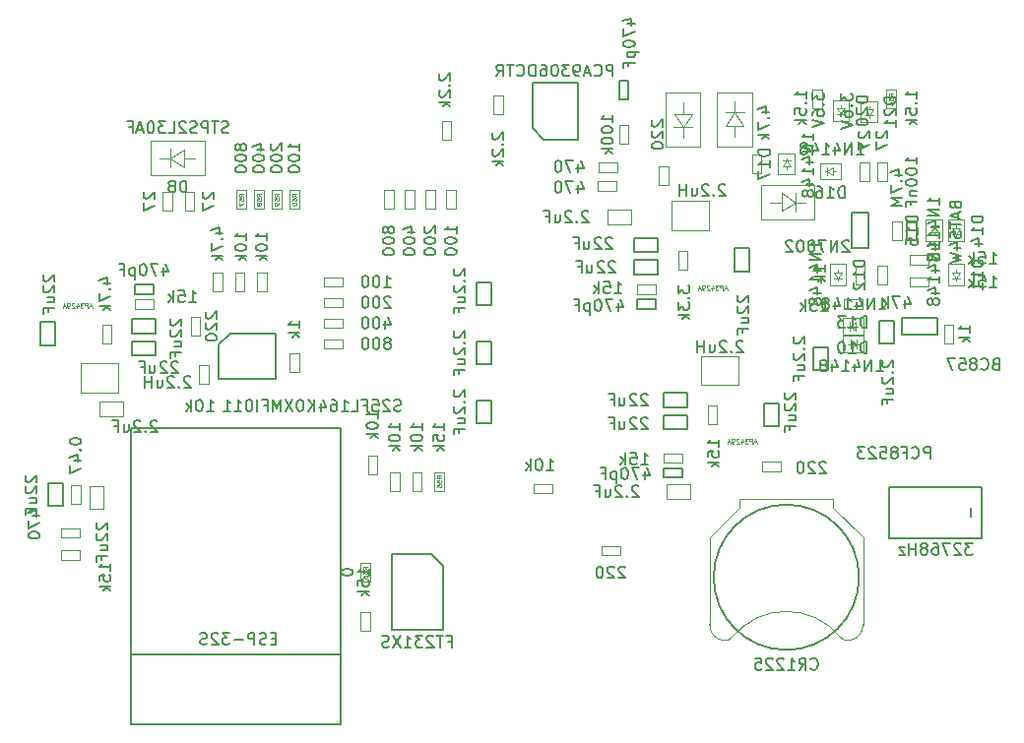
<source format=gbr>
G04 #@! TF.FileFunction,Other,Fab,Bot*
%FSLAX46Y46*%
G04 Gerber Fmt 4.6, Leading zero omitted, Abs format (unit mm)*
G04 Created by KiCad (PCBNEW 4.0.7+dfsg1-1) date Fri Nov 10 21:38:15 2017*
%MOMM*%
%LPD*%
G01*
G04 APERTURE LIST*
%ADD10C,0.100000*%
%ADD11C,0.150000*%
%ADD12C,0.075000*%
G04 APERTURE END LIST*
D10*
X103098000Y-99558000D02*
X103898000Y-99558000D01*
X103098000Y-97958000D02*
X103098000Y-99558000D01*
X103898000Y-97958000D02*
X103098000Y-97958000D01*
X103898000Y-99558000D02*
X103898000Y-97958000D01*
D11*
X126260434Y-112530338D02*
X108260434Y-112530338D01*
X108260434Y-118530338D02*
X108260434Y-93030338D01*
X126260434Y-118530338D02*
X126260434Y-93030338D01*
X126260434Y-93030338D02*
X108260434Y-93030338D01*
X126260434Y-118530338D02*
X108260434Y-118530338D01*
D10*
X154195000Y-64200000D02*
X154195000Y-68800000D01*
X154195000Y-68800000D02*
X157195000Y-68800000D01*
X157195000Y-64200000D02*
X154195000Y-64200000D01*
X157195000Y-64200000D02*
X157195000Y-68800000D01*
X155693980Y-67149440D02*
X155693980Y-68051140D01*
X155693980Y-65998820D02*
X155693980Y-65000600D01*
X156494080Y-67149440D02*
X154893880Y-67149440D01*
X154944680Y-65998820D02*
X156494080Y-65998820D01*
X155693980Y-67149440D02*
X154944680Y-65998820D01*
X155693980Y-67149440D02*
X156494080Y-65998820D01*
X153644000Y-72126000D02*
X154444000Y-72126000D01*
X153644000Y-70526000D02*
X153644000Y-72126000D01*
X154444000Y-70526000D02*
X153644000Y-70526000D01*
X154444000Y-72126000D02*
X154444000Y-70526000D01*
X160470000Y-89340000D02*
X160470000Y-86840000D01*
X157270000Y-89340000D02*
X160470000Y-89340000D01*
X157270000Y-86840000D02*
X157270000Y-89340000D01*
X160470000Y-86840000D02*
X157270000Y-86840000D01*
X157930000Y-76005000D02*
X157930000Y-73505000D01*
X154730000Y-76005000D02*
X157930000Y-76005000D01*
X154730000Y-73505000D02*
X154730000Y-76005000D01*
X157930000Y-73505000D02*
X154730000Y-73505000D01*
X103930000Y-87475000D02*
X103930000Y-89975000D01*
X107130000Y-87475000D02*
X103930000Y-87475000D01*
X107130000Y-89975000D02*
X107130000Y-87475000D01*
X103930000Y-89975000D02*
X107130000Y-89975000D01*
D11*
X101710000Y-83915000D02*
X100460000Y-83915000D01*
X101710000Y-85915000D02*
X101710000Y-83915000D01*
X100460000Y-85915000D02*
X101710000Y-85915000D01*
X100460000Y-83915000D02*
X100460000Y-85915000D01*
X154060000Y-90005000D02*
X154060000Y-91255000D01*
X156060000Y-90005000D02*
X154060000Y-90005000D01*
X156060000Y-91255000D02*
X156060000Y-90005000D01*
X154060000Y-91255000D02*
X156060000Y-91255000D01*
X154060000Y-91910000D02*
X154060000Y-93160000D01*
X156060000Y-91910000D02*
X154060000Y-91910000D01*
X156060000Y-93160000D02*
X156060000Y-91910000D01*
X154060000Y-93160000D02*
X156060000Y-93160000D01*
X162690000Y-92900000D02*
X163940000Y-92900000D01*
X162690000Y-90900000D02*
X162690000Y-92900000D01*
X163940000Y-90900000D02*
X162690000Y-90900000D01*
X163940000Y-92900000D02*
X163940000Y-90900000D01*
X151520000Y-78575000D02*
X151520000Y-79825000D01*
X153520000Y-78575000D02*
X151520000Y-78575000D01*
X153520000Y-79825000D02*
X153520000Y-78575000D01*
X151520000Y-79825000D02*
X153520000Y-79825000D01*
X151520000Y-76670000D02*
X151520000Y-77920000D01*
X153520000Y-76670000D02*
X151520000Y-76670000D01*
X153520000Y-77920000D02*
X153520000Y-76670000D01*
X151520000Y-77920000D02*
X153520000Y-77920000D01*
X160150000Y-79565000D02*
X161400000Y-79565000D01*
X160150000Y-77565000D02*
X160150000Y-79565000D01*
X161400000Y-77565000D02*
X160150000Y-77565000D01*
X161400000Y-79565000D02*
X161400000Y-77565000D01*
X110340000Y-84905000D02*
X110340000Y-83655000D01*
X108340000Y-84905000D02*
X110340000Y-84905000D01*
X108340000Y-83655000D02*
X108340000Y-84905000D01*
X110340000Y-83655000D02*
X108340000Y-83655000D01*
X110340000Y-86810000D02*
X110340000Y-85560000D01*
X108340000Y-86810000D02*
X110340000Y-86810000D01*
X108340000Y-85560000D02*
X108340000Y-86810000D01*
X110340000Y-85560000D02*
X108340000Y-85560000D01*
X172596000Y-85788000D02*
X173846000Y-85788000D01*
X172596000Y-83788000D02*
X172596000Y-85788000D01*
X173846000Y-83788000D02*
X172596000Y-83788000D01*
X173846000Y-85788000D02*
X173846000Y-83788000D01*
X177535000Y-83580000D02*
X174495000Y-83580000D01*
X174495000Y-84980000D02*
X174495000Y-83580000D01*
X177535000Y-84980000D02*
X177535000Y-83580000D01*
X177535000Y-84980000D02*
X174495000Y-84980000D01*
X170235000Y-74505000D02*
X170235000Y-77545000D01*
X171635000Y-77545000D02*
X170235000Y-77545000D01*
X171635000Y-74505000D02*
X170235000Y-74505000D01*
X171635000Y-74505000D02*
X171635000Y-77545000D01*
X154060000Y-96510000D02*
X154060000Y-97310000D01*
X155660000Y-96510000D02*
X154060000Y-96510000D01*
X155660000Y-97310000D02*
X155660000Y-96510000D01*
X154060000Y-97310000D02*
X155660000Y-97310000D01*
X151720000Y-81975000D02*
X151720000Y-82775000D01*
X153320000Y-81975000D02*
X151720000Y-81975000D01*
X153320000Y-82775000D02*
X153320000Y-81975000D01*
X151720000Y-82775000D02*
X153320000Y-82775000D01*
X110140000Y-81505000D02*
X110140000Y-80705000D01*
X108540000Y-81505000D02*
X110140000Y-81505000D01*
X108540000Y-80705000D02*
X108540000Y-81505000D01*
X110140000Y-80705000D02*
X108540000Y-80705000D01*
X175780000Y-75225000D02*
X174980000Y-75225000D01*
X175780000Y-76825000D02*
X175780000Y-75225000D01*
X174980000Y-76825000D02*
X175780000Y-76825000D01*
X174980000Y-75225000D02*
X174980000Y-76825000D01*
D10*
X169500000Y-81975000D02*
X169500000Y-82775000D01*
X171100000Y-81975000D02*
X169500000Y-81975000D01*
X171100000Y-82775000D02*
X171100000Y-81975000D01*
X169500000Y-82775000D02*
X171100000Y-82775000D01*
X172440000Y-80635000D02*
X173240000Y-80635000D01*
X172440000Y-79035000D02*
X172440000Y-80635000D01*
X173240000Y-79035000D02*
X172440000Y-79035000D01*
X173240000Y-80635000D02*
X173240000Y-79035000D01*
X176815000Y-80870000D02*
X176815000Y-80070000D01*
X175215000Y-80870000D02*
X176815000Y-80870000D01*
X175215000Y-80070000D02*
X175215000Y-80870000D01*
X176815000Y-80070000D02*
X175215000Y-80070000D01*
X174510000Y-75225000D02*
X173710000Y-75225000D01*
X174510000Y-76825000D02*
X174510000Y-75225000D01*
X173710000Y-76825000D02*
X174510000Y-76825000D01*
X173710000Y-75225000D02*
X173710000Y-76825000D01*
X178955000Y-84115000D02*
X178155000Y-84115000D01*
X178955000Y-85715000D02*
X178955000Y-84115000D01*
X178155000Y-85715000D02*
X178955000Y-85715000D01*
X178155000Y-84115000D02*
X178155000Y-85715000D01*
X114185000Y-83480000D02*
X113385000Y-83480000D01*
X114185000Y-85080000D02*
X114185000Y-83480000D01*
X113385000Y-85080000D02*
X114185000Y-85080000D01*
X113385000Y-83480000D02*
X113385000Y-85080000D01*
X170535000Y-80635000D02*
X171335000Y-80635000D01*
X170535000Y-79035000D02*
X170535000Y-80635000D01*
X171335000Y-79035000D02*
X170535000Y-79035000D01*
X171335000Y-80635000D02*
X171335000Y-79035000D01*
X128790000Y-108880000D02*
X127990000Y-108880000D01*
X128790000Y-110480000D02*
X128790000Y-108880000D01*
X127990000Y-110480000D02*
X128790000Y-110480000D01*
X127990000Y-108880000D02*
X127990000Y-110480000D01*
X150272000Y-103984000D02*
X150272000Y-103184000D01*
X148672000Y-103984000D02*
X150272000Y-103984000D01*
X148672000Y-103184000D02*
X148672000Y-103984000D01*
X150272000Y-103184000D02*
X148672000Y-103184000D01*
X176815000Y-78965000D02*
X176815000Y-78165000D01*
X175215000Y-78965000D02*
X176815000Y-78965000D01*
X175215000Y-78165000D02*
X175215000Y-78965000D01*
X176815000Y-78165000D02*
X175215000Y-78165000D01*
X154060000Y-95240000D02*
X154060000Y-96040000D01*
X155660000Y-95240000D02*
X154060000Y-95240000D01*
X155660000Y-96040000D02*
X155660000Y-95240000D01*
X154060000Y-96040000D02*
X155660000Y-96040000D01*
X110140000Y-82775000D02*
X110140000Y-81975000D01*
X108540000Y-82775000D02*
X110140000Y-82775000D01*
X108540000Y-81975000D02*
X108540000Y-82775000D01*
X110140000Y-81975000D02*
X108540000Y-81975000D01*
X151720000Y-80705000D02*
X151720000Y-81505000D01*
X153320000Y-80705000D02*
X151720000Y-80705000D01*
X153320000Y-81505000D02*
X153320000Y-80705000D01*
X151720000Y-81505000D02*
X153320000Y-81505000D01*
X158635000Y-91100000D02*
X157835000Y-91100000D01*
X158635000Y-92700000D02*
X158635000Y-91100000D01*
X157835000Y-92700000D02*
X158635000Y-92700000D01*
X157835000Y-91100000D02*
X157835000Y-92700000D01*
X105765000Y-85715000D02*
X106565000Y-85715000D01*
X105765000Y-84115000D02*
X105765000Y-85715000D01*
X106565000Y-84115000D02*
X105765000Y-84115000D01*
X106565000Y-85715000D02*
X106565000Y-84115000D01*
X156095000Y-77765000D02*
X155295000Y-77765000D01*
X156095000Y-79365000D02*
X156095000Y-77765000D01*
X155295000Y-79365000D02*
X156095000Y-79365000D01*
X155295000Y-77765000D02*
X155295000Y-79365000D01*
X126396000Y-86204000D02*
X126396000Y-85404000D01*
X124796000Y-86204000D02*
X126396000Y-86204000D01*
X124796000Y-85404000D02*
X124796000Y-86204000D01*
X126396000Y-85404000D02*
X124796000Y-85404000D01*
X126396000Y-84426000D02*
X126396000Y-83626000D01*
X124796000Y-84426000D02*
X126396000Y-84426000D01*
X124796000Y-83626000D02*
X124796000Y-84426000D01*
X126396000Y-83626000D02*
X124796000Y-83626000D01*
X126396000Y-82648000D02*
X126396000Y-81848000D01*
X124796000Y-82648000D02*
X126396000Y-82648000D01*
X124796000Y-81848000D02*
X124796000Y-82648000D01*
X126396000Y-81848000D02*
X124796000Y-81848000D01*
X126396000Y-80870000D02*
X126396000Y-80070000D01*
X124796000Y-80870000D02*
X126396000Y-80870000D01*
X124796000Y-80070000D02*
X124796000Y-80870000D01*
X126396000Y-80070000D02*
X124796000Y-80070000D01*
X130022000Y-74158000D02*
X130822000Y-74158000D01*
X130022000Y-72558000D02*
X130022000Y-74158000D01*
X130822000Y-72558000D02*
X130022000Y-72558000D01*
X130822000Y-74158000D02*
X130822000Y-72558000D01*
X131800000Y-74158000D02*
X132600000Y-74158000D01*
X131800000Y-72558000D02*
X131800000Y-74158000D01*
X132600000Y-72558000D02*
X131800000Y-72558000D01*
X132600000Y-74158000D02*
X132600000Y-72558000D01*
X133578000Y-74158000D02*
X134378000Y-74158000D01*
X133578000Y-72558000D02*
X133578000Y-74158000D01*
X134378000Y-72558000D02*
X133578000Y-72558000D01*
X134378000Y-74158000D02*
X134378000Y-72558000D01*
X135356000Y-74158000D02*
X136156000Y-74158000D01*
X135356000Y-72558000D02*
X135356000Y-74158000D01*
X136156000Y-72558000D02*
X135356000Y-72558000D01*
X136156000Y-74158000D02*
X136156000Y-72558000D01*
D11*
X115780000Y-85870000D02*
X115780000Y-88770000D01*
X115780000Y-88770000D02*
X120680000Y-88770000D01*
X120680000Y-88770000D02*
X120680000Y-84870000D01*
X120680000Y-84870000D02*
X116780000Y-84870000D01*
X116780000Y-84870000D02*
X115780000Y-85870000D01*
X150189600Y-64760000D02*
X150989600Y-64760000D01*
X150189600Y-63160000D02*
X150189600Y-64760000D01*
X150989600Y-63160000D02*
X150189600Y-63160000D01*
X150989600Y-64760000D02*
X150989600Y-63160000D01*
X143730000Y-68250000D02*
X146630000Y-68250000D01*
X146630000Y-68250000D02*
X146630000Y-63350000D01*
X146630000Y-63350000D02*
X142730000Y-63350000D01*
X142730000Y-63350000D02*
X142730000Y-67250000D01*
X142730000Y-67250000D02*
X143730000Y-68250000D01*
D10*
X161645000Y-71110000D02*
X162445000Y-71110000D01*
X161645000Y-69510000D02*
X161645000Y-71110000D01*
X162445000Y-69510000D02*
X161645000Y-69510000D01*
X162445000Y-71110000D02*
X162445000Y-69510000D01*
X139420000Y-66030000D02*
X140220000Y-66030000D01*
X139420000Y-64430000D02*
X139420000Y-66030000D01*
X140220000Y-64430000D02*
X139420000Y-64430000D01*
X140220000Y-66030000D02*
X140220000Y-64430000D01*
X134975000Y-68232000D02*
X135775000Y-68232000D01*
X134975000Y-66632000D02*
X134975000Y-68232000D01*
X135775000Y-66632000D02*
X134975000Y-66632000D01*
X135775000Y-68232000D02*
X135775000Y-66632000D01*
X150215000Y-68570000D02*
X151015000Y-68570000D01*
X150215000Y-66970000D02*
X150215000Y-68570000D01*
X151015000Y-66970000D02*
X150215000Y-66970000D01*
X151015000Y-68570000D02*
X151015000Y-66970000D01*
X149975000Y-72615000D02*
X149975000Y-71815000D01*
X148375000Y-72615000D02*
X149975000Y-72615000D01*
X148375000Y-71815000D02*
X148375000Y-72615000D01*
X149975000Y-71815000D02*
X148375000Y-71815000D01*
X150080000Y-71000000D02*
X150080000Y-70200000D01*
X148480000Y-71000000D02*
X150080000Y-71000000D01*
X148480000Y-70200000D02*
X148480000Y-71000000D01*
X150080000Y-70200000D02*
X148480000Y-70200000D01*
D11*
X134035000Y-103890000D02*
X130635000Y-103890000D01*
X130635000Y-103890000D02*
X130635000Y-110390000D01*
X130635000Y-110390000D02*
X135035000Y-110390000D01*
X135035000Y-110390000D02*
X135035000Y-104890000D01*
X135035000Y-104890000D02*
X134035000Y-103890000D01*
D10*
X119900000Y-79670000D02*
X119100000Y-79670000D01*
X119900000Y-81270000D02*
X119900000Y-79670000D01*
X119100000Y-81270000D02*
X119900000Y-81270000D01*
X119100000Y-79670000D02*
X119100000Y-81270000D01*
X114080000Y-89200000D02*
X114880000Y-89200000D01*
X114080000Y-87600000D02*
X114080000Y-89200000D01*
X114880000Y-87600000D02*
X114080000Y-87600000D01*
X114880000Y-89200000D02*
X114880000Y-87600000D01*
X128625000Y-96975000D02*
X129425000Y-96975000D01*
X128625000Y-95375000D02*
X128625000Y-96975000D01*
X129425000Y-95375000D02*
X128625000Y-95375000D01*
X129425000Y-96975000D02*
X129425000Y-95375000D01*
X117995000Y-79670000D02*
X117195000Y-79670000D01*
X117995000Y-81270000D02*
X117995000Y-79670000D01*
X117195000Y-81270000D02*
X117995000Y-81270000D01*
X117195000Y-79670000D02*
X117195000Y-81270000D01*
X122680000Y-86600000D02*
X121880000Y-86600000D01*
X122680000Y-88200000D02*
X122680000Y-86600000D01*
X121880000Y-88200000D02*
X122680000Y-88200000D01*
X121880000Y-86600000D02*
X121880000Y-88200000D01*
X116090000Y-79670000D02*
X115290000Y-79670000D01*
X116090000Y-81270000D02*
X116090000Y-79670000D01*
X115290000Y-81270000D02*
X116090000Y-81270000D01*
X115290000Y-79670000D02*
X115290000Y-81270000D01*
X144430000Y-98650000D02*
X144430000Y-97850000D01*
X142830000Y-98650000D02*
X144430000Y-98650000D01*
X142830000Y-97850000D02*
X142830000Y-98650000D01*
X144430000Y-97850000D02*
X142830000Y-97850000D01*
X132435000Y-98415000D02*
X133235000Y-98415000D01*
X132435000Y-96815000D02*
X132435000Y-98415000D01*
X133235000Y-96815000D02*
X132435000Y-96815000D01*
X133235000Y-98415000D02*
X133235000Y-96815000D01*
X130530000Y-98415000D02*
X131330000Y-98415000D01*
X130530000Y-96815000D02*
X130530000Y-98415000D01*
X131330000Y-96815000D02*
X130530000Y-96815000D01*
X131330000Y-98415000D02*
X131330000Y-96815000D01*
X102190000Y-103565000D02*
X102190000Y-104365000D01*
X103790000Y-103565000D02*
X102190000Y-103565000D01*
X103790000Y-104365000D02*
X103790000Y-103565000D01*
X102190000Y-104365000D02*
X103790000Y-104365000D01*
X103790000Y-102460000D02*
X103790000Y-101660000D01*
X102190000Y-102460000D02*
X103790000Y-102460000D01*
X102190000Y-101660000D02*
X102190000Y-102460000D01*
X103790000Y-101660000D02*
X102190000Y-101660000D01*
D11*
X166881000Y-88074000D02*
X168131000Y-88074000D01*
X166881000Y-86074000D02*
X166881000Y-88074000D01*
X168131000Y-86074000D02*
X166881000Y-86074000D01*
X168131000Y-88074000D02*
X168131000Y-86074000D01*
D10*
X164115000Y-96745000D02*
X164115000Y-95945000D01*
X162515000Y-96745000D02*
X164115000Y-96745000D01*
X162515000Y-95945000D02*
X162515000Y-96745000D01*
X164115000Y-95945000D02*
X162515000Y-95945000D01*
X166852000Y-65522000D02*
X167652000Y-65522000D01*
X166852000Y-63922000D02*
X166852000Y-65522000D01*
X167652000Y-63922000D02*
X166852000Y-63922000D01*
X167652000Y-65522000D02*
X167652000Y-63922000D01*
D11*
X139175000Y-90646000D02*
X137925000Y-90646000D01*
X139175000Y-92646000D02*
X139175000Y-90646000D01*
X137925000Y-92646000D02*
X139175000Y-92646000D01*
X137925000Y-90646000D02*
X137925000Y-92646000D01*
X137925000Y-82486000D02*
X139175000Y-82486000D01*
X137925000Y-80486000D02*
X137925000Y-82486000D01*
X139175000Y-80486000D02*
X137925000Y-80486000D01*
X139175000Y-82486000D02*
X139175000Y-80486000D01*
X139175000Y-85566000D02*
X137925000Y-85566000D01*
X139175000Y-87566000D02*
X139175000Y-85566000D01*
X137925000Y-87566000D02*
X139175000Y-87566000D01*
X137925000Y-85566000D02*
X137925000Y-87566000D01*
X102345000Y-97758000D02*
X101095000Y-97758000D01*
X102345000Y-99758000D02*
X102345000Y-97758000D01*
X101095000Y-99758000D02*
X102345000Y-99758000D01*
X101095000Y-97758000D02*
X101095000Y-99758000D01*
D10*
X112877000Y-74285000D02*
X113677000Y-74285000D01*
X112877000Y-72685000D02*
X112877000Y-74285000D01*
X113677000Y-72685000D02*
X112877000Y-72685000D01*
X113677000Y-74285000D02*
X113677000Y-72685000D01*
X110972000Y-74285000D02*
X111772000Y-74285000D01*
X110972000Y-72685000D02*
X110972000Y-74285000D01*
X111772000Y-72685000D02*
X110972000Y-72685000D01*
X111772000Y-74285000D02*
X111772000Y-72685000D01*
X172440000Y-71745000D02*
X173240000Y-71745000D01*
X172440000Y-70145000D02*
X172440000Y-71745000D01*
X173240000Y-70145000D02*
X172440000Y-70145000D01*
X173240000Y-71745000D02*
X173240000Y-70145000D01*
X170916000Y-71745000D02*
X171716000Y-71745000D01*
X170916000Y-70145000D02*
X170916000Y-71745000D01*
X171716000Y-70145000D02*
X170916000Y-70145000D01*
X171716000Y-71745000D02*
X171716000Y-70145000D01*
D11*
X181412000Y-98082000D02*
X181412000Y-102482000D01*
X173412000Y-98082000D02*
X181412000Y-98082000D01*
X173412000Y-102482000D02*
X173412000Y-98082000D01*
X181412000Y-102482000D02*
X173412000Y-102482000D01*
X180412000Y-99882000D02*
X180412000Y-100682000D01*
D10*
X104656000Y-100012000D02*
X105896000Y-100012000D01*
X104656000Y-98012000D02*
X104656000Y-100012000D01*
X105896000Y-98012000D02*
X104656000Y-98012000D01*
X105896000Y-100012000D02*
X105896000Y-98012000D01*
X114561000Y-68302000D02*
X109961000Y-68302000D01*
X109961000Y-68302000D02*
X109961000Y-71302000D01*
X114561000Y-71302000D02*
X114561000Y-68302000D01*
X114561000Y-71302000D02*
X109961000Y-71302000D01*
X111611560Y-69800980D02*
X110709860Y-69800980D01*
X112762180Y-69800980D02*
X113760400Y-69800980D01*
X111611560Y-70601080D02*
X111611560Y-69000880D01*
X112762180Y-69051680D02*
X112762180Y-70601080D01*
X111611560Y-69800980D02*
X112762180Y-69051680D01*
X111611560Y-69800980D02*
X112762180Y-70601080D01*
X162412000Y-75112000D02*
X167012000Y-75112000D01*
X167012000Y-75112000D02*
X167012000Y-72112000D01*
X162412000Y-72112000D02*
X162412000Y-75112000D01*
X162412000Y-72112000D02*
X167012000Y-72112000D01*
X165361440Y-73613020D02*
X166263140Y-73613020D01*
X164210820Y-73613020D02*
X163212600Y-73613020D01*
X165361440Y-72812920D02*
X165361440Y-74413120D01*
X164210820Y-74362320D02*
X164210820Y-72812920D01*
X165361440Y-73613020D02*
X164210820Y-74362320D01*
X165361440Y-73613020D02*
X164210820Y-72812920D01*
X161640000Y-68800000D02*
X161640000Y-64200000D01*
X161640000Y-64200000D02*
X158640000Y-64200000D01*
X158640000Y-68800000D02*
X161640000Y-68800000D01*
X158640000Y-68800000D02*
X158640000Y-64200000D01*
X160141020Y-65850560D02*
X160141020Y-64948860D01*
X160141020Y-67001180D02*
X160141020Y-67999400D01*
X159340920Y-65850560D02*
X160941120Y-65850560D01*
X160890320Y-67001180D02*
X159340920Y-67001180D01*
X160141020Y-65850560D02*
X160890320Y-67001180D01*
X160141020Y-65850560D02*
X159340920Y-67001180D01*
X154314000Y-97884000D02*
X154314000Y-99124000D01*
X156314000Y-97884000D02*
X154314000Y-97884000D01*
X156314000Y-99124000D02*
X156314000Y-97884000D01*
X154314000Y-99124000D02*
X156314000Y-99124000D01*
X107546000Y-92012000D02*
X107546000Y-90772000D01*
X105546000Y-92012000D02*
X107546000Y-92012000D01*
X105546000Y-90772000D02*
X105546000Y-92012000D01*
X107546000Y-90772000D02*
X105546000Y-90772000D01*
X151234000Y-75502000D02*
X151234000Y-74262000D01*
X149234000Y-75502000D02*
X151234000Y-75502000D01*
X149234000Y-74262000D02*
X149234000Y-75502000D01*
X151234000Y-74262000D02*
X149234000Y-74262000D01*
X173202000Y-65522000D02*
X174002000Y-65522000D01*
X173202000Y-63922000D02*
X173202000Y-65522000D01*
X174002000Y-63922000D02*
X173202000Y-63922000D01*
X174002000Y-65522000D02*
X174002000Y-63922000D01*
X135140000Y-96815000D02*
X134340000Y-96815000D01*
X135140000Y-98415000D02*
X135140000Y-96815000D01*
X134340000Y-98415000D02*
X135140000Y-98415000D01*
X134340000Y-96815000D02*
X134340000Y-98415000D01*
D11*
X170835000Y-105870000D02*
G75*
G03X170835000Y-105870000I-6250000J0D01*
G01*
D10*
X159206987Y-111317558D02*
G75*
G03X159985000Y-110970000I88013J847558D01*
G01*
X169963013Y-111317558D02*
G75*
G02X169185000Y-110970000I-88013J847558D01*
G01*
X159977095Y-110979589D02*
G75*
G02X169185000Y-110970000I4607905J-3790411D01*
G01*
X157985000Y-109920000D02*
G75*
G03X159285000Y-111320000I1350000J-50000D01*
G01*
X171185000Y-109920000D02*
G75*
G02X169885000Y-111320000I-1350000J-50000D01*
G01*
X157985000Y-102470000D02*
X157985000Y-109970000D01*
X171185000Y-102470000D02*
X171185000Y-109970000D01*
X160585000Y-99870000D02*
X157985000Y-102470000D01*
X168585000Y-99870000D02*
X171185000Y-102470000D01*
X160585000Y-99170000D02*
X160585000Y-99870000D01*
X168585000Y-99170000D02*
X168585000Y-99870000D01*
X168585000Y-99170000D02*
X160585000Y-99170000D01*
X169284000Y-65538000D02*
X169284000Y-65288000D01*
X168934000Y-65538000D02*
X169284000Y-66038000D01*
X169634000Y-65538000D02*
X168934000Y-65538000D01*
X169284000Y-66038000D02*
X169634000Y-65538000D01*
X169284000Y-66038000D02*
X169284000Y-66238000D01*
X169634000Y-66038000D02*
X168934000Y-66038000D01*
X168584000Y-66638000D02*
X169984000Y-66638000D01*
X168584000Y-64838000D02*
X168584000Y-66638000D01*
X169984000Y-64838000D02*
X168584000Y-64838000D01*
X169984000Y-66638000D02*
X169984000Y-64838000D01*
X171697000Y-65631000D02*
X171697000Y-65381000D01*
X171347000Y-65631000D02*
X171697000Y-66131000D01*
X172047000Y-65631000D02*
X171347000Y-65631000D01*
X171697000Y-66131000D02*
X172047000Y-65631000D01*
X171697000Y-66131000D02*
X171697000Y-66331000D01*
X172047000Y-66131000D02*
X171347000Y-66131000D01*
X170997000Y-66731000D02*
X172397000Y-66731000D01*
X170997000Y-64931000D02*
X170997000Y-66731000D01*
X172397000Y-64931000D02*
X170997000Y-64931000D01*
X172397000Y-66731000D02*
X172397000Y-64931000D01*
X170500000Y-84280000D02*
X170750000Y-84280000D01*
X170500000Y-83930000D02*
X170000000Y-84280000D01*
X170500000Y-84630000D02*
X170500000Y-83930000D01*
X170000000Y-84280000D02*
X170500000Y-84630000D01*
X170000000Y-84280000D02*
X169800000Y-84280000D01*
X170000000Y-84630000D02*
X170000000Y-83930000D01*
X169400000Y-83580000D02*
X169400000Y-84980000D01*
X171200000Y-83580000D02*
X169400000Y-83580000D01*
X171200000Y-84980000D02*
X171200000Y-83580000D01*
X169400000Y-84980000D02*
X171200000Y-84980000D01*
X179190000Y-79635000D02*
X179190000Y-79385000D01*
X178840000Y-79635000D02*
X179190000Y-80135000D01*
X179540000Y-79635000D02*
X178840000Y-79635000D01*
X179190000Y-80135000D02*
X179540000Y-79635000D01*
X179190000Y-80135000D02*
X179190000Y-80335000D01*
X179540000Y-80135000D02*
X178840000Y-80135000D01*
X178490000Y-80735000D02*
X179890000Y-80735000D01*
X178490000Y-78935000D02*
X178490000Y-80735000D01*
X179890000Y-78935000D02*
X178490000Y-78935000D01*
X179890000Y-80735000D02*
X179890000Y-78935000D01*
X169030000Y-79635000D02*
X169030000Y-79385000D01*
X168680000Y-79635000D02*
X169030000Y-80135000D01*
X169380000Y-79635000D02*
X168680000Y-79635000D01*
X169030000Y-80135000D02*
X169380000Y-79635000D01*
X169030000Y-80135000D02*
X169030000Y-80335000D01*
X169380000Y-80135000D02*
X168680000Y-80135000D01*
X168330000Y-80735000D02*
X169730000Y-80735000D01*
X168330000Y-78935000D02*
X168330000Y-80735000D01*
X169730000Y-78935000D02*
X168330000Y-78935000D01*
X169730000Y-80735000D02*
X169730000Y-78935000D01*
X170100000Y-85804000D02*
X169850000Y-85804000D01*
X170100000Y-86154000D02*
X170600000Y-85804000D01*
X170100000Y-85454000D02*
X170100000Y-86154000D01*
X170600000Y-85804000D02*
X170100000Y-85454000D01*
X170600000Y-85804000D02*
X170800000Y-85804000D01*
X170600000Y-85454000D02*
X170600000Y-86154000D01*
X171200000Y-86504000D02*
X171200000Y-85104000D01*
X169400000Y-86504000D02*
X171200000Y-86504000D01*
X169400000Y-85104000D02*
X169400000Y-86504000D01*
X171200000Y-85104000D02*
X169400000Y-85104000D01*
X179190000Y-75825000D02*
X179190000Y-75575000D01*
X178840000Y-75825000D02*
X179190000Y-76325000D01*
X179540000Y-75825000D02*
X178840000Y-75825000D01*
X179190000Y-76325000D02*
X179540000Y-75825000D01*
X179190000Y-76325000D02*
X179190000Y-76525000D01*
X179540000Y-76325000D02*
X178840000Y-76325000D01*
X178490000Y-76925000D02*
X179890000Y-76925000D01*
X178490000Y-75125000D02*
X178490000Y-76925000D01*
X179890000Y-75125000D02*
X178490000Y-75125000D01*
X179890000Y-76925000D02*
X179890000Y-75125000D01*
X177285000Y-76225000D02*
X177285000Y-76475000D01*
X177635000Y-76225000D02*
X177285000Y-75725000D01*
X176935000Y-76225000D02*
X177635000Y-76225000D01*
X177285000Y-75725000D02*
X176935000Y-76225000D01*
X177285000Y-75725000D02*
X177285000Y-75525000D01*
X176935000Y-75725000D02*
X177635000Y-75725000D01*
X177985000Y-75125000D02*
X176585000Y-75125000D01*
X177985000Y-76925000D02*
X177985000Y-75125000D01*
X176585000Y-76925000D02*
X177985000Y-76925000D01*
X176585000Y-75125000D02*
X176585000Y-76925000D01*
X168595000Y-70945000D02*
X168845000Y-70945000D01*
X168595000Y-70595000D02*
X168095000Y-70945000D01*
X168595000Y-71295000D02*
X168595000Y-70595000D01*
X168095000Y-70945000D02*
X168595000Y-71295000D01*
X168095000Y-70945000D02*
X167895000Y-70945000D01*
X168095000Y-71295000D02*
X168095000Y-70595000D01*
X167495000Y-70245000D02*
X167495000Y-71645000D01*
X169295000Y-70245000D02*
X167495000Y-70245000D01*
X169295000Y-71645000D02*
X169295000Y-70245000D01*
X167495000Y-71645000D02*
X169295000Y-71645000D01*
X164585000Y-70510000D02*
X164585000Y-70760000D01*
X164935000Y-70510000D02*
X164585000Y-70010000D01*
X164235000Y-70510000D02*
X164935000Y-70510000D01*
X164585000Y-70010000D02*
X164235000Y-70510000D01*
X164585000Y-70010000D02*
X164585000Y-69810000D01*
X164235000Y-70010000D02*
X164935000Y-70010000D01*
X165285000Y-69410000D02*
X163885000Y-69410000D01*
X165285000Y-71210000D02*
X165285000Y-69410000D01*
X163885000Y-71210000D02*
X165285000Y-71210000D01*
X163885000Y-69410000D02*
X163885000Y-71210000D01*
X127990000Y-106246000D02*
X128790000Y-106246000D01*
X127990000Y-104646000D02*
X127990000Y-106246000D01*
X128790000Y-104646000D02*
X127990000Y-104646000D01*
X128790000Y-106246000D02*
X128790000Y-104646000D01*
X117322000Y-74158000D02*
X118122000Y-74158000D01*
X117322000Y-72558000D02*
X117322000Y-74158000D01*
X118122000Y-72558000D02*
X117322000Y-72558000D01*
X118122000Y-74158000D02*
X118122000Y-72558000D01*
X118846000Y-74158000D02*
X119646000Y-74158000D01*
X118846000Y-72558000D02*
X118846000Y-74158000D01*
X119646000Y-72558000D02*
X118846000Y-72558000D01*
X119646000Y-74158000D02*
X119646000Y-72558000D01*
X120370000Y-74158000D02*
X121170000Y-74158000D01*
X120370000Y-72558000D02*
X120370000Y-74158000D01*
X121170000Y-72558000D02*
X120370000Y-72558000D01*
X121170000Y-74158000D02*
X121170000Y-72558000D01*
X121894000Y-74158000D02*
X122694000Y-74158000D01*
X121894000Y-72558000D02*
X121894000Y-74158000D01*
X122694000Y-72558000D02*
X121894000Y-72558000D01*
X122694000Y-74158000D02*
X122694000Y-72558000D01*
D11*
X102950381Y-94133905D02*
X102950381Y-94229144D01*
X102998000Y-94324382D01*
X103045619Y-94372001D01*
X103140857Y-94419620D01*
X103331333Y-94467239D01*
X103569429Y-94467239D01*
X103759905Y-94419620D01*
X103855143Y-94372001D01*
X103902762Y-94324382D01*
X103950381Y-94229144D01*
X103950381Y-94133905D01*
X103902762Y-94038667D01*
X103855143Y-93991048D01*
X103759905Y-93943429D01*
X103569429Y-93895810D01*
X103331333Y-93895810D01*
X103140857Y-93943429D01*
X103045619Y-93991048D01*
X102998000Y-94038667D01*
X102950381Y-94133905D01*
X103855143Y-94895810D02*
X103902762Y-94943429D01*
X103950381Y-94895810D01*
X103902762Y-94848191D01*
X103855143Y-94895810D01*
X103950381Y-94895810D01*
X103283714Y-95800572D02*
X103950381Y-95800572D01*
X102902762Y-95562476D02*
X103617048Y-95324381D01*
X103617048Y-95943429D01*
X102950381Y-96229143D02*
X102950381Y-96895810D01*
X103950381Y-96467238D01*
X120706095Y-111132571D02*
X120372761Y-111132571D01*
X120229904Y-111656381D02*
X120706095Y-111656381D01*
X120706095Y-110656381D01*
X120229904Y-110656381D01*
X119848952Y-111608762D02*
X119706095Y-111656381D01*
X119467999Y-111656381D01*
X119372761Y-111608762D01*
X119325142Y-111561143D01*
X119277523Y-111465905D01*
X119277523Y-111370667D01*
X119325142Y-111275429D01*
X119372761Y-111227810D01*
X119467999Y-111180190D01*
X119658476Y-111132571D01*
X119753714Y-111084952D01*
X119801333Y-111037333D01*
X119848952Y-110942095D01*
X119848952Y-110846857D01*
X119801333Y-110751619D01*
X119753714Y-110704000D01*
X119658476Y-110656381D01*
X119420380Y-110656381D01*
X119277523Y-110704000D01*
X118848952Y-111656381D02*
X118848952Y-110656381D01*
X118467999Y-110656381D01*
X118372761Y-110704000D01*
X118325142Y-110751619D01*
X118277523Y-110846857D01*
X118277523Y-110989714D01*
X118325142Y-111084952D01*
X118372761Y-111132571D01*
X118467999Y-111180190D01*
X118848952Y-111180190D01*
X117848952Y-111275429D02*
X117087047Y-111275429D01*
X116706095Y-110656381D02*
X116087047Y-110656381D01*
X116420381Y-111037333D01*
X116277523Y-111037333D01*
X116182285Y-111084952D01*
X116134666Y-111132571D01*
X116087047Y-111227810D01*
X116087047Y-111465905D01*
X116134666Y-111561143D01*
X116182285Y-111608762D01*
X116277523Y-111656381D01*
X116563238Y-111656381D01*
X116658476Y-111608762D01*
X116706095Y-111561143D01*
X115706095Y-110751619D02*
X115658476Y-110704000D01*
X115563238Y-110656381D01*
X115325142Y-110656381D01*
X115229904Y-110704000D01*
X115182285Y-110751619D01*
X115134666Y-110846857D01*
X115134666Y-110942095D01*
X115182285Y-111084952D01*
X115753714Y-111656381D01*
X115134666Y-111656381D01*
X114753714Y-111608762D02*
X114610857Y-111656381D01*
X114372761Y-111656381D01*
X114277523Y-111608762D01*
X114229904Y-111561143D01*
X114182285Y-111465905D01*
X114182285Y-111370667D01*
X114229904Y-111275429D01*
X114277523Y-111227810D01*
X114372761Y-111180190D01*
X114563238Y-111132571D01*
X114658476Y-111084952D01*
X114706095Y-111037333D01*
X114753714Y-110942095D01*
X114753714Y-110846857D01*
X114706095Y-110751619D01*
X114658476Y-110704000D01*
X114563238Y-110656381D01*
X114325142Y-110656381D01*
X114182285Y-110704000D01*
X153083619Y-66531905D02*
X153036000Y-66579524D01*
X152988381Y-66674762D01*
X152988381Y-66912858D01*
X153036000Y-67008096D01*
X153083619Y-67055715D01*
X153178857Y-67103334D01*
X153274095Y-67103334D01*
X153416952Y-67055715D01*
X153988381Y-66484286D01*
X153988381Y-67103334D01*
X153083619Y-67484286D02*
X153036000Y-67531905D01*
X152988381Y-67627143D01*
X152988381Y-67865239D01*
X153036000Y-67960477D01*
X153083619Y-68008096D01*
X153178857Y-68055715D01*
X153274095Y-68055715D01*
X153416952Y-68008096D01*
X153988381Y-67436667D01*
X153988381Y-68055715D01*
X152988381Y-68674762D02*
X152988381Y-68770001D01*
X153036000Y-68865239D01*
X153083619Y-68912858D01*
X153178857Y-68960477D01*
X153369333Y-69008096D01*
X153607429Y-69008096D01*
X153797905Y-68960477D01*
X153893143Y-68912858D01*
X153940762Y-68865239D01*
X153988381Y-68770001D01*
X153988381Y-68674762D01*
X153940762Y-68579524D01*
X153893143Y-68531905D01*
X153797905Y-68484286D01*
X153607429Y-68436667D01*
X153369333Y-68436667D01*
X153178857Y-68484286D01*
X153083619Y-68531905D01*
X153036000Y-68579524D01*
X152988381Y-68674762D01*
X160846190Y-85605619D02*
X160798571Y-85558000D01*
X160703333Y-85510381D01*
X160465237Y-85510381D01*
X160369999Y-85558000D01*
X160322380Y-85605619D01*
X160274761Y-85700857D01*
X160274761Y-85796095D01*
X160322380Y-85938952D01*
X160893809Y-86510381D01*
X160274761Y-86510381D01*
X159846190Y-86415143D02*
X159798571Y-86462762D01*
X159846190Y-86510381D01*
X159893809Y-86462762D01*
X159846190Y-86415143D01*
X159846190Y-86510381D01*
X159417619Y-85605619D02*
X159370000Y-85558000D01*
X159274762Y-85510381D01*
X159036666Y-85510381D01*
X158941428Y-85558000D01*
X158893809Y-85605619D01*
X158846190Y-85700857D01*
X158846190Y-85796095D01*
X158893809Y-85938952D01*
X159465238Y-86510381D01*
X158846190Y-86510381D01*
X157989047Y-85843714D02*
X157989047Y-86510381D01*
X158417619Y-85843714D02*
X158417619Y-86367524D01*
X158370000Y-86462762D01*
X158274762Y-86510381D01*
X158131904Y-86510381D01*
X158036666Y-86462762D01*
X157989047Y-86415143D01*
X157512857Y-86510381D02*
X157512857Y-85510381D01*
X157512857Y-85986571D02*
X156941428Y-85986571D01*
X156941428Y-86510381D02*
X156941428Y-85510381D01*
D10*
X162003571Y-94252667D02*
X161813094Y-94252667D01*
X162041666Y-94366952D02*
X161908332Y-93966952D01*
X161774999Y-94366952D01*
X161641666Y-94366952D02*
X161641666Y-93966952D01*
X161489285Y-93966952D01*
X161451190Y-93986000D01*
X161432142Y-94005048D01*
X161413094Y-94043143D01*
X161413094Y-94100286D01*
X161432142Y-94138381D01*
X161451190Y-94157429D01*
X161489285Y-94176476D01*
X161641666Y-94176476D01*
X161279761Y-93966952D02*
X161032142Y-93966952D01*
X161165475Y-94119333D01*
X161108333Y-94119333D01*
X161070237Y-94138381D01*
X161051190Y-94157429D01*
X161032142Y-94195524D01*
X161032142Y-94290762D01*
X161051190Y-94328857D01*
X161070237Y-94347905D01*
X161108333Y-94366952D01*
X161222618Y-94366952D01*
X161260714Y-94347905D01*
X161279761Y-94328857D01*
X160689285Y-94100286D02*
X160689285Y-94366952D01*
X160784523Y-93947905D02*
X160879762Y-94233619D01*
X160632142Y-94233619D01*
X160498810Y-94005048D02*
X160479762Y-93986000D01*
X160441667Y-93966952D01*
X160346429Y-93966952D01*
X160308333Y-93986000D01*
X160289286Y-94005048D01*
X160270238Y-94043143D01*
X160270238Y-94081238D01*
X160289286Y-94138381D01*
X160517857Y-94366952D01*
X160270238Y-94366952D01*
X160079762Y-94366952D02*
X160003572Y-94366952D01*
X159965477Y-94347905D01*
X159946429Y-94328857D01*
X159908334Y-94271714D01*
X159889286Y-94195524D01*
X159889286Y-94043143D01*
X159908334Y-94005048D01*
X159927381Y-93986000D01*
X159965477Y-93966952D01*
X160041667Y-93966952D01*
X160079762Y-93986000D01*
X160098810Y-94005048D01*
X160117858Y-94043143D01*
X160117858Y-94138381D01*
X160098810Y-94176476D01*
X160079762Y-94195524D01*
X160041667Y-94214571D01*
X159965477Y-94214571D01*
X159927381Y-94195524D01*
X159908334Y-94176476D01*
X159889286Y-94138381D01*
X159736906Y-94252667D02*
X159546429Y-94252667D01*
X159775001Y-94366952D02*
X159641667Y-93966952D01*
X159508334Y-94366952D01*
D11*
X159322190Y-72143619D02*
X159274571Y-72096000D01*
X159179333Y-72048381D01*
X158941237Y-72048381D01*
X158845999Y-72096000D01*
X158798380Y-72143619D01*
X158750761Y-72238857D01*
X158750761Y-72334095D01*
X158798380Y-72476952D01*
X159369809Y-73048381D01*
X158750761Y-73048381D01*
X158322190Y-72953143D02*
X158274571Y-73000762D01*
X158322190Y-73048381D01*
X158369809Y-73000762D01*
X158322190Y-72953143D01*
X158322190Y-73048381D01*
X157893619Y-72143619D02*
X157846000Y-72096000D01*
X157750762Y-72048381D01*
X157512666Y-72048381D01*
X157417428Y-72096000D01*
X157369809Y-72143619D01*
X157322190Y-72238857D01*
X157322190Y-72334095D01*
X157369809Y-72476952D01*
X157941238Y-73048381D01*
X157322190Y-73048381D01*
X156465047Y-72381714D02*
X156465047Y-73048381D01*
X156893619Y-72381714D02*
X156893619Y-72905524D01*
X156846000Y-73000762D01*
X156750762Y-73048381D01*
X156607904Y-73048381D01*
X156512666Y-73000762D01*
X156465047Y-72953143D01*
X155988857Y-73048381D02*
X155988857Y-72048381D01*
X155988857Y-72524571D02*
X155417428Y-72524571D01*
X155417428Y-73048381D02*
X155417428Y-72048381D01*
D10*
X159463571Y-81044667D02*
X159273094Y-81044667D01*
X159501666Y-81158952D02*
X159368332Y-80758952D01*
X159234999Y-81158952D01*
X159101666Y-81158952D02*
X159101666Y-80758952D01*
X158949285Y-80758952D01*
X158911190Y-80778000D01*
X158892142Y-80797048D01*
X158873094Y-80835143D01*
X158873094Y-80892286D01*
X158892142Y-80930381D01*
X158911190Y-80949429D01*
X158949285Y-80968476D01*
X159101666Y-80968476D01*
X158739761Y-80758952D02*
X158492142Y-80758952D01*
X158625475Y-80911333D01*
X158568333Y-80911333D01*
X158530237Y-80930381D01*
X158511190Y-80949429D01*
X158492142Y-80987524D01*
X158492142Y-81082762D01*
X158511190Y-81120857D01*
X158530237Y-81139905D01*
X158568333Y-81158952D01*
X158682618Y-81158952D01*
X158720714Y-81139905D01*
X158739761Y-81120857D01*
X158149285Y-80892286D02*
X158149285Y-81158952D01*
X158244523Y-80739905D02*
X158339762Y-81025619D01*
X158092142Y-81025619D01*
X157958810Y-80797048D02*
X157939762Y-80778000D01*
X157901667Y-80758952D01*
X157806429Y-80758952D01*
X157768333Y-80778000D01*
X157749286Y-80797048D01*
X157730238Y-80835143D01*
X157730238Y-80873238D01*
X157749286Y-80930381D01*
X157977857Y-81158952D01*
X157730238Y-81158952D01*
X157539762Y-81158952D02*
X157463572Y-81158952D01*
X157425477Y-81139905D01*
X157406429Y-81120857D01*
X157368334Y-81063714D01*
X157349286Y-80987524D01*
X157349286Y-80835143D01*
X157368334Y-80797048D01*
X157387381Y-80778000D01*
X157425477Y-80758952D01*
X157501667Y-80758952D01*
X157539762Y-80778000D01*
X157558810Y-80797048D01*
X157577858Y-80835143D01*
X157577858Y-80930381D01*
X157558810Y-80968476D01*
X157539762Y-80987524D01*
X157501667Y-81006571D01*
X157425477Y-81006571D01*
X157387381Y-80987524D01*
X157368334Y-80968476D01*
X157349286Y-80930381D01*
X157196906Y-81044667D02*
X157006429Y-81044667D01*
X157235001Y-81158952D02*
X157101667Y-80758952D01*
X156968334Y-81158952D01*
D11*
X113348190Y-88653619D02*
X113300571Y-88606000D01*
X113205333Y-88558381D01*
X112967237Y-88558381D01*
X112871999Y-88606000D01*
X112824380Y-88653619D01*
X112776761Y-88748857D01*
X112776761Y-88844095D01*
X112824380Y-88986952D01*
X113395809Y-89558381D01*
X112776761Y-89558381D01*
X112348190Y-89463143D02*
X112300571Y-89510762D01*
X112348190Y-89558381D01*
X112395809Y-89510762D01*
X112348190Y-89463143D01*
X112348190Y-89558381D01*
X111919619Y-88653619D02*
X111872000Y-88606000D01*
X111776762Y-88558381D01*
X111538666Y-88558381D01*
X111443428Y-88606000D01*
X111395809Y-88653619D01*
X111348190Y-88748857D01*
X111348190Y-88844095D01*
X111395809Y-88986952D01*
X111967238Y-89558381D01*
X111348190Y-89558381D01*
X110491047Y-88891714D02*
X110491047Y-89558381D01*
X110919619Y-88891714D02*
X110919619Y-89415524D01*
X110872000Y-89510762D01*
X110776762Y-89558381D01*
X110633904Y-89558381D01*
X110538666Y-89510762D01*
X110491047Y-89463143D01*
X110014857Y-89558381D02*
X110014857Y-88558381D01*
X110014857Y-89034571D02*
X109443428Y-89034571D01*
X109443428Y-89558381D02*
X109443428Y-88558381D01*
D10*
X104853571Y-82568667D02*
X104663094Y-82568667D01*
X104891666Y-82682952D02*
X104758332Y-82282952D01*
X104624999Y-82682952D01*
X104491666Y-82682952D02*
X104491666Y-82282952D01*
X104339285Y-82282952D01*
X104301190Y-82302000D01*
X104282142Y-82321048D01*
X104263094Y-82359143D01*
X104263094Y-82416286D01*
X104282142Y-82454381D01*
X104301190Y-82473429D01*
X104339285Y-82492476D01*
X104491666Y-82492476D01*
X104129761Y-82282952D02*
X103882142Y-82282952D01*
X104015475Y-82435333D01*
X103958333Y-82435333D01*
X103920237Y-82454381D01*
X103901190Y-82473429D01*
X103882142Y-82511524D01*
X103882142Y-82606762D01*
X103901190Y-82644857D01*
X103920237Y-82663905D01*
X103958333Y-82682952D01*
X104072618Y-82682952D01*
X104110714Y-82663905D01*
X104129761Y-82644857D01*
X103539285Y-82416286D02*
X103539285Y-82682952D01*
X103634523Y-82263905D02*
X103729762Y-82549619D01*
X103482142Y-82549619D01*
X103348810Y-82321048D02*
X103329762Y-82302000D01*
X103291667Y-82282952D01*
X103196429Y-82282952D01*
X103158333Y-82302000D01*
X103139286Y-82321048D01*
X103120238Y-82359143D01*
X103120238Y-82397238D01*
X103139286Y-82454381D01*
X103367857Y-82682952D01*
X103120238Y-82682952D01*
X102929762Y-82682952D02*
X102853572Y-82682952D01*
X102815477Y-82663905D01*
X102796429Y-82644857D01*
X102758334Y-82587714D01*
X102739286Y-82511524D01*
X102739286Y-82359143D01*
X102758334Y-82321048D01*
X102777381Y-82302000D01*
X102815477Y-82282952D01*
X102891667Y-82282952D01*
X102929762Y-82302000D01*
X102948810Y-82321048D01*
X102967858Y-82359143D01*
X102967858Y-82454381D01*
X102948810Y-82492476D01*
X102929762Y-82511524D01*
X102891667Y-82530571D01*
X102815477Y-82530571D01*
X102777381Y-82511524D01*
X102758334Y-82492476D01*
X102739286Y-82454381D01*
X102586906Y-82568667D02*
X102396429Y-82568667D01*
X102625001Y-82682952D02*
X102491667Y-82282952D01*
X102358334Y-82682952D01*
D11*
X100759619Y-79843143D02*
X100712000Y-79890762D01*
X100664381Y-79986000D01*
X100664381Y-80224096D01*
X100712000Y-80319334D01*
X100759619Y-80366953D01*
X100854857Y-80414572D01*
X100950095Y-80414572D01*
X101092952Y-80366953D01*
X101664381Y-79795524D01*
X101664381Y-80414572D01*
X100759619Y-80795524D02*
X100712000Y-80843143D01*
X100664381Y-80938381D01*
X100664381Y-81176477D01*
X100712000Y-81271715D01*
X100759619Y-81319334D01*
X100854857Y-81366953D01*
X100950095Y-81366953D01*
X101092952Y-81319334D01*
X101664381Y-80747905D01*
X101664381Y-81366953D01*
X100997714Y-82224096D02*
X101664381Y-82224096D01*
X100997714Y-81795524D02*
X101521524Y-81795524D01*
X101616762Y-81843143D01*
X101664381Y-81938381D01*
X101664381Y-82081239D01*
X101616762Y-82176477D01*
X101569143Y-82224096D01*
X101140571Y-83033620D02*
X101140571Y-82700286D01*
X101664381Y-82700286D02*
X100664381Y-82700286D01*
X100664381Y-83176477D01*
X152638857Y-90177619D02*
X152591238Y-90130000D01*
X152496000Y-90082381D01*
X152257904Y-90082381D01*
X152162666Y-90130000D01*
X152115047Y-90177619D01*
X152067428Y-90272857D01*
X152067428Y-90368095D01*
X152115047Y-90510952D01*
X152686476Y-91082381D01*
X152067428Y-91082381D01*
X151686476Y-90177619D02*
X151638857Y-90130000D01*
X151543619Y-90082381D01*
X151305523Y-90082381D01*
X151210285Y-90130000D01*
X151162666Y-90177619D01*
X151115047Y-90272857D01*
X151115047Y-90368095D01*
X151162666Y-90510952D01*
X151734095Y-91082381D01*
X151115047Y-91082381D01*
X150257904Y-90415714D02*
X150257904Y-91082381D01*
X150686476Y-90415714D02*
X150686476Y-90939524D01*
X150638857Y-91034762D01*
X150543619Y-91082381D01*
X150400761Y-91082381D01*
X150305523Y-91034762D01*
X150257904Y-90987143D01*
X149448380Y-90558571D02*
X149781714Y-90558571D01*
X149781714Y-91082381D02*
X149781714Y-90082381D01*
X149305523Y-90082381D01*
X152638857Y-92209619D02*
X152591238Y-92162000D01*
X152496000Y-92114381D01*
X152257904Y-92114381D01*
X152162666Y-92162000D01*
X152115047Y-92209619D01*
X152067428Y-92304857D01*
X152067428Y-92400095D01*
X152115047Y-92542952D01*
X152686476Y-93114381D01*
X152067428Y-93114381D01*
X151686476Y-92209619D02*
X151638857Y-92162000D01*
X151543619Y-92114381D01*
X151305523Y-92114381D01*
X151210285Y-92162000D01*
X151162666Y-92209619D01*
X151115047Y-92304857D01*
X151115047Y-92400095D01*
X151162666Y-92542952D01*
X151734095Y-93114381D01*
X151115047Y-93114381D01*
X150257904Y-92447714D02*
X150257904Y-93114381D01*
X150686476Y-92447714D02*
X150686476Y-92971524D01*
X150638857Y-93066762D01*
X150543619Y-93114381D01*
X150400761Y-93114381D01*
X150305523Y-93066762D01*
X150257904Y-93019143D01*
X149448380Y-92590571D02*
X149781714Y-92590571D01*
X149781714Y-93114381D02*
X149781714Y-92114381D01*
X149305523Y-92114381D01*
X164513619Y-90003143D02*
X164466000Y-90050762D01*
X164418381Y-90146000D01*
X164418381Y-90384096D01*
X164466000Y-90479334D01*
X164513619Y-90526953D01*
X164608857Y-90574572D01*
X164704095Y-90574572D01*
X164846952Y-90526953D01*
X165418381Y-89955524D01*
X165418381Y-90574572D01*
X164513619Y-90955524D02*
X164466000Y-91003143D01*
X164418381Y-91098381D01*
X164418381Y-91336477D01*
X164466000Y-91431715D01*
X164513619Y-91479334D01*
X164608857Y-91526953D01*
X164704095Y-91526953D01*
X164846952Y-91479334D01*
X165418381Y-90907905D01*
X165418381Y-91526953D01*
X164751714Y-92384096D02*
X165418381Y-92384096D01*
X164751714Y-91955524D02*
X165275524Y-91955524D01*
X165370762Y-92003143D01*
X165418381Y-92098381D01*
X165418381Y-92241239D01*
X165370762Y-92336477D01*
X165323143Y-92384096D01*
X164894571Y-93193620D02*
X164894571Y-92860286D01*
X165418381Y-92860286D02*
X164418381Y-92860286D01*
X164418381Y-93336477D01*
X149844857Y-78747619D02*
X149797238Y-78700000D01*
X149702000Y-78652381D01*
X149463904Y-78652381D01*
X149368666Y-78700000D01*
X149321047Y-78747619D01*
X149273428Y-78842857D01*
X149273428Y-78938095D01*
X149321047Y-79080952D01*
X149892476Y-79652381D01*
X149273428Y-79652381D01*
X148892476Y-78747619D02*
X148844857Y-78700000D01*
X148749619Y-78652381D01*
X148511523Y-78652381D01*
X148416285Y-78700000D01*
X148368666Y-78747619D01*
X148321047Y-78842857D01*
X148321047Y-78938095D01*
X148368666Y-79080952D01*
X148940095Y-79652381D01*
X148321047Y-79652381D01*
X147463904Y-78985714D02*
X147463904Y-79652381D01*
X147892476Y-78985714D02*
X147892476Y-79509524D01*
X147844857Y-79604762D01*
X147749619Y-79652381D01*
X147606761Y-79652381D01*
X147511523Y-79604762D01*
X147463904Y-79557143D01*
X146654380Y-79128571D02*
X146987714Y-79128571D01*
X146987714Y-79652381D02*
X146987714Y-78652381D01*
X146511523Y-78652381D01*
X149590857Y-76715619D02*
X149543238Y-76668000D01*
X149448000Y-76620381D01*
X149209904Y-76620381D01*
X149114666Y-76668000D01*
X149067047Y-76715619D01*
X149019428Y-76810857D01*
X149019428Y-76906095D01*
X149067047Y-77048952D01*
X149638476Y-77620381D01*
X149019428Y-77620381D01*
X148638476Y-76715619D02*
X148590857Y-76668000D01*
X148495619Y-76620381D01*
X148257523Y-76620381D01*
X148162285Y-76668000D01*
X148114666Y-76715619D01*
X148067047Y-76810857D01*
X148067047Y-76906095D01*
X148114666Y-77048952D01*
X148686095Y-77620381D01*
X148067047Y-77620381D01*
X147209904Y-76953714D02*
X147209904Y-77620381D01*
X147638476Y-76953714D02*
X147638476Y-77477524D01*
X147590857Y-77572762D01*
X147495619Y-77620381D01*
X147352761Y-77620381D01*
X147257523Y-77572762D01*
X147209904Y-77525143D01*
X146400380Y-77096571D02*
X146733714Y-77096571D01*
X146733714Y-77620381D02*
X146733714Y-76620381D01*
X146257523Y-76620381D01*
X160449619Y-81621143D02*
X160402000Y-81668762D01*
X160354381Y-81764000D01*
X160354381Y-82002096D01*
X160402000Y-82097334D01*
X160449619Y-82144953D01*
X160544857Y-82192572D01*
X160640095Y-82192572D01*
X160782952Y-82144953D01*
X161354381Y-81573524D01*
X161354381Y-82192572D01*
X160449619Y-82573524D02*
X160402000Y-82621143D01*
X160354381Y-82716381D01*
X160354381Y-82954477D01*
X160402000Y-83049715D01*
X160449619Y-83097334D01*
X160544857Y-83144953D01*
X160640095Y-83144953D01*
X160782952Y-83097334D01*
X161354381Y-82525905D01*
X161354381Y-83144953D01*
X160687714Y-84002096D02*
X161354381Y-84002096D01*
X160687714Y-83573524D02*
X161211524Y-83573524D01*
X161306762Y-83621143D01*
X161354381Y-83716381D01*
X161354381Y-83859239D01*
X161306762Y-83954477D01*
X161259143Y-84002096D01*
X160830571Y-84811620D02*
X160830571Y-84478286D01*
X161354381Y-84478286D02*
X160354381Y-84478286D01*
X160354381Y-84954477D01*
X111681619Y-83653143D02*
X111634000Y-83700762D01*
X111586381Y-83796000D01*
X111586381Y-84034096D01*
X111634000Y-84129334D01*
X111681619Y-84176953D01*
X111776857Y-84224572D01*
X111872095Y-84224572D01*
X112014952Y-84176953D01*
X112586381Y-83605524D01*
X112586381Y-84224572D01*
X111681619Y-84605524D02*
X111634000Y-84653143D01*
X111586381Y-84748381D01*
X111586381Y-84986477D01*
X111634000Y-85081715D01*
X111681619Y-85129334D01*
X111776857Y-85176953D01*
X111872095Y-85176953D01*
X112014952Y-85129334D01*
X112586381Y-84557905D01*
X112586381Y-85176953D01*
X111919714Y-86034096D02*
X112586381Y-86034096D01*
X111919714Y-85605524D02*
X112443524Y-85605524D01*
X112538762Y-85653143D01*
X112586381Y-85748381D01*
X112586381Y-85891239D01*
X112538762Y-85986477D01*
X112491143Y-86034096D01*
X112062571Y-86843620D02*
X112062571Y-86510286D01*
X112586381Y-86510286D02*
X111586381Y-86510286D01*
X111586381Y-86986477D01*
X112252857Y-87383619D02*
X112205238Y-87336000D01*
X112110000Y-87288381D01*
X111871904Y-87288381D01*
X111776666Y-87336000D01*
X111729047Y-87383619D01*
X111681428Y-87478857D01*
X111681428Y-87574095D01*
X111729047Y-87716952D01*
X112300476Y-88288381D01*
X111681428Y-88288381D01*
X111300476Y-87383619D02*
X111252857Y-87336000D01*
X111157619Y-87288381D01*
X110919523Y-87288381D01*
X110824285Y-87336000D01*
X110776666Y-87383619D01*
X110729047Y-87478857D01*
X110729047Y-87574095D01*
X110776666Y-87716952D01*
X111348095Y-88288381D01*
X110729047Y-88288381D01*
X109871904Y-87621714D02*
X109871904Y-88288381D01*
X110300476Y-87621714D02*
X110300476Y-88145524D01*
X110252857Y-88240762D01*
X110157619Y-88288381D01*
X110014761Y-88288381D01*
X109919523Y-88240762D01*
X109871904Y-88193143D01*
X109062380Y-87764571D02*
X109395714Y-87764571D01*
X109395714Y-88288381D02*
X109395714Y-87288381D01*
X108919523Y-87288381D01*
X176951238Y-95654381D02*
X176951238Y-94654381D01*
X176570285Y-94654381D01*
X176475047Y-94702000D01*
X176427428Y-94749619D01*
X176379809Y-94844857D01*
X176379809Y-94987714D01*
X176427428Y-95082952D01*
X176475047Y-95130571D01*
X176570285Y-95178190D01*
X176951238Y-95178190D01*
X175379809Y-95559143D02*
X175427428Y-95606762D01*
X175570285Y-95654381D01*
X175665523Y-95654381D01*
X175808381Y-95606762D01*
X175903619Y-95511524D01*
X175951238Y-95416286D01*
X175998857Y-95225810D01*
X175998857Y-95082952D01*
X175951238Y-94892476D01*
X175903619Y-94797238D01*
X175808381Y-94702000D01*
X175665523Y-94654381D01*
X175570285Y-94654381D01*
X175427428Y-94702000D01*
X175379809Y-94749619D01*
X174617904Y-95130571D02*
X174951238Y-95130571D01*
X174951238Y-95654381D02*
X174951238Y-94654381D01*
X174475047Y-94654381D01*
X173951238Y-95082952D02*
X174046476Y-95035333D01*
X174094095Y-94987714D01*
X174141714Y-94892476D01*
X174141714Y-94844857D01*
X174094095Y-94749619D01*
X174046476Y-94702000D01*
X173951238Y-94654381D01*
X173760761Y-94654381D01*
X173665523Y-94702000D01*
X173617904Y-94749619D01*
X173570285Y-94844857D01*
X173570285Y-94892476D01*
X173617904Y-94987714D01*
X173665523Y-95035333D01*
X173760761Y-95082952D01*
X173951238Y-95082952D01*
X174046476Y-95130571D01*
X174094095Y-95178190D01*
X174141714Y-95273429D01*
X174141714Y-95463905D01*
X174094095Y-95559143D01*
X174046476Y-95606762D01*
X173951238Y-95654381D01*
X173760761Y-95654381D01*
X173665523Y-95606762D01*
X173617904Y-95559143D01*
X173570285Y-95463905D01*
X173570285Y-95273429D01*
X173617904Y-95178190D01*
X173665523Y-95130571D01*
X173760761Y-95082952D01*
X172665523Y-94654381D02*
X173141714Y-94654381D01*
X173189333Y-95130571D01*
X173141714Y-95082952D01*
X173046476Y-95035333D01*
X172808380Y-95035333D01*
X172713142Y-95082952D01*
X172665523Y-95130571D01*
X172617904Y-95225810D01*
X172617904Y-95463905D01*
X172665523Y-95559143D01*
X172713142Y-95606762D01*
X172808380Y-95654381D01*
X173046476Y-95654381D01*
X173141714Y-95606762D01*
X173189333Y-95559143D01*
X172236952Y-94749619D02*
X172189333Y-94702000D01*
X172094095Y-94654381D01*
X171855999Y-94654381D01*
X171760761Y-94702000D01*
X171713142Y-94749619D01*
X171665523Y-94844857D01*
X171665523Y-94940095D01*
X171713142Y-95082952D01*
X172284571Y-95654381D01*
X171665523Y-95654381D01*
X171332190Y-94654381D02*
X170713142Y-94654381D01*
X171046476Y-95035333D01*
X170903618Y-95035333D01*
X170808380Y-95082952D01*
X170760761Y-95130571D01*
X170713142Y-95225810D01*
X170713142Y-95463905D01*
X170760761Y-95559143D01*
X170808380Y-95606762D01*
X170903618Y-95654381D01*
X171189333Y-95654381D01*
X171284571Y-95606762D01*
X171332190Y-95559143D01*
X172895619Y-87225048D02*
X172848000Y-87272667D01*
X172800381Y-87367905D01*
X172800381Y-87606001D01*
X172848000Y-87701239D01*
X172895619Y-87748858D01*
X172990857Y-87796477D01*
X173086095Y-87796477D01*
X173228952Y-87748858D01*
X173800381Y-87177429D01*
X173800381Y-87796477D01*
X173705143Y-88225048D02*
X173752762Y-88272667D01*
X173800381Y-88225048D01*
X173752762Y-88177429D01*
X173705143Y-88225048D01*
X173800381Y-88225048D01*
X172895619Y-88653619D02*
X172848000Y-88701238D01*
X172800381Y-88796476D01*
X172800381Y-89034572D01*
X172848000Y-89129810D01*
X172895619Y-89177429D01*
X172990857Y-89225048D01*
X173086095Y-89225048D01*
X173228952Y-89177429D01*
X173800381Y-88606000D01*
X173800381Y-89225048D01*
X173133714Y-90082191D02*
X173800381Y-90082191D01*
X173133714Y-89653619D02*
X173657524Y-89653619D01*
X173752762Y-89701238D01*
X173800381Y-89796476D01*
X173800381Y-89939334D01*
X173752762Y-90034572D01*
X173705143Y-90082191D01*
X173276571Y-90891715D02*
X173276571Y-90558381D01*
X173800381Y-90558381D02*
X172800381Y-90558381D01*
X172800381Y-91034572D01*
X182571142Y-87510571D02*
X182428285Y-87558190D01*
X182380666Y-87605810D01*
X182333047Y-87701048D01*
X182333047Y-87843905D01*
X182380666Y-87939143D01*
X182428285Y-87986762D01*
X182523523Y-88034381D01*
X182904476Y-88034381D01*
X182904476Y-87034381D01*
X182571142Y-87034381D01*
X182475904Y-87082000D01*
X182428285Y-87129619D01*
X182380666Y-87224857D01*
X182380666Y-87320095D01*
X182428285Y-87415333D01*
X182475904Y-87462952D01*
X182571142Y-87510571D01*
X182904476Y-87510571D01*
X181333047Y-87939143D02*
X181380666Y-87986762D01*
X181523523Y-88034381D01*
X181618761Y-88034381D01*
X181761619Y-87986762D01*
X181856857Y-87891524D01*
X181904476Y-87796286D01*
X181952095Y-87605810D01*
X181952095Y-87462952D01*
X181904476Y-87272476D01*
X181856857Y-87177238D01*
X181761619Y-87082000D01*
X181618761Y-87034381D01*
X181523523Y-87034381D01*
X181380666Y-87082000D01*
X181333047Y-87129619D01*
X180761619Y-87462952D02*
X180856857Y-87415333D01*
X180904476Y-87367714D01*
X180952095Y-87272476D01*
X180952095Y-87224857D01*
X180904476Y-87129619D01*
X180856857Y-87082000D01*
X180761619Y-87034381D01*
X180571142Y-87034381D01*
X180475904Y-87082000D01*
X180428285Y-87129619D01*
X180380666Y-87224857D01*
X180380666Y-87272476D01*
X180428285Y-87367714D01*
X180475904Y-87415333D01*
X180571142Y-87462952D01*
X180761619Y-87462952D01*
X180856857Y-87510571D01*
X180904476Y-87558190D01*
X180952095Y-87653429D01*
X180952095Y-87843905D01*
X180904476Y-87939143D01*
X180856857Y-87986762D01*
X180761619Y-88034381D01*
X180571142Y-88034381D01*
X180475904Y-87986762D01*
X180428285Y-87939143D01*
X180380666Y-87843905D01*
X180380666Y-87653429D01*
X180428285Y-87558190D01*
X180475904Y-87510571D01*
X180571142Y-87462952D01*
X179475904Y-87034381D02*
X179952095Y-87034381D01*
X179999714Y-87510571D01*
X179952095Y-87462952D01*
X179856857Y-87415333D01*
X179618761Y-87415333D01*
X179523523Y-87462952D01*
X179475904Y-87510571D01*
X179428285Y-87605810D01*
X179428285Y-87843905D01*
X179475904Y-87939143D01*
X179523523Y-87986762D01*
X179618761Y-88034381D01*
X179856857Y-88034381D01*
X179952095Y-87986762D01*
X179999714Y-87939143D01*
X179094952Y-87034381D02*
X178428285Y-87034381D01*
X178856857Y-88034381D01*
X169966286Y-76969619D02*
X169918667Y-76922000D01*
X169823429Y-76874381D01*
X169585333Y-76874381D01*
X169490095Y-76922000D01*
X169442476Y-76969619D01*
X169394857Y-77064857D01*
X169394857Y-77160095D01*
X169442476Y-77302952D01*
X170013905Y-77874381D01*
X169394857Y-77874381D01*
X168966286Y-77874381D02*
X168966286Y-76874381D01*
X168394857Y-77874381D01*
X168394857Y-76874381D01*
X168013905Y-76874381D02*
X167347238Y-76874381D01*
X167775810Y-77874381D01*
X166775810Y-76874381D02*
X166680571Y-76874381D01*
X166585333Y-76922000D01*
X166537714Y-76969619D01*
X166490095Y-77064857D01*
X166442476Y-77255333D01*
X166442476Y-77493429D01*
X166490095Y-77683905D01*
X166537714Y-77779143D01*
X166585333Y-77826762D01*
X166680571Y-77874381D01*
X166775810Y-77874381D01*
X166871048Y-77826762D01*
X166918667Y-77779143D01*
X166966286Y-77683905D01*
X167013905Y-77493429D01*
X167013905Y-77255333D01*
X166966286Y-77064857D01*
X166918667Y-76969619D01*
X166871048Y-76922000D01*
X166775810Y-76874381D01*
X165823429Y-76874381D02*
X165728190Y-76874381D01*
X165632952Y-76922000D01*
X165585333Y-76969619D01*
X165537714Y-77064857D01*
X165490095Y-77255333D01*
X165490095Y-77493429D01*
X165537714Y-77683905D01*
X165585333Y-77779143D01*
X165632952Y-77826762D01*
X165728190Y-77874381D01*
X165823429Y-77874381D01*
X165918667Y-77826762D01*
X165966286Y-77779143D01*
X166013905Y-77683905D01*
X166061524Y-77493429D01*
X166061524Y-77255333D01*
X166013905Y-77064857D01*
X165966286Y-76969619D01*
X165918667Y-76922000D01*
X165823429Y-76874381D01*
X165109143Y-76969619D02*
X165061524Y-76922000D01*
X164966286Y-76874381D01*
X164728190Y-76874381D01*
X164632952Y-76922000D01*
X164585333Y-76969619D01*
X164537714Y-77064857D01*
X164537714Y-77160095D01*
X164585333Y-77302952D01*
X165156762Y-77874381D01*
X164537714Y-77874381D01*
X152384857Y-96765714D02*
X152384857Y-97432381D01*
X152622953Y-96384762D02*
X152861048Y-97099048D01*
X152242000Y-97099048D01*
X151956286Y-96432381D02*
X151289619Y-96432381D01*
X151718191Y-97432381D01*
X150718191Y-96432381D02*
X150622952Y-96432381D01*
X150527714Y-96480000D01*
X150480095Y-96527619D01*
X150432476Y-96622857D01*
X150384857Y-96813333D01*
X150384857Y-97051429D01*
X150432476Y-97241905D01*
X150480095Y-97337143D01*
X150527714Y-97384762D01*
X150622952Y-97432381D01*
X150718191Y-97432381D01*
X150813429Y-97384762D01*
X150861048Y-97337143D01*
X150908667Y-97241905D01*
X150956286Y-97051429D01*
X150956286Y-96813333D01*
X150908667Y-96622857D01*
X150861048Y-96527619D01*
X150813429Y-96480000D01*
X150718191Y-96432381D01*
X149956286Y-96765714D02*
X149956286Y-97765714D01*
X149956286Y-96813333D02*
X149861048Y-96765714D01*
X149670571Y-96765714D01*
X149575333Y-96813333D01*
X149527714Y-96860952D01*
X149480095Y-96956190D01*
X149480095Y-97241905D01*
X149527714Y-97337143D01*
X149575333Y-97384762D01*
X149670571Y-97432381D01*
X149861048Y-97432381D01*
X149956286Y-97384762D01*
X148718190Y-96908571D02*
X149051524Y-96908571D01*
X149051524Y-97432381D02*
X149051524Y-96432381D01*
X148575333Y-96432381D01*
X150098857Y-82287714D02*
X150098857Y-82954381D01*
X150336953Y-81906762D02*
X150575048Y-82621048D01*
X149956000Y-82621048D01*
X149670286Y-81954381D02*
X149003619Y-81954381D01*
X149432191Y-82954381D01*
X148432191Y-81954381D02*
X148336952Y-81954381D01*
X148241714Y-82002000D01*
X148194095Y-82049619D01*
X148146476Y-82144857D01*
X148098857Y-82335333D01*
X148098857Y-82573429D01*
X148146476Y-82763905D01*
X148194095Y-82859143D01*
X148241714Y-82906762D01*
X148336952Y-82954381D01*
X148432191Y-82954381D01*
X148527429Y-82906762D01*
X148575048Y-82859143D01*
X148622667Y-82763905D01*
X148670286Y-82573429D01*
X148670286Y-82335333D01*
X148622667Y-82144857D01*
X148575048Y-82049619D01*
X148527429Y-82002000D01*
X148432191Y-81954381D01*
X147670286Y-82287714D02*
X147670286Y-83287714D01*
X147670286Y-82335333D02*
X147575048Y-82287714D01*
X147384571Y-82287714D01*
X147289333Y-82335333D01*
X147241714Y-82382952D01*
X147194095Y-82478190D01*
X147194095Y-82763905D01*
X147241714Y-82859143D01*
X147289333Y-82906762D01*
X147384571Y-82954381D01*
X147575048Y-82954381D01*
X147670286Y-82906762D01*
X146432190Y-82430571D02*
X146765524Y-82430571D01*
X146765524Y-82954381D02*
X146765524Y-81954381D01*
X146289333Y-81954381D01*
X110982857Y-79239714D02*
X110982857Y-79906381D01*
X111220953Y-78858762D02*
X111459048Y-79573048D01*
X110840000Y-79573048D01*
X110554286Y-78906381D02*
X109887619Y-78906381D01*
X110316191Y-79906381D01*
X109316191Y-78906381D02*
X109220952Y-78906381D01*
X109125714Y-78954000D01*
X109078095Y-79001619D01*
X109030476Y-79096857D01*
X108982857Y-79287333D01*
X108982857Y-79525429D01*
X109030476Y-79715905D01*
X109078095Y-79811143D01*
X109125714Y-79858762D01*
X109220952Y-79906381D01*
X109316191Y-79906381D01*
X109411429Y-79858762D01*
X109459048Y-79811143D01*
X109506667Y-79715905D01*
X109554286Y-79525429D01*
X109554286Y-79287333D01*
X109506667Y-79096857D01*
X109459048Y-79001619D01*
X109411429Y-78954000D01*
X109316191Y-78906381D01*
X108554286Y-79239714D02*
X108554286Y-80239714D01*
X108554286Y-79287333D02*
X108459048Y-79239714D01*
X108268571Y-79239714D01*
X108173333Y-79287333D01*
X108125714Y-79334952D01*
X108078095Y-79430190D01*
X108078095Y-79715905D01*
X108125714Y-79811143D01*
X108173333Y-79858762D01*
X108268571Y-79906381D01*
X108459048Y-79906381D01*
X108554286Y-79858762D01*
X107316190Y-79382571D02*
X107649524Y-79382571D01*
X107649524Y-79906381D02*
X107649524Y-78906381D01*
X107173333Y-78906381D01*
X175832381Y-70286381D02*
X175832381Y-69714952D01*
X175832381Y-70000666D02*
X174832381Y-70000666D01*
X174975238Y-69905428D01*
X175070476Y-69810190D01*
X175118095Y-69714952D01*
X174832381Y-70905428D02*
X174832381Y-71000667D01*
X174880000Y-71095905D01*
X174927619Y-71143524D01*
X175022857Y-71191143D01*
X175213333Y-71238762D01*
X175451429Y-71238762D01*
X175641905Y-71191143D01*
X175737143Y-71143524D01*
X175784762Y-71095905D01*
X175832381Y-71000667D01*
X175832381Y-70905428D01*
X175784762Y-70810190D01*
X175737143Y-70762571D01*
X175641905Y-70714952D01*
X175451429Y-70667333D01*
X175213333Y-70667333D01*
X175022857Y-70714952D01*
X174927619Y-70762571D01*
X174880000Y-70810190D01*
X174832381Y-70905428D01*
X174832381Y-71857809D02*
X174832381Y-71953048D01*
X174880000Y-72048286D01*
X174927619Y-72095905D01*
X175022857Y-72143524D01*
X175213333Y-72191143D01*
X175451429Y-72191143D01*
X175641905Y-72143524D01*
X175737143Y-72095905D01*
X175784762Y-72048286D01*
X175832381Y-71953048D01*
X175832381Y-71857809D01*
X175784762Y-71762571D01*
X175737143Y-71714952D01*
X175641905Y-71667333D01*
X175451429Y-71619714D01*
X175213333Y-71619714D01*
X175022857Y-71667333D01*
X174927619Y-71714952D01*
X174880000Y-71762571D01*
X174832381Y-71857809D01*
X175165714Y-72619714D02*
X175832381Y-72619714D01*
X175260952Y-72619714D02*
X175213333Y-72667333D01*
X175165714Y-72762571D01*
X175165714Y-72905429D01*
X175213333Y-73000667D01*
X175308571Y-73048286D01*
X175832381Y-73048286D01*
X175308571Y-73857810D02*
X175308571Y-73524476D01*
X175832381Y-73524476D02*
X174832381Y-73524476D01*
X174832381Y-74000667D01*
X167593238Y-82954381D02*
X168164667Y-82954381D01*
X167878953Y-82954381D02*
X167878953Y-81954381D01*
X167974191Y-82097238D01*
X168069429Y-82192476D01*
X168164667Y-82240095D01*
X166688476Y-81954381D02*
X167164667Y-81954381D01*
X167212286Y-82430571D01*
X167164667Y-82382952D01*
X167069429Y-82335333D01*
X166831333Y-82335333D01*
X166736095Y-82382952D01*
X166688476Y-82430571D01*
X166640857Y-82525810D01*
X166640857Y-82763905D01*
X166688476Y-82859143D01*
X166736095Y-82906762D01*
X166831333Y-82954381D01*
X167069429Y-82954381D01*
X167164667Y-82906762D01*
X167212286Y-82859143D01*
X166212286Y-82954381D02*
X166212286Y-81954381D01*
X166117048Y-82573429D02*
X165831333Y-82954381D01*
X165831333Y-82287714D02*
X166212286Y-82668667D01*
X174800476Y-82033714D02*
X174800476Y-82700381D01*
X175038572Y-81652762D02*
X175276667Y-82367048D01*
X174657619Y-82367048D01*
X174371905Y-81700381D02*
X173705238Y-81700381D01*
X174133810Y-82700381D01*
X173324286Y-82700381D02*
X173324286Y-81700381D01*
X173229048Y-82319429D02*
X172943333Y-82700381D01*
X172943333Y-82033714D02*
X173324286Y-82414667D01*
X182071238Y-80922381D02*
X182642667Y-80922381D01*
X182356953Y-80922381D02*
X182356953Y-79922381D01*
X182452191Y-80065238D01*
X182547429Y-80160476D01*
X182642667Y-80208095D01*
X181166476Y-79922381D02*
X181642667Y-79922381D01*
X181690286Y-80398571D01*
X181642667Y-80350952D01*
X181547429Y-80303333D01*
X181309333Y-80303333D01*
X181214095Y-80350952D01*
X181166476Y-80398571D01*
X181118857Y-80493810D01*
X181118857Y-80731905D01*
X181166476Y-80827143D01*
X181214095Y-80874762D01*
X181309333Y-80922381D01*
X181547429Y-80922381D01*
X181642667Y-80874762D01*
X181690286Y-80827143D01*
X180690286Y-80922381D02*
X180690286Y-79922381D01*
X180595048Y-80541429D02*
X180309333Y-80922381D01*
X180309333Y-80255714D02*
X180690286Y-80636667D01*
X173895714Y-71246763D02*
X174562381Y-71246763D01*
X173514762Y-71008667D02*
X174229048Y-70770572D01*
X174229048Y-71389620D01*
X174467143Y-71770572D02*
X174514762Y-71818191D01*
X174562381Y-71770572D01*
X174514762Y-71722953D01*
X174467143Y-71770572D01*
X174562381Y-71770572D01*
X173562381Y-72151524D02*
X173562381Y-72818191D01*
X174562381Y-72389619D01*
X174562381Y-73199143D02*
X173562381Y-73199143D01*
X174276667Y-73532477D01*
X173562381Y-73865810D01*
X174562381Y-73865810D01*
X180404381Y-84795953D02*
X180404381Y-84224524D01*
X180404381Y-84510238D02*
X179404381Y-84510238D01*
X179547238Y-84415000D01*
X179642476Y-84319762D01*
X179690095Y-84224524D01*
X180404381Y-85224524D02*
X179404381Y-85224524D01*
X180023429Y-85319762D02*
X180404381Y-85605477D01*
X179737714Y-85605477D02*
X180118667Y-85224524D01*
X114729619Y-83041905D02*
X114682000Y-83089524D01*
X114634381Y-83184762D01*
X114634381Y-83422858D01*
X114682000Y-83518096D01*
X114729619Y-83565715D01*
X114824857Y-83613334D01*
X114920095Y-83613334D01*
X115062952Y-83565715D01*
X115634381Y-82994286D01*
X115634381Y-83613334D01*
X114729619Y-83994286D02*
X114682000Y-84041905D01*
X114634381Y-84137143D01*
X114634381Y-84375239D01*
X114682000Y-84470477D01*
X114729619Y-84518096D01*
X114824857Y-84565715D01*
X114920095Y-84565715D01*
X115062952Y-84518096D01*
X115634381Y-83946667D01*
X115634381Y-84565715D01*
X114634381Y-85184762D02*
X114634381Y-85280001D01*
X114682000Y-85375239D01*
X114729619Y-85422858D01*
X114824857Y-85470477D01*
X115015333Y-85518096D01*
X115253429Y-85518096D01*
X115443905Y-85470477D01*
X115539143Y-85422858D01*
X115586762Y-85375239D01*
X115634381Y-85280001D01*
X115634381Y-85184762D01*
X115586762Y-85089524D01*
X115539143Y-85041905D01*
X115443905Y-84994286D01*
X115253429Y-84946667D01*
X115015333Y-84946667D01*
X114824857Y-84994286D01*
X114729619Y-85041905D01*
X114682000Y-85089524D01*
X114634381Y-85184762D01*
X167958381Y-79588953D02*
X167958381Y-79017524D01*
X167958381Y-79303238D02*
X166958381Y-79303238D01*
X167101238Y-79208000D01*
X167196476Y-79112762D01*
X167244095Y-79017524D01*
X167958381Y-80017524D02*
X166958381Y-80017524D01*
X167577429Y-80112762D02*
X167958381Y-80398477D01*
X167291714Y-80398477D02*
X167672667Y-80017524D01*
X128714381Y-105700762D02*
X128714381Y-105129333D01*
X128714381Y-105415047D02*
X127714381Y-105415047D01*
X127857238Y-105319809D01*
X127952476Y-105224571D01*
X128000095Y-105129333D01*
X127714381Y-106605524D02*
X127714381Y-106129333D01*
X128190571Y-106081714D01*
X128142952Y-106129333D01*
X128095333Y-106224571D01*
X128095333Y-106462667D01*
X128142952Y-106557905D01*
X128190571Y-106605524D01*
X128285810Y-106653143D01*
X128523905Y-106653143D01*
X128619143Y-106605524D01*
X128666762Y-106557905D01*
X128714381Y-106462667D01*
X128714381Y-106224571D01*
X128666762Y-106129333D01*
X128619143Y-106081714D01*
X128714381Y-107081714D02*
X127714381Y-107081714D01*
X128333429Y-107176952D02*
X128714381Y-107462667D01*
X128047714Y-107462667D02*
X128428667Y-107081714D01*
X150710095Y-105031619D02*
X150662476Y-104984000D01*
X150567238Y-104936381D01*
X150329142Y-104936381D01*
X150233904Y-104984000D01*
X150186285Y-105031619D01*
X150138666Y-105126857D01*
X150138666Y-105222095D01*
X150186285Y-105364952D01*
X150757714Y-105936381D01*
X150138666Y-105936381D01*
X149757714Y-105031619D02*
X149710095Y-104984000D01*
X149614857Y-104936381D01*
X149376761Y-104936381D01*
X149281523Y-104984000D01*
X149233904Y-105031619D01*
X149186285Y-105126857D01*
X149186285Y-105222095D01*
X149233904Y-105364952D01*
X149805333Y-105936381D01*
X149186285Y-105936381D01*
X148567238Y-104936381D02*
X148471999Y-104936381D01*
X148376761Y-104984000D01*
X148329142Y-105031619D01*
X148281523Y-105126857D01*
X148233904Y-105317333D01*
X148233904Y-105555429D01*
X148281523Y-105745905D01*
X148329142Y-105841143D01*
X148376761Y-105888762D01*
X148471999Y-105936381D01*
X148567238Y-105936381D01*
X148662476Y-105888762D01*
X148710095Y-105841143D01*
X148757714Y-105745905D01*
X148805333Y-105555429D01*
X148805333Y-105317333D01*
X148757714Y-105126857D01*
X148710095Y-105031619D01*
X148662476Y-104984000D01*
X148567238Y-104936381D01*
X182071238Y-78890381D02*
X182642667Y-78890381D01*
X182356953Y-78890381D02*
X182356953Y-77890381D01*
X182452191Y-78033238D01*
X182547429Y-78128476D01*
X182642667Y-78176095D01*
X181166476Y-77890381D02*
X181642667Y-77890381D01*
X181690286Y-78366571D01*
X181642667Y-78318952D01*
X181547429Y-78271333D01*
X181309333Y-78271333D01*
X181214095Y-78318952D01*
X181166476Y-78366571D01*
X181118857Y-78461810D01*
X181118857Y-78699905D01*
X181166476Y-78795143D01*
X181214095Y-78842762D01*
X181309333Y-78890381D01*
X181547429Y-78890381D01*
X181642667Y-78842762D01*
X181690286Y-78795143D01*
X180690286Y-78890381D02*
X180690286Y-77890381D01*
X180595048Y-78509429D02*
X180309333Y-78890381D01*
X180309333Y-78223714D02*
X180690286Y-78604667D01*
X152099238Y-96162381D02*
X152670667Y-96162381D01*
X152384953Y-96162381D02*
X152384953Y-95162381D01*
X152480191Y-95305238D01*
X152575429Y-95400476D01*
X152670667Y-95448095D01*
X151194476Y-95162381D02*
X151670667Y-95162381D01*
X151718286Y-95638571D01*
X151670667Y-95590952D01*
X151575429Y-95543333D01*
X151337333Y-95543333D01*
X151242095Y-95590952D01*
X151194476Y-95638571D01*
X151146857Y-95733810D01*
X151146857Y-95971905D01*
X151194476Y-96067143D01*
X151242095Y-96114762D01*
X151337333Y-96162381D01*
X151575429Y-96162381D01*
X151670667Y-96114762D01*
X151718286Y-96067143D01*
X150718286Y-96162381D02*
X150718286Y-95162381D01*
X150623048Y-95781429D02*
X150337333Y-96162381D01*
X150337333Y-95495714D02*
X150718286Y-95876667D01*
X113237238Y-82192381D02*
X113808667Y-82192381D01*
X113522953Y-82192381D02*
X113522953Y-81192381D01*
X113618191Y-81335238D01*
X113713429Y-81430476D01*
X113808667Y-81478095D01*
X112332476Y-81192381D02*
X112808667Y-81192381D01*
X112856286Y-81668571D01*
X112808667Y-81620952D01*
X112713429Y-81573333D01*
X112475333Y-81573333D01*
X112380095Y-81620952D01*
X112332476Y-81668571D01*
X112284857Y-81763810D01*
X112284857Y-82001905D01*
X112332476Y-82097143D01*
X112380095Y-82144762D01*
X112475333Y-82192381D01*
X112713429Y-82192381D01*
X112808667Y-82144762D01*
X112856286Y-82097143D01*
X111856286Y-82192381D02*
X111856286Y-81192381D01*
X111761048Y-81811429D02*
X111475333Y-82192381D01*
X111475333Y-81525714D02*
X111856286Y-81906667D01*
X149813238Y-81430381D02*
X150384667Y-81430381D01*
X150098953Y-81430381D02*
X150098953Y-80430381D01*
X150194191Y-80573238D01*
X150289429Y-80668476D01*
X150384667Y-80716095D01*
X148908476Y-80430381D02*
X149384667Y-80430381D01*
X149432286Y-80906571D01*
X149384667Y-80858952D01*
X149289429Y-80811333D01*
X149051333Y-80811333D01*
X148956095Y-80858952D01*
X148908476Y-80906571D01*
X148860857Y-81001810D01*
X148860857Y-81239905D01*
X148908476Y-81335143D01*
X148956095Y-81382762D01*
X149051333Y-81430381D01*
X149289429Y-81430381D01*
X149384667Y-81382762D01*
X149432286Y-81335143D01*
X148432286Y-81430381D02*
X148432286Y-80430381D01*
X148337048Y-81049429D02*
X148051333Y-81430381D01*
X148051333Y-80763714D02*
X148432286Y-81144667D01*
X158814381Y-94606762D02*
X158814381Y-94035333D01*
X158814381Y-94321047D02*
X157814381Y-94321047D01*
X157957238Y-94225809D01*
X158052476Y-94130571D01*
X158100095Y-94035333D01*
X157814381Y-95511524D02*
X157814381Y-95035333D01*
X158290571Y-94987714D01*
X158242952Y-95035333D01*
X158195333Y-95130571D01*
X158195333Y-95368667D01*
X158242952Y-95463905D01*
X158290571Y-95511524D01*
X158385810Y-95559143D01*
X158623905Y-95559143D01*
X158719143Y-95511524D01*
X158766762Y-95463905D01*
X158814381Y-95368667D01*
X158814381Y-95130571D01*
X158766762Y-95035333D01*
X158719143Y-94987714D01*
X158814381Y-95987714D02*
X157814381Y-95987714D01*
X158433429Y-96082952D02*
X158814381Y-96368667D01*
X158147714Y-96368667D02*
X158528667Y-95987714D01*
X105823714Y-80557429D02*
X106490381Y-80557429D01*
X105442762Y-80319333D02*
X106157048Y-80081238D01*
X106157048Y-80700286D01*
X106395143Y-81081238D02*
X106442762Y-81128857D01*
X106490381Y-81081238D01*
X106442762Y-81033619D01*
X106395143Y-81081238D01*
X106490381Y-81081238D01*
X105490381Y-81462190D02*
X105490381Y-82128857D01*
X106490381Y-81700285D01*
X106490381Y-82509809D02*
X105490381Y-82509809D01*
X106109429Y-82605047D02*
X106490381Y-82890762D01*
X105823714Y-82890762D02*
X106204667Y-82509809D01*
X155274381Y-80795619D02*
X155274381Y-81414667D01*
X155655333Y-81081333D01*
X155655333Y-81224191D01*
X155702952Y-81319429D01*
X155750571Y-81367048D01*
X155845810Y-81414667D01*
X156083905Y-81414667D01*
X156179143Y-81367048D01*
X156226762Y-81319429D01*
X156274381Y-81224191D01*
X156274381Y-80938476D01*
X156226762Y-80843238D01*
X156179143Y-80795619D01*
X156179143Y-81843238D02*
X156226762Y-81890857D01*
X156274381Y-81843238D01*
X156226762Y-81795619D01*
X156179143Y-81843238D01*
X156274381Y-81843238D01*
X155274381Y-82224190D02*
X155274381Y-82843238D01*
X155655333Y-82509904D01*
X155655333Y-82652762D01*
X155702952Y-82748000D01*
X155750571Y-82795619D01*
X155845810Y-82843238D01*
X156083905Y-82843238D01*
X156179143Y-82795619D01*
X156226762Y-82748000D01*
X156274381Y-82652762D01*
X156274381Y-82367047D01*
X156226762Y-82271809D01*
X156179143Y-82224190D01*
X156274381Y-83271809D02*
X155274381Y-83271809D01*
X155893429Y-83367047D02*
X156274381Y-83652762D01*
X155607714Y-83652762D02*
X155988667Y-83271809D01*
X130367619Y-85684952D02*
X130462857Y-85637333D01*
X130510476Y-85589714D01*
X130558095Y-85494476D01*
X130558095Y-85446857D01*
X130510476Y-85351619D01*
X130462857Y-85304000D01*
X130367619Y-85256381D01*
X130177142Y-85256381D01*
X130081904Y-85304000D01*
X130034285Y-85351619D01*
X129986666Y-85446857D01*
X129986666Y-85494476D01*
X130034285Y-85589714D01*
X130081904Y-85637333D01*
X130177142Y-85684952D01*
X130367619Y-85684952D01*
X130462857Y-85732571D01*
X130510476Y-85780190D01*
X130558095Y-85875429D01*
X130558095Y-86065905D01*
X130510476Y-86161143D01*
X130462857Y-86208762D01*
X130367619Y-86256381D01*
X130177142Y-86256381D01*
X130081904Y-86208762D01*
X130034285Y-86161143D01*
X129986666Y-86065905D01*
X129986666Y-85875429D01*
X130034285Y-85780190D01*
X130081904Y-85732571D01*
X130177142Y-85684952D01*
X129367619Y-85256381D02*
X129272380Y-85256381D01*
X129177142Y-85304000D01*
X129129523Y-85351619D01*
X129081904Y-85446857D01*
X129034285Y-85637333D01*
X129034285Y-85875429D01*
X129081904Y-86065905D01*
X129129523Y-86161143D01*
X129177142Y-86208762D01*
X129272380Y-86256381D01*
X129367619Y-86256381D01*
X129462857Y-86208762D01*
X129510476Y-86161143D01*
X129558095Y-86065905D01*
X129605714Y-85875429D01*
X129605714Y-85637333D01*
X129558095Y-85446857D01*
X129510476Y-85351619D01*
X129462857Y-85304000D01*
X129367619Y-85256381D01*
X128415238Y-85256381D02*
X128319999Y-85256381D01*
X128224761Y-85304000D01*
X128177142Y-85351619D01*
X128129523Y-85446857D01*
X128081904Y-85637333D01*
X128081904Y-85875429D01*
X128129523Y-86065905D01*
X128177142Y-86161143D01*
X128224761Y-86208762D01*
X128319999Y-86256381D01*
X128415238Y-86256381D01*
X128510476Y-86208762D01*
X128558095Y-86161143D01*
X128605714Y-86065905D01*
X128653333Y-85875429D01*
X128653333Y-85637333D01*
X128605714Y-85446857D01*
X128558095Y-85351619D01*
X128510476Y-85304000D01*
X128415238Y-85256381D01*
X130081904Y-83811714D02*
X130081904Y-84478381D01*
X130320000Y-83430762D02*
X130558095Y-84145048D01*
X129939047Y-84145048D01*
X129367619Y-83478381D02*
X129272380Y-83478381D01*
X129177142Y-83526000D01*
X129129523Y-83573619D01*
X129081904Y-83668857D01*
X129034285Y-83859333D01*
X129034285Y-84097429D01*
X129081904Y-84287905D01*
X129129523Y-84383143D01*
X129177142Y-84430762D01*
X129272380Y-84478381D01*
X129367619Y-84478381D01*
X129462857Y-84430762D01*
X129510476Y-84383143D01*
X129558095Y-84287905D01*
X129605714Y-84097429D01*
X129605714Y-83859333D01*
X129558095Y-83668857D01*
X129510476Y-83573619D01*
X129462857Y-83526000D01*
X129367619Y-83478381D01*
X128415238Y-83478381D02*
X128319999Y-83478381D01*
X128224761Y-83526000D01*
X128177142Y-83573619D01*
X128129523Y-83668857D01*
X128081904Y-83859333D01*
X128081904Y-84097429D01*
X128129523Y-84287905D01*
X128177142Y-84383143D01*
X128224761Y-84430762D01*
X128319999Y-84478381D01*
X128415238Y-84478381D01*
X128510476Y-84430762D01*
X128558095Y-84383143D01*
X128605714Y-84287905D01*
X128653333Y-84097429D01*
X128653333Y-83859333D01*
X128605714Y-83668857D01*
X128558095Y-83573619D01*
X128510476Y-83526000D01*
X128415238Y-83478381D01*
X130558095Y-81795619D02*
X130510476Y-81748000D01*
X130415238Y-81700381D01*
X130177142Y-81700381D01*
X130081904Y-81748000D01*
X130034285Y-81795619D01*
X129986666Y-81890857D01*
X129986666Y-81986095D01*
X130034285Y-82128952D01*
X130605714Y-82700381D01*
X129986666Y-82700381D01*
X129367619Y-81700381D02*
X129272380Y-81700381D01*
X129177142Y-81748000D01*
X129129523Y-81795619D01*
X129081904Y-81890857D01*
X129034285Y-82081333D01*
X129034285Y-82319429D01*
X129081904Y-82509905D01*
X129129523Y-82605143D01*
X129177142Y-82652762D01*
X129272380Y-82700381D01*
X129367619Y-82700381D01*
X129462857Y-82652762D01*
X129510476Y-82605143D01*
X129558095Y-82509905D01*
X129605714Y-82319429D01*
X129605714Y-82081333D01*
X129558095Y-81890857D01*
X129510476Y-81795619D01*
X129462857Y-81748000D01*
X129367619Y-81700381D01*
X128415238Y-81700381D02*
X128319999Y-81700381D01*
X128224761Y-81748000D01*
X128177142Y-81795619D01*
X128129523Y-81890857D01*
X128081904Y-82081333D01*
X128081904Y-82319429D01*
X128129523Y-82509905D01*
X128177142Y-82605143D01*
X128224761Y-82652762D01*
X128319999Y-82700381D01*
X128415238Y-82700381D01*
X128510476Y-82652762D01*
X128558095Y-82605143D01*
X128605714Y-82509905D01*
X128653333Y-82319429D01*
X128653333Y-82081333D01*
X128605714Y-81890857D01*
X128558095Y-81795619D01*
X128510476Y-81748000D01*
X128415238Y-81700381D01*
X129986666Y-80922381D02*
X130558095Y-80922381D01*
X130272381Y-80922381D02*
X130272381Y-79922381D01*
X130367619Y-80065238D01*
X130462857Y-80160476D01*
X130558095Y-80208095D01*
X129367619Y-79922381D02*
X129272380Y-79922381D01*
X129177142Y-79970000D01*
X129129523Y-80017619D01*
X129081904Y-80112857D01*
X129034285Y-80303333D01*
X129034285Y-80541429D01*
X129081904Y-80731905D01*
X129129523Y-80827143D01*
X129177142Y-80874762D01*
X129272380Y-80922381D01*
X129367619Y-80922381D01*
X129462857Y-80874762D01*
X129510476Y-80827143D01*
X129558095Y-80731905D01*
X129605714Y-80541429D01*
X129605714Y-80303333D01*
X129558095Y-80112857D01*
X129510476Y-80017619D01*
X129462857Y-79970000D01*
X129367619Y-79922381D01*
X128415238Y-79922381D02*
X128319999Y-79922381D01*
X128224761Y-79970000D01*
X128177142Y-80017619D01*
X128129523Y-80112857D01*
X128081904Y-80303333D01*
X128081904Y-80541429D01*
X128129523Y-80731905D01*
X128177142Y-80827143D01*
X128224761Y-80874762D01*
X128319999Y-80922381D01*
X128415238Y-80922381D01*
X128510476Y-80874762D01*
X128558095Y-80827143D01*
X128605714Y-80731905D01*
X128653333Y-80541429D01*
X128653333Y-80303333D01*
X128605714Y-80112857D01*
X128558095Y-80017619D01*
X128510476Y-79970000D01*
X128415238Y-79922381D01*
X130302952Y-75866381D02*
X130255333Y-75771143D01*
X130207714Y-75723524D01*
X130112476Y-75675905D01*
X130064857Y-75675905D01*
X129969619Y-75723524D01*
X129922000Y-75771143D01*
X129874381Y-75866381D01*
X129874381Y-76056858D01*
X129922000Y-76152096D01*
X129969619Y-76199715D01*
X130064857Y-76247334D01*
X130112476Y-76247334D01*
X130207714Y-76199715D01*
X130255333Y-76152096D01*
X130302952Y-76056858D01*
X130302952Y-75866381D01*
X130350571Y-75771143D01*
X130398190Y-75723524D01*
X130493429Y-75675905D01*
X130683905Y-75675905D01*
X130779143Y-75723524D01*
X130826762Y-75771143D01*
X130874381Y-75866381D01*
X130874381Y-76056858D01*
X130826762Y-76152096D01*
X130779143Y-76199715D01*
X130683905Y-76247334D01*
X130493429Y-76247334D01*
X130398190Y-76199715D01*
X130350571Y-76152096D01*
X130302952Y-76056858D01*
X129874381Y-76866381D02*
X129874381Y-76961620D01*
X129922000Y-77056858D01*
X129969619Y-77104477D01*
X130064857Y-77152096D01*
X130255333Y-77199715D01*
X130493429Y-77199715D01*
X130683905Y-77152096D01*
X130779143Y-77104477D01*
X130826762Y-77056858D01*
X130874381Y-76961620D01*
X130874381Y-76866381D01*
X130826762Y-76771143D01*
X130779143Y-76723524D01*
X130683905Y-76675905D01*
X130493429Y-76628286D01*
X130255333Y-76628286D01*
X130064857Y-76675905D01*
X129969619Y-76723524D01*
X129922000Y-76771143D01*
X129874381Y-76866381D01*
X129874381Y-77818762D02*
X129874381Y-77914001D01*
X129922000Y-78009239D01*
X129969619Y-78056858D01*
X130064857Y-78104477D01*
X130255333Y-78152096D01*
X130493429Y-78152096D01*
X130683905Y-78104477D01*
X130779143Y-78056858D01*
X130826762Y-78009239D01*
X130874381Y-77914001D01*
X130874381Y-77818762D01*
X130826762Y-77723524D01*
X130779143Y-77675905D01*
X130683905Y-77628286D01*
X130493429Y-77580667D01*
X130255333Y-77580667D01*
X130064857Y-77628286D01*
X129969619Y-77675905D01*
X129922000Y-77723524D01*
X129874381Y-77818762D01*
X131985714Y-76152096D02*
X132652381Y-76152096D01*
X131604762Y-75914000D02*
X132319048Y-75675905D01*
X132319048Y-76294953D01*
X131652381Y-76866381D02*
X131652381Y-76961620D01*
X131700000Y-77056858D01*
X131747619Y-77104477D01*
X131842857Y-77152096D01*
X132033333Y-77199715D01*
X132271429Y-77199715D01*
X132461905Y-77152096D01*
X132557143Y-77104477D01*
X132604762Y-77056858D01*
X132652381Y-76961620D01*
X132652381Y-76866381D01*
X132604762Y-76771143D01*
X132557143Y-76723524D01*
X132461905Y-76675905D01*
X132271429Y-76628286D01*
X132033333Y-76628286D01*
X131842857Y-76675905D01*
X131747619Y-76723524D01*
X131700000Y-76771143D01*
X131652381Y-76866381D01*
X131652381Y-77818762D02*
X131652381Y-77914001D01*
X131700000Y-78009239D01*
X131747619Y-78056858D01*
X131842857Y-78104477D01*
X132033333Y-78152096D01*
X132271429Y-78152096D01*
X132461905Y-78104477D01*
X132557143Y-78056858D01*
X132604762Y-78009239D01*
X132652381Y-77914001D01*
X132652381Y-77818762D01*
X132604762Y-77723524D01*
X132557143Y-77675905D01*
X132461905Y-77628286D01*
X132271429Y-77580667D01*
X132033333Y-77580667D01*
X131842857Y-77628286D01*
X131747619Y-77675905D01*
X131700000Y-77723524D01*
X131652381Y-77818762D01*
X133525619Y-75675905D02*
X133478000Y-75723524D01*
X133430381Y-75818762D01*
X133430381Y-76056858D01*
X133478000Y-76152096D01*
X133525619Y-76199715D01*
X133620857Y-76247334D01*
X133716095Y-76247334D01*
X133858952Y-76199715D01*
X134430381Y-75628286D01*
X134430381Y-76247334D01*
X133430381Y-76866381D02*
X133430381Y-76961620D01*
X133478000Y-77056858D01*
X133525619Y-77104477D01*
X133620857Y-77152096D01*
X133811333Y-77199715D01*
X134049429Y-77199715D01*
X134239905Y-77152096D01*
X134335143Y-77104477D01*
X134382762Y-77056858D01*
X134430381Y-76961620D01*
X134430381Y-76866381D01*
X134382762Y-76771143D01*
X134335143Y-76723524D01*
X134239905Y-76675905D01*
X134049429Y-76628286D01*
X133811333Y-76628286D01*
X133620857Y-76675905D01*
X133525619Y-76723524D01*
X133478000Y-76771143D01*
X133430381Y-76866381D01*
X133430381Y-77818762D02*
X133430381Y-77914001D01*
X133478000Y-78009239D01*
X133525619Y-78056858D01*
X133620857Y-78104477D01*
X133811333Y-78152096D01*
X134049429Y-78152096D01*
X134239905Y-78104477D01*
X134335143Y-78056858D01*
X134382762Y-78009239D01*
X134430381Y-77914001D01*
X134430381Y-77818762D01*
X134382762Y-77723524D01*
X134335143Y-77675905D01*
X134239905Y-77628286D01*
X134049429Y-77580667D01*
X133811333Y-77580667D01*
X133620857Y-77628286D01*
X133525619Y-77675905D01*
X133478000Y-77723524D01*
X133430381Y-77818762D01*
X136218380Y-76247334D02*
X136218380Y-75675905D01*
X136218380Y-75961619D02*
X135218380Y-75961619D01*
X135361237Y-75866381D01*
X135456475Y-75771143D01*
X135504094Y-75675905D01*
X135218380Y-76866381D02*
X135218380Y-76961620D01*
X135265999Y-77056858D01*
X135313618Y-77104477D01*
X135408856Y-77152096D01*
X135599332Y-77199715D01*
X135837428Y-77199715D01*
X136027904Y-77152096D01*
X136123142Y-77104477D01*
X136170761Y-77056858D01*
X136218380Y-76961620D01*
X136218380Y-76866381D01*
X136170761Y-76771143D01*
X136123142Y-76723524D01*
X136027904Y-76675905D01*
X135837428Y-76628286D01*
X135599332Y-76628286D01*
X135408856Y-76675905D01*
X135313618Y-76723524D01*
X135265999Y-76771143D01*
X135218380Y-76866381D01*
X135218380Y-77818762D02*
X135218380Y-77914001D01*
X135265999Y-78009239D01*
X135313618Y-78056858D01*
X135408856Y-78104477D01*
X135599332Y-78152096D01*
X135837428Y-78152096D01*
X136027904Y-78104477D01*
X136123142Y-78056858D01*
X136170761Y-78009239D01*
X136218380Y-77914001D01*
X136218380Y-77818762D01*
X136170761Y-77723524D01*
X136123142Y-77675905D01*
X136027904Y-77628286D01*
X135837428Y-77580667D01*
X135599332Y-77580667D01*
X135408856Y-77628286D01*
X135313618Y-77675905D01*
X135265999Y-77723524D01*
X135218380Y-77818762D01*
X131437048Y-91542762D02*
X131294191Y-91590381D01*
X131056095Y-91590381D01*
X130960857Y-91542762D01*
X130913238Y-91495143D01*
X130865619Y-91399905D01*
X130865619Y-91304667D01*
X130913238Y-91209429D01*
X130960857Y-91161810D01*
X131056095Y-91114190D01*
X131246572Y-91066571D01*
X131341810Y-91018952D01*
X131389429Y-90971333D01*
X131437048Y-90876095D01*
X131437048Y-90780857D01*
X131389429Y-90685619D01*
X131341810Y-90638000D01*
X131246572Y-90590381D01*
X131008476Y-90590381D01*
X130865619Y-90638000D01*
X130484667Y-90685619D02*
X130437048Y-90638000D01*
X130341810Y-90590381D01*
X130103714Y-90590381D01*
X130008476Y-90638000D01*
X129960857Y-90685619D01*
X129913238Y-90780857D01*
X129913238Y-90876095D01*
X129960857Y-91018952D01*
X130532286Y-91590381D01*
X129913238Y-91590381D01*
X129008476Y-90590381D02*
X129484667Y-90590381D01*
X129532286Y-91066571D01*
X129484667Y-91018952D01*
X129389429Y-90971333D01*
X129151333Y-90971333D01*
X129056095Y-91018952D01*
X129008476Y-91066571D01*
X128960857Y-91161810D01*
X128960857Y-91399905D01*
X129008476Y-91495143D01*
X129056095Y-91542762D01*
X129151333Y-91590381D01*
X129389429Y-91590381D01*
X129484667Y-91542762D01*
X129532286Y-91495143D01*
X128198952Y-91066571D02*
X128532286Y-91066571D01*
X128532286Y-91590381D02*
X128532286Y-90590381D01*
X128056095Y-90590381D01*
X127198952Y-91590381D02*
X127675143Y-91590381D01*
X127675143Y-90590381D01*
X126341809Y-91590381D02*
X126913238Y-91590381D01*
X126627524Y-91590381D02*
X126627524Y-90590381D01*
X126722762Y-90733238D01*
X126818000Y-90828476D01*
X126913238Y-90876095D01*
X125484666Y-90590381D02*
X125675143Y-90590381D01*
X125770381Y-90638000D01*
X125818000Y-90685619D01*
X125913238Y-90828476D01*
X125960857Y-91018952D01*
X125960857Y-91399905D01*
X125913238Y-91495143D01*
X125865619Y-91542762D01*
X125770381Y-91590381D01*
X125579904Y-91590381D01*
X125484666Y-91542762D01*
X125437047Y-91495143D01*
X125389428Y-91399905D01*
X125389428Y-91161810D01*
X125437047Y-91066571D01*
X125484666Y-91018952D01*
X125579904Y-90971333D01*
X125770381Y-90971333D01*
X125865619Y-91018952D01*
X125913238Y-91066571D01*
X125960857Y-91161810D01*
X124532285Y-90923714D02*
X124532285Y-91590381D01*
X124770381Y-90542762D02*
X125008476Y-91257048D01*
X124389428Y-91257048D01*
X124008476Y-91590381D02*
X124008476Y-90590381D01*
X123437047Y-91590381D02*
X123865619Y-91018952D01*
X123437047Y-90590381D02*
X124008476Y-91161810D01*
X122818000Y-90590381D02*
X122722761Y-90590381D01*
X122627523Y-90638000D01*
X122579904Y-90685619D01*
X122532285Y-90780857D01*
X122484666Y-90971333D01*
X122484666Y-91209429D01*
X122532285Y-91399905D01*
X122579904Y-91495143D01*
X122627523Y-91542762D01*
X122722761Y-91590381D01*
X122818000Y-91590381D01*
X122913238Y-91542762D01*
X122960857Y-91495143D01*
X123008476Y-91399905D01*
X123056095Y-91209429D01*
X123056095Y-90971333D01*
X123008476Y-90780857D01*
X122960857Y-90685619D01*
X122913238Y-90638000D01*
X122818000Y-90590381D01*
X122151333Y-90590381D02*
X121484666Y-91590381D01*
X121484666Y-90590381D02*
X122151333Y-91590381D01*
X121103714Y-91590381D02*
X121103714Y-90590381D01*
X120770380Y-91304667D01*
X120437047Y-90590381D01*
X120437047Y-91590381D01*
X119627523Y-91066571D02*
X119960857Y-91066571D01*
X119960857Y-91590381D02*
X119960857Y-90590381D01*
X119484666Y-90590381D01*
X119103714Y-91590381D02*
X119103714Y-90590381D01*
X118437048Y-90590381D02*
X118341809Y-90590381D01*
X118246571Y-90638000D01*
X118198952Y-90685619D01*
X118151333Y-90780857D01*
X118103714Y-90971333D01*
X118103714Y-91209429D01*
X118151333Y-91399905D01*
X118198952Y-91495143D01*
X118246571Y-91542762D01*
X118341809Y-91590381D01*
X118437048Y-91590381D01*
X118532286Y-91542762D01*
X118579905Y-91495143D01*
X118627524Y-91399905D01*
X118675143Y-91209429D01*
X118675143Y-90971333D01*
X118627524Y-90780857D01*
X118579905Y-90685619D01*
X118532286Y-90638000D01*
X118437048Y-90590381D01*
X117151333Y-91590381D02*
X117722762Y-91590381D01*
X117437048Y-91590381D02*
X117437048Y-90590381D01*
X117532286Y-90733238D01*
X117627524Y-90828476D01*
X117722762Y-90876095D01*
X116198952Y-91590381D02*
X116770381Y-91590381D01*
X116484667Y-91590381D02*
X116484667Y-90590381D01*
X116579905Y-90733238D01*
X116675143Y-90828476D01*
X116770381Y-90876095D01*
X150883314Y-58253143D02*
X151549981Y-58253143D01*
X150502362Y-58015047D02*
X151216648Y-57776952D01*
X151216648Y-58396000D01*
X150549981Y-58681714D02*
X150549981Y-59348381D01*
X151549981Y-58919809D01*
X150549981Y-59919809D02*
X150549981Y-60015048D01*
X150597600Y-60110286D01*
X150645219Y-60157905D01*
X150740457Y-60205524D01*
X150930933Y-60253143D01*
X151169029Y-60253143D01*
X151359505Y-60205524D01*
X151454743Y-60157905D01*
X151502362Y-60110286D01*
X151549981Y-60015048D01*
X151549981Y-59919809D01*
X151502362Y-59824571D01*
X151454743Y-59776952D01*
X151359505Y-59729333D01*
X151169029Y-59681714D01*
X150930933Y-59681714D01*
X150740457Y-59729333D01*
X150645219Y-59776952D01*
X150597600Y-59824571D01*
X150549981Y-59919809D01*
X150883314Y-60681714D02*
X151883314Y-60681714D01*
X150930933Y-60681714D02*
X150883314Y-60776952D01*
X150883314Y-60967429D01*
X150930933Y-61062667D01*
X150978552Y-61110286D01*
X151073790Y-61157905D01*
X151359505Y-61157905D01*
X151454743Y-61110286D01*
X151502362Y-61062667D01*
X151549981Y-60967429D01*
X151549981Y-60776952D01*
X151502362Y-60681714D01*
X151026171Y-61919810D02*
X151026171Y-61586476D01*
X151549981Y-61586476D02*
X150549981Y-61586476D01*
X150549981Y-62062667D01*
X149656191Y-62752381D02*
X149656191Y-61752381D01*
X149275238Y-61752381D01*
X149180000Y-61800000D01*
X149132381Y-61847619D01*
X149084762Y-61942857D01*
X149084762Y-62085714D01*
X149132381Y-62180952D01*
X149180000Y-62228571D01*
X149275238Y-62276190D01*
X149656191Y-62276190D01*
X148084762Y-62657143D02*
X148132381Y-62704762D01*
X148275238Y-62752381D01*
X148370476Y-62752381D01*
X148513334Y-62704762D01*
X148608572Y-62609524D01*
X148656191Y-62514286D01*
X148703810Y-62323810D01*
X148703810Y-62180952D01*
X148656191Y-61990476D01*
X148608572Y-61895238D01*
X148513334Y-61800000D01*
X148370476Y-61752381D01*
X148275238Y-61752381D01*
X148132381Y-61800000D01*
X148084762Y-61847619D01*
X147703810Y-62466667D02*
X147227619Y-62466667D01*
X147799048Y-62752381D02*
X147465715Y-61752381D01*
X147132381Y-62752381D01*
X146751429Y-62752381D02*
X146560953Y-62752381D01*
X146465714Y-62704762D01*
X146418095Y-62657143D01*
X146322857Y-62514286D01*
X146275238Y-62323810D01*
X146275238Y-61942857D01*
X146322857Y-61847619D01*
X146370476Y-61800000D01*
X146465714Y-61752381D01*
X146656191Y-61752381D01*
X146751429Y-61800000D01*
X146799048Y-61847619D01*
X146846667Y-61942857D01*
X146846667Y-62180952D01*
X146799048Y-62276190D01*
X146751429Y-62323810D01*
X146656191Y-62371429D01*
X146465714Y-62371429D01*
X146370476Y-62323810D01*
X146322857Y-62276190D01*
X146275238Y-62180952D01*
X145941905Y-61752381D02*
X145322857Y-61752381D01*
X145656191Y-62133333D01*
X145513333Y-62133333D01*
X145418095Y-62180952D01*
X145370476Y-62228571D01*
X145322857Y-62323810D01*
X145322857Y-62561905D01*
X145370476Y-62657143D01*
X145418095Y-62704762D01*
X145513333Y-62752381D01*
X145799048Y-62752381D01*
X145894286Y-62704762D01*
X145941905Y-62657143D01*
X144703810Y-61752381D02*
X144608571Y-61752381D01*
X144513333Y-61800000D01*
X144465714Y-61847619D01*
X144418095Y-61942857D01*
X144370476Y-62133333D01*
X144370476Y-62371429D01*
X144418095Y-62561905D01*
X144465714Y-62657143D01*
X144513333Y-62704762D01*
X144608571Y-62752381D01*
X144703810Y-62752381D01*
X144799048Y-62704762D01*
X144846667Y-62657143D01*
X144894286Y-62561905D01*
X144941905Y-62371429D01*
X144941905Y-62133333D01*
X144894286Y-61942857D01*
X144846667Y-61847619D01*
X144799048Y-61800000D01*
X144703810Y-61752381D01*
X143513333Y-61752381D02*
X143703810Y-61752381D01*
X143799048Y-61800000D01*
X143846667Y-61847619D01*
X143941905Y-61990476D01*
X143989524Y-62180952D01*
X143989524Y-62561905D01*
X143941905Y-62657143D01*
X143894286Y-62704762D01*
X143799048Y-62752381D01*
X143608571Y-62752381D01*
X143513333Y-62704762D01*
X143465714Y-62657143D01*
X143418095Y-62561905D01*
X143418095Y-62323810D01*
X143465714Y-62228571D01*
X143513333Y-62180952D01*
X143608571Y-62133333D01*
X143799048Y-62133333D01*
X143894286Y-62180952D01*
X143941905Y-62228571D01*
X143989524Y-62323810D01*
X142989524Y-62752381D02*
X142989524Y-61752381D01*
X142751429Y-61752381D01*
X142608571Y-61800000D01*
X142513333Y-61895238D01*
X142465714Y-61990476D01*
X142418095Y-62180952D01*
X142418095Y-62323810D01*
X142465714Y-62514286D01*
X142513333Y-62609524D01*
X142608571Y-62704762D01*
X142751429Y-62752381D01*
X142989524Y-62752381D01*
X141418095Y-62657143D02*
X141465714Y-62704762D01*
X141608571Y-62752381D01*
X141703809Y-62752381D01*
X141846667Y-62704762D01*
X141941905Y-62609524D01*
X141989524Y-62514286D01*
X142037143Y-62323810D01*
X142037143Y-62180952D01*
X141989524Y-61990476D01*
X141941905Y-61895238D01*
X141846667Y-61800000D01*
X141703809Y-61752381D01*
X141608571Y-61752381D01*
X141465714Y-61800000D01*
X141418095Y-61847619D01*
X141132381Y-61752381D02*
X140560952Y-61752381D01*
X140846667Y-62752381D02*
X140846667Y-61752381D01*
X139656190Y-62752381D02*
X139989524Y-62276190D01*
X140227619Y-62752381D02*
X140227619Y-61752381D01*
X139846666Y-61752381D01*
X139751428Y-61800000D01*
X139703809Y-61847619D01*
X139656190Y-61942857D01*
X139656190Y-62085714D01*
X139703809Y-62180952D01*
X139751428Y-62228571D01*
X139846666Y-62276190D01*
X140227619Y-62276190D01*
X162465714Y-65825429D02*
X163132381Y-65825429D01*
X162084762Y-65587333D02*
X162799048Y-65349238D01*
X162799048Y-65968286D01*
X163037143Y-66349238D02*
X163084762Y-66396857D01*
X163132381Y-66349238D01*
X163084762Y-66301619D01*
X163037143Y-66349238D01*
X163132381Y-66349238D01*
X162132381Y-66730190D02*
X162132381Y-67396857D01*
X163132381Y-66968285D01*
X163132381Y-67777809D02*
X162132381Y-67777809D01*
X162751429Y-67873047D02*
X163132381Y-68158762D01*
X162465714Y-68158762D02*
X162846667Y-67777809D01*
X139367619Y-67635238D02*
X139320000Y-67682857D01*
X139272381Y-67778095D01*
X139272381Y-68016191D01*
X139320000Y-68111429D01*
X139367619Y-68159048D01*
X139462857Y-68206667D01*
X139558095Y-68206667D01*
X139700952Y-68159048D01*
X140272381Y-67587619D01*
X140272381Y-68206667D01*
X140177143Y-68635238D02*
X140224762Y-68682857D01*
X140272381Y-68635238D01*
X140224762Y-68587619D01*
X140177143Y-68635238D01*
X140272381Y-68635238D01*
X139367619Y-69063809D02*
X139320000Y-69111428D01*
X139272381Y-69206666D01*
X139272381Y-69444762D01*
X139320000Y-69540000D01*
X139367619Y-69587619D01*
X139462857Y-69635238D01*
X139558095Y-69635238D01*
X139700952Y-69587619D01*
X140272381Y-69016190D01*
X140272381Y-69635238D01*
X140272381Y-70063809D02*
X139272381Y-70063809D01*
X139891429Y-70159047D02*
X140272381Y-70444762D01*
X139605714Y-70444762D02*
X139986667Y-70063809D01*
X134795619Y-62555238D02*
X134748000Y-62602857D01*
X134700381Y-62698095D01*
X134700381Y-62936191D01*
X134748000Y-63031429D01*
X134795619Y-63079048D01*
X134890857Y-63126667D01*
X134986095Y-63126667D01*
X135128952Y-63079048D01*
X135700381Y-62507619D01*
X135700381Y-63126667D01*
X135605143Y-63555238D02*
X135652762Y-63602857D01*
X135700381Y-63555238D01*
X135652762Y-63507619D01*
X135605143Y-63555238D01*
X135700381Y-63555238D01*
X134795619Y-63983809D02*
X134748000Y-64031428D01*
X134700381Y-64126666D01*
X134700381Y-64364762D01*
X134748000Y-64460000D01*
X134795619Y-64507619D01*
X134890857Y-64555238D01*
X134986095Y-64555238D01*
X135128952Y-64507619D01*
X135700381Y-63936190D01*
X135700381Y-64555238D01*
X135700381Y-64983809D02*
X134700381Y-64983809D01*
X135319429Y-65079047D02*
X135700381Y-65364762D01*
X135033714Y-65364762D02*
X135414667Y-64983809D01*
X149670381Y-66698572D02*
X149670381Y-66127143D01*
X149670381Y-66412857D02*
X148670381Y-66412857D01*
X148813238Y-66317619D01*
X148908476Y-66222381D01*
X148956095Y-66127143D01*
X148670381Y-67317619D02*
X148670381Y-67412858D01*
X148718000Y-67508096D01*
X148765619Y-67555715D01*
X148860857Y-67603334D01*
X149051333Y-67650953D01*
X149289429Y-67650953D01*
X149479905Y-67603334D01*
X149575143Y-67555715D01*
X149622762Y-67508096D01*
X149670381Y-67412858D01*
X149670381Y-67317619D01*
X149622762Y-67222381D01*
X149575143Y-67174762D01*
X149479905Y-67127143D01*
X149289429Y-67079524D01*
X149051333Y-67079524D01*
X148860857Y-67127143D01*
X148765619Y-67174762D01*
X148718000Y-67222381D01*
X148670381Y-67317619D01*
X148670381Y-68270000D02*
X148670381Y-68365239D01*
X148718000Y-68460477D01*
X148765619Y-68508096D01*
X148860857Y-68555715D01*
X149051333Y-68603334D01*
X149289429Y-68603334D01*
X149479905Y-68555715D01*
X149575143Y-68508096D01*
X149622762Y-68460477D01*
X149670381Y-68365239D01*
X149670381Y-68270000D01*
X149622762Y-68174762D01*
X149575143Y-68127143D01*
X149479905Y-68079524D01*
X149289429Y-68031905D01*
X149051333Y-68031905D01*
X148860857Y-68079524D01*
X148765619Y-68127143D01*
X148718000Y-68174762D01*
X148670381Y-68270000D01*
X149670381Y-69031905D02*
X148670381Y-69031905D01*
X149289429Y-69127143D02*
X149670381Y-69412858D01*
X149003714Y-69412858D02*
X149384667Y-69031905D01*
X146677904Y-72127714D02*
X146677904Y-72794381D01*
X146916000Y-71746762D02*
X147154095Y-72461048D01*
X146535047Y-72461048D01*
X146249333Y-71794381D02*
X145582666Y-71794381D01*
X146011238Y-72794381D01*
X145011238Y-71794381D02*
X144915999Y-71794381D01*
X144820761Y-71842000D01*
X144773142Y-71889619D01*
X144725523Y-71984857D01*
X144677904Y-72175333D01*
X144677904Y-72413429D01*
X144725523Y-72603905D01*
X144773142Y-72699143D01*
X144820761Y-72746762D01*
X144915999Y-72794381D01*
X145011238Y-72794381D01*
X145106476Y-72746762D01*
X145154095Y-72699143D01*
X145201714Y-72603905D01*
X145249333Y-72413429D01*
X145249333Y-72175333D01*
X145201714Y-71984857D01*
X145154095Y-71889619D01*
X145106476Y-71842000D01*
X145011238Y-71794381D01*
X146677904Y-70349714D02*
X146677904Y-71016381D01*
X146916000Y-69968762D02*
X147154095Y-70683048D01*
X146535047Y-70683048D01*
X146249333Y-70016381D02*
X145582666Y-70016381D01*
X146011238Y-71016381D01*
X145011238Y-70016381D02*
X144915999Y-70016381D01*
X144820761Y-70064000D01*
X144773142Y-70111619D01*
X144725523Y-70206857D01*
X144677904Y-70397333D01*
X144677904Y-70635429D01*
X144725523Y-70825905D01*
X144773142Y-70921143D01*
X144820761Y-70968762D01*
X144915999Y-71016381D01*
X145011238Y-71016381D01*
X145106476Y-70968762D01*
X145154095Y-70921143D01*
X145201714Y-70825905D01*
X145249333Y-70635429D01*
X145249333Y-70397333D01*
X145201714Y-70206857D01*
X145154095Y-70111619D01*
X145106476Y-70064000D01*
X145011238Y-70016381D01*
X135454047Y-111368571D02*
X135787381Y-111368571D01*
X135787381Y-111892381D02*
X135787381Y-110892381D01*
X135311190Y-110892381D01*
X135073095Y-110892381D02*
X134501666Y-110892381D01*
X134787381Y-111892381D02*
X134787381Y-110892381D01*
X134215952Y-110987619D02*
X134168333Y-110940000D01*
X134073095Y-110892381D01*
X133834999Y-110892381D01*
X133739761Y-110940000D01*
X133692142Y-110987619D01*
X133644523Y-111082857D01*
X133644523Y-111178095D01*
X133692142Y-111320952D01*
X134263571Y-111892381D01*
X133644523Y-111892381D01*
X133311190Y-110892381D02*
X132692142Y-110892381D01*
X133025476Y-111273333D01*
X132882618Y-111273333D01*
X132787380Y-111320952D01*
X132739761Y-111368571D01*
X132692142Y-111463810D01*
X132692142Y-111701905D01*
X132739761Y-111797143D01*
X132787380Y-111844762D01*
X132882618Y-111892381D01*
X133168333Y-111892381D01*
X133263571Y-111844762D01*
X133311190Y-111797143D01*
X131739761Y-111892381D02*
X132311190Y-111892381D01*
X132025476Y-111892381D02*
X132025476Y-110892381D01*
X132120714Y-111035238D01*
X132215952Y-111130476D01*
X132311190Y-111178095D01*
X131406428Y-110892381D02*
X130739761Y-111892381D01*
X130739761Y-110892381D02*
X131406428Y-111892381D01*
X130406428Y-111844762D02*
X130263571Y-111892381D01*
X130025475Y-111892381D01*
X129930237Y-111844762D01*
X129882618Y-111797143D01*
X129834999Y-111701905D01*
X129834999Y-111606667D01*
X129882618Y-111511429D01*
X129930237Y-111463810D01*
X130025475Y-111416190D01*
X130215952Y-111368571D01*
X130311190Y-111320952D01*
X130358809Y-111273333D01*
X130406428Y-111178095D01*
X130406428Y-111082857D01*
X130358809Y-110987619D01*
X130311190Y-110940000D01*
X130215952Y-110892381D01*
X129977856Y-110892381D01*
X129834999Y-110940000D01*
X119952381Y-76826762D02*
X119952381Y-76255333D01*
X119952381Y-76541047D02*
X118952381Y-76541047D01*
X119095238Y-76445809D01*
X119190476Y-76350571D01*
X119238095Y-76255333D01*
X118952381Y-77445809D02*
X118952381Y-77541048D01*
X119000000Y-77636286D01*
X119047619Y-77683905D01*
X119142857Y-77731524D01*
X119333333Y-77779143D01*
X119571429Y-77779143D01*
X119761905Y-77731524D01*
X119857143Y-77683905D01*
X119904762Y-77636286D01*
X119952381Y-77541048D01*
X119952381Y-77445809D01*
X119904762Y-77350571D01*
X119857143Y-77302952D01*
X119761905Y-77255333D01*
X119571429Y-77207714D01*
X119333333Y-77207714D01*
X119142857Y-77255333D01*
X119047619Y-77302952D01*
X119000000Y-77350571D01*
X118952381Y-77445809D01*
X119952381Y-78207714D02*
X118952381Y-78207714D01*
X119571429Y-78302952D02*
X119952381Y-78588667D01*
X119285714Y-78588667D02*
X119666667Y-78207714D01*
X114761238Y-91590381D02*
X115332667Y-91590381D01*
X115046953Y-91590381D02*
X115046953Y-90590381D01*
X115142191Y-90733238D01*
X115237429Y-90828476D01*
X115332667Y-90876095D01*
X114142191Y-90590381D02*
X114046952Y-90590381D01*
X113951714Y-90638000D01*
X113904095Y-90685619D01*
X113856476Y-90780857D01*
X113808857Y-90971333D01*
X113808857Y-91209429D01*
X113856476Y-91399905D01*
X113904095Y-91495143D01*
X113951714Y-91542762D01*
X114046952Y-91590381D01*
X114142191Y-91590381D01*
X114237429Y-91542762D01*
X114285048Y-91495143D01*
X114332667Y-91399905D01*
X114380286Y-91209429D01*
X114380286Y-90971333D01*
X114332667Y-90780857D01*
X114285048Y-90685619D01*
X114237429Y-90638000D01*
X114142191Y-90590381D01*
X113380286Y-91590381D02*
X113380286Y-90590381D01*
X113285048Y-91209429D02*
X112999333Y-91590381D01*
X112999333Y-90923714D02*
X113380286Y-91304667D01*
X129477381Y-92150762D02*
X129477381Y-91579333D01*
X129477381Y-91865047D02*
X128477381Y-91865047D01*
X128620238Y-91769809D01*
X128715476Y-91674571D01*
X128763095Y-91579333D01*
X128477381Y-92769809D02*
X128477381Y-92865048D01*
X128525000Y-92960286D01*
X128572619Y-93007905D01*
X128667857Y-93055524D01*
X128858333Y-93103143D01*
X129096429Y-93103143D01*
X129286905Y-93055524D01*
X129382143Y-93007905D01*
X129429762Y-92960286D01*
X129477381Y-92865048D01*
X129477381Y-92769809D01*
X129429762Y-92674571D01*
X129382143Y-92626952D01*
X129286905Y-92579333D01*
X129096429Y-92531714D01*
X128858333Y-92531714D01*
X128667857Y-92579333D01*
X128572619Y-92626952D01*
X128525000Y-92674571D01*
X128477381Y-92769809D01*
X129477381Y-93531714D02*
X128477381Y-93531714D01*
X129096429Y-93626952D02*
X129477381Y-93912667D01*
X128810714Y-93912667D02*
X129191667Y-93531714D01*
X118174381Y-76826762D02*
X118174381Y-76255333D01*
X118174381Y-76541047D02*
X117174381Y-76541047D01*
X117317238Y-76445809D01*
X117412476Y-76350571D01*
X117460095Y-76255333D01*
X117174381Y-77445809D02*
X117174381Y-77541048D01*
X117222000Y-77636286D01*
X117269619Y-77683905D01*
X117364857Y-77731524D01*
X117555333Y-77779143D01*
X117793429Y-77779143D01*
X117983905Y-77731524D01*
X118079143Y-77683905D01*
X118126762Y-77636286D01*
X118174381Y-77541048D01*
X118174381Y-77445809D01*
X118126762Y-77350571D01*
X118079143Y-77302952D01*
X117983905Y-77255333D01*
X117793429Y-77207714D01*
X117555333Y-77207714D01*
X117364857Y-77255333D01*
X117269619Y-77302952D01*
X117222000Y-77350571D01*
X117174381Y-77445809D01*
X118174381Y-78207714D02*
X117174381Y-78207714D01*
X117793429Y-78302952D02*
X118174381Y-78588667D01*
X117507714Y-78588667D02*
X117888667Y-78207714D01*
X122746381Y-84414953D02*
X122746381Y-83843524D01*
X122746381Y-84129238D02*
X121746381Y-84129238D01*
X121889238Y-84034000D01*
X121984476Y-83938762D01*
X122032095Y-83843524D01*
X122746381Y-84843524D02*
X121746381Y-84843524D01*
X122365429Y-84938762D02*
X122746381Y-85224477D01*
X122079714Y-85224477D02*
X122460667Y-84843524D01*
X115475714Y-76239429D02*
X116142381Y-76239429D01*
X115094762Y-76001333D02*
X115809048Y-75763238D01*
X115809048Y-76382286D01*
X116047143Y-76763238D02*
X116094762Y-76810857D01*
X116142381Y-76763238D01*
X116094762Y-76715619D01*
X116047143Y-76763238D01*
X116142381Y-76763238D01*
X115142381Y-77144190D02*
X115142381Y-77810857D01*
X116142381Y-77382285D01*
X116142381Y-78191809D02*
X115142381Y-78191809D01*
X115761429Y-78287047D02*
X116142381Y-78572762D01*
X115475714Y-78572762D02*
X115856667Y-78191809D01*
X143971238Y-96670381D02*
X144542667Y-96670381D01*
X144256953Y-96670381D02*
X144256953Y-95670381D01*
X144352191Y-95813238D01*
X144447429Y-95908476D01*
X144542667Y-95956095D01*
X143352191Y-95670381D02*
X143256952Y-95670381D01*
X143161714Y-95718000D01*
X143114095Y-95765619D01*
X143066476Y-95860857D01*
X143018857Y-96051333D01*
X143018857Y-96289429D01*
X143066476Y-96479905D01*
X143114095Y-96575143D01*
X143161714Y-96622762D01*
X143256952Y-96670381D01*
X143352191Y-96670381D01*
X143447429Y-96622762D01*
X143495048Y-96575143D01*
X143542667Y-96479905D01*
X143590286Y-96289429D01*
X143590286Y-96051333D01*
X143542667Y-95860857D01*
X143495048Y-95765619D01*
X143447429Y-95718000D01*
X143352191Y-95670381D01*
X142590286Y-96670381D02*
X142590286Y-95670381D01*
X142495048Y-96289429D02*
X142209333Y-96670381D01*
X142209333Y-96003714D02*
X142590286Y-96384667D01*
X133287381Y-93209762D02*
X133287381Y-92638333D01*
X133287381Y-92924047D02*
X132287381Y-92924047D01*
X132430238Y-92828809D01*
X132525476Y-92733571D01*
X132573095Y-92638333D01*
X132287381Y-93828809D02*
X132287381Y-93924048D01*
X132335000Y-94019286D01*
X132382619Y-94066905D01*
X132477857Y-94114524D01*
X132668333Y-94162143D01*
X132906429Y-94162143D01*
X133096905Y-94114524D01*
X133192143Y-94066905D01*
X133239762Y-94019286D01*
X133287381Y-93924048D01*
X133287381Y-93828809D01*
X133239762Y-93733571D01*
X133192143Y-93685952D01*
X133096905Y-93638333D01*
X132906429Y-93590714D01*
X132668333Y-93590714D01*
X132477857Y-93638333D01*
X132382619Y-93685952D01*
X132335000Y-93733571D01*
X132287381Y-93828809D01*
X133287381Y-94590714D02*
X132287381Y-94590714D01*
X132906429Y-94685952D02*
X133287381Y-94971667D01*
X132620714Y-94971667D02*
X133001667Y-94590714D01*
X131382381Y-93209762D02*
X131382381Y-92638333D01*
X131382381Y-92924047D02*
X130382381Y-92924047D01*
X130525238Y-92828809D01*
X130620476Y-92733571D01*
X130668095Y-92638333D01*
X130382381Y-93828809D02*
X130382381Y-93924048D01*
X130430000Y-94019286D01*
X130477619Y-94066905D01*
X130572857Y-94114524D01*
X130763333Y-94162143D01*
X131001429Y-94162143D01*
X131191905Y-94114524D01*
X131287143Y-94066905D01*
X131334762Y-94019286D01*
X131382381Y-93924048D01*
X131382381Y-93828809D01*
X131334762Y-93733571D01*
X131287143Y-93685952D01*
X131191905Y-93638333D01*
X131001429Y-93590714D01*
X130763333Y-93590714D01*
X130572857Y-93638333D01*
X130477619Y-93685952D01*
X130430000Y-93733571D01*
X130382381Y-93828809D01*
X131382381Y-94590714D02*
X130382381Y-94590714D01*
X131001429Y-94685952D02*
X131382381Y-94971667D01*
X130715714Y-94971667D02*
X131096667Y-94590714D01*
X106490381Y-105274762D02*
X106490381Y-104703333D01*
X106490381Y-104989047D02*
X105490381Y-104989047D01*
X105633238Y-104893809D01*
X105728476Y-104798571D01*
X105776095Y-104703333D01*
X105490381Y-106179524D02*
X105490381Y-105703333D01*
X105966571Y-105655714D01*
X105918952Y-105703333D01*
X105871333Y-105798571D01*
X105871333Y-106036667D01*
X105918952Y-106131905D01*
X105966571Y-106179524D01*
X106061810Y-106227143D01*
X106299905Y-106227143D01*
X106395143Y-106179524D01*
X106442762Y-106131905D01*
X106490381Y-106036667D01*
X106490381Y-105798571D01*
X106442762Y-105703333D01*
X106395143Y-105655714D01*
X106490381Y-106655714D02*
X105490381Y-106655714D01*
X106109429Y-106750952D02*
X106490381Y-107036667D01*
X105823714Y-107036667D02*
X106204667Y-106655714D01*
X99727714Y-100536096D02*
X100394381Y-100536096D01*
X99346762Y-100298000D02*
X100061048Y-100059905D01*
X100061048Y-100678953D01*
X99394381Y-100964667D02*
X99394381Y-101631334D01*
X100394381Y-101202762D01*
X99394381Y-102202762D02*
X99394381Y-102298001D01*
X99442000Y-102393239D01*
X99489619Y-102440858D01*
X99584857Y-102488477D01*
X99775333Y-102536096D01*
X100013429Y-102536096D01*
X100203905Y-102488477D01*
X100299143Y-102440858D01*
X100346762Y-102393239D01*
X100394381Y-102298001D01*
X100394381Y-102202762D01*
X100346762Y-102107524D01*
X100299143Y-102059905D01*
X100203905Y-102012286D01*
X100013429Y-101964667D01*
X99775333Y-101964667D01*
X99584857Y-102012286D01*
X99489619Y-102059905D01*
X99442000Y-102107524D01*
X99394381Y-102202762D01*
X165275619Y-85193048D02*
X165228000Y-85240667D01*
X165180381Y-85335905D01*
X165180381Y-85574001D01*
X165228000Y-85669239D01*
X165275619Y-85716858D01*
X165370857Y-85764477D01*
X165466095Y-85764477D01*
X165608952Y-85716858D01*
X166180381Y-85145429D01*
X166180381Y-85764477D01*
X166085143Y-86193048D02*
X166132762Y-86240667D01*
X166180381Y-86193048D01*
X166132762Y-86145429D01*
X166085143Y-86193048D01*
X166180381Y-86193048D01*
X165275619Y-86621619D02*
X165228000Y-86669238D01*
X165180381Y-86764476D01*
X165180381Y-87002572D01*
X165228000Y-87097810D01*
X165275619Y-87145429D01*
X165370857Y-87193048D01*
X165466095Y-87193048D01*
X165608952Y-87145429D01*
X166180381Y-86574000D01*
X166180381Y-87193048D01*
X165513714Y-88050191D02*
X166180381Y-88050191D01*
X165513714Y-87621619D02*
X166037524Y-87621619D01*
X166132762Y-87669238D01*
X166180381Y-87764476D01*
X166180381Y-87907334D01*
X166132762Y-88002572D01*
X166085143Y-88050191D01*
X165656571Y-88859715D02*
X165656571Y-88526381D01*
X166180381Y-88526381D02*
X165180381Y-88526381D01*
X165180381Y-89002572D01*
X167982095Y-96019619D02*
X167934476Y-95972000D01*
X167839238Y-95924381D01*
X167601142Y-95924381D01*
X167505904Y-95972000D01*
X167458285Y-96019619D01*
X167410666Y-96114857D01*
X167410666Y-96210095D01*
X167458285Y-96352952D01*
X168029714Y-96924381D01*
X167410666Y-96924381D01*
X167029714Y-96019619D02*
X166982095Y-95972000D01*
X166886857Y-95924381D01*
X166648761Y-95924381D01*
X166553523Y-95972000D01*
X166505904Y-96019619D01*
X166458285Y-96114857D01*
X166458285Y-96210095D01*
X166505904Y-96352952D01*
X167077333Y-96924381D01*
X166458285Y-96924381D01*
X165839238Y-95924381D02*
X165743999Y-95924381D01*
X165648761Y-95972000D01*
X165601142Y-96019619D01*
X165553523Y-96114857D01*
X165505904Y-96305333D01*
X165505904Y-96543429D01*
X165553523Y-96733905D01*
X165601142Y-96829143D01*
X165648761Y-96876762D01*
X165743999Y-96924381D01*
X165839238Y-96924381D01*
X165934476Y-96876762D01*
X165982095Y-96829143D01*
X166029714Y-96733905D01*
X166077333Y-96543429D01*
X166077333Y-96305333D01*
X166029714Y-96114857D01*
X165982095Y-96019619D01*
X165934476Y-95972000D01*
X165839238Y-95924381D01*
X166307381Y-64650667D02*
X166307381Y-64079238D01*
X166307381Y-64364952D02*
X165307381Y-64364952D01*
X165450238Y-64269714D01*
X165545476Y-64174476D01*
X165593095Y-64079238D01*
X166212143Y-65079238D02*
X166259762Y-65126857D01*
X166307381Y-65079238D01*
X166259762Y-65031619D01*
X166212143Y-65079238D01*
X166307381Y-65079238D01*
X165307381Y-66031619D02*
X165307381Y-65555428D01*
X165783571Y-65507809D01*
X165735952Y-65555428D01*
X165688333Y-65650666D01*
X165688333Y-65888762D01*
X165735952Y-65984000D01*
X165783571Y-66031619D01*
X165878810Y-66079238D01*
X166116905Y-66079238D01*
X166212143Y-66031619D01*
X166259762Y-65984000D01*
X166307381Y-65888762D01*
X166307381Y-65650666D01*
X166259762Y-65555428D01*
X166212143Y-65507809D01*
X166307381Y-66507809D02*
X165307381Y-66507809D01*
X165926429Y-66603047D02*
X166307381Y-66888762D01*
X165640714Y-66888762D02*
X166021667Y-66507809D01*
X136065619Y-89765048D02*
X136018000Y-89812667D01*
X135970381Y-89907905D01*
X135970381Y-90146001D01*
X136018000Y-90241239D01*
X136065619Y-90288858D01*
X136160857Y-90336477D01*
X136256095Y-90336477D01*
X136398952Y-90288858D01*
X136970381Y-89717429D01*
X136970381Y-90336477D01*
X136875143Y-90765048D02*
X136922762Y-90812667D01*
X136970381Y-90765048D01*
X136922762Y-90717429D01*
X136875143Y-90765048D01*
X136970381Y-90765048D01*
X136065619Y-91193619D02*
X136018000Y-91241238D01*
X135970381Y-91336476D01*
X135970381Y-91574572D01*
X136018000Y-91669810D01*
X136065619Y-91717429D01*
X136160857Y-91765048D01*
X136256095Y-91765048D01*
X136398952Y-91717429D01*
X136970381Y-91146000D01*
X136970381Y-91765048D01*
X136303714Y-92622191D02*
X136970381Y-92622191D01*
X136303714Y-92193619D02*
X136827524Y-92193619D01*
X136922762Y-92241238D01*
X136970381Y-92336476D01*
X136970381Y-92479334D01*
X136922762Y-92574572D01*
X136875143Y-92622191D01*
X136446571Y-93431715D02*
X136446571Y-93098381D01*
X136970381Y-93098381D02*
X135970381Y-93098381D01*
X135970381Y-93574572D01*
X136065619Y-79351048D02*
X136018000Y-79398667D01*
X135970381Y-79493905D01*
X135970381Y-79732001D01*
X136018000Y-79827239D01*
X136065619Y-79874858D01*
X136160857Y-79922477D01*
X136256095Y-79922477D01*
X136398952Y-79874858D01*
X136970381Y-79303429D01*
X136970381Y-79922477D01*
X136875143Y-80351048D02*
X136922762Y-80398667D01*
X136970381Y-80351048D01*
X136922762Y-80303429D01*
X136875143Y-80351048D01*
X136970381Y-80351048D01*
X136065619Y-80779619D02*
X136018000Y-80827238D01*
X135970381Y-80922476D01*
X135970381Y-81160572D01*
X136018000Y-81255810D01*
X136065619Y-81303429D01*
X136160857Y-81351048D01*
X136256095Y-81351048D01*
X136398952Y-81303429D01*
X136970381Y-80732000D01*
X136970381Y-81351048D01*
X136303714Y-82208191D02*
X136970381Y-82208191D01*
X136303714Y-81779619D02*
X136827524Y-81779619D01*
X136922762Y-81827238D01*
X136970381Y-81922476D01*
X136970381Y-82065334D01*
X136922762Y-82160572D01*
X136875143Y-82208191D01*
X136446571Y-83017715D02*
X136446571Y-82684381D01*
X136970381Y-82684381D02*
X135970381Y-82684381D01*
X135970381Y-83160572D01*
X136065619Y-84685048D02*
X136018000Y-84732667D01*
X135970381Y-84827905D01*
X135970381Y-85066001D01*
X136018000Y-85161239D01*
X136065619Y-85208858D01*
X136160857Y-85256477D01*
X136256095Y-85256477D01*
X136398952Y-85208858D01*
X136970381Y-84637429D01*
X136970381Y-85256477D01*
X136875143Y-85685048D02*
X136922762Y-85732667D01*
X136970381Y-85685048D01*
X136922762Y-85637429D01*
X136875143Y-85685048D01*
X136970381Y-85685048D01*
X136065619Y-86113619D02*
X136018000Y-86161238D01*
X135970381Y-86256476D01*
X135970381Y-86494572D01*
X136018000Y-86589810D01*
X136065619Y-86637429D01*
X136160857Y-86685048D01*
X136256095Y-86685048D01*
X136398952Y-86637429D01*
X136970381Y-86066000D01*
X136970381Y-86685048D01*
X136303714Y-87542191D02*
X136970381Y-87542191D01*
X136303714Y-87113619D02*
X136827524Y-87113619D01*
X136922762Y-87161238D01*
X136970381Y-87256476D01*
X136970381Y-87399334D01*
X136922762Y-87494572D01*
X136875143Y-87542191D01*
X136446571Y-88351715D02*
X136446571Y-88018381D01*
X136970381Y-88018381D02*
X135970381Y-88018381D01*
X135970381Y-88494572D01*
X99235619Y-97115143D02*
X99188000Y-97162762D01*
X99140381Y-97258000D01*
X99140381Y-97496096D01*
X99188000Y-97591334D01*
X99235619Y-97638953D01*
X99330857Y-97686572D01*
X99426095Y-97686572D01*
X99568952Y-97638953D01*
X100140381Y-97067524D01*
X100140381Y-97686572D01*
X99235619Y-98067524D02*
X99188000Y-98115143D01*
X99140381Y-98210381D01*
X99140381Y-98448477D01*
X99188000Y-98543715D01*
X99235619Y-98591334D01*
X99330857Y-98638953D01*
X99426095Y-98638953D01*
X99568952Y-98591334D01*
X100140381Y-98019905D01*
X100140381Y-98638953D01*
X99473714Y-99496096D02*
X100140381Y-99496096D01*
X99473714Y-99067524D02*
X99997524Y-99067524D01*
X100092762Y-99115143D01*
X100140381Y-99210381D01*
X100140381Y-99353239D01*
X100092762Y-99448477D01*
X100045143Y-99496096D01*
X99616571Y-100305620D02*
X99616571Y-99972286D01*
X100140381Y-99972286D02*
X99140381Y-99972286D01*
X99140381Y-100448477D01*
X114475619Y-72723095D02*
X114428000Y-72770714D01*
X114380381Y-72865952D01*
X114380381Y-73104048D01*
X114428000Y-73199286D01*
X114475619Y-73246905D01*
X114570857Y-73294524D01*
X114666095Y-73294524D01*
X114808952Y-73246905D01*
X115380381Y-72675476D01*
X115380381Y-73294524D01*
X114380381Y-73627857D02*
X114380381Y-74294524D01*
X115380381Y-73865952D01*
X109395619Y-72723095D02*
X109348000Y-72770714D01*
X109300381Y-72865952D01*
X109300381Y-73104048D01*
X109348000Y-73199286D01*
X109395619Y-73246905D01*
X109490857Y-73294524D01*
X109586095Y-73294524D01*
X109728952Y-73246905D01*
X110300381Y-72675476D01*
X110300381Y-73294524D01*
X109300381Y-73627857D02*
X109300381Y-74294524D01*
X110300381Y-73865952D01*
X172387619Y-67516095D02*
X172340000Y-67563714D01*
X172292381Y-67658952D01*
X172292381Y-67897048D01*
X172340000Y-67992286D01*
X172387619Y-68039905D01*
X172482857Y-68087524D01*
X172578095Y-68087524D01*
X172720952Y-68039905D01*
X173292381Y-67468476D01*
X173292381Y-68087524D01*
X172292381Y-68420857D02*
X172292381Y-69087524D01*
X173292381Y-68658952D01*
X170863619Y-67516095D02*
X170816000Y-67563714D01*
X170768381Y-67658952D01*
X170768381Y-67897048D01*
X170816000Y-67992286D01*
X170863619Y-68039905D01*
X170958857Y-68087524D01*
X171054095Y-68087524D01*
X171196952Y-68039905D01*
X171768381Y-67468476D01*
X171768381Y-68087524D01*
X170768381Y-68420857D02*
X170768381Y-69087524D01*
X171768381Y-68658952D01*
X180578667Y-102934381D02*
X179959619Y-102934381D01*
X180292953Y-103315333D01*
X180150095Y-103315333D01*
X180054857Y-103362952D01*
X180007238Y-103410571D01*
X179959619Y-103505810D01*
X179959619Y-103743905D01*
X180007238Y-103839143D01*
X180054857Y-103886762D01*
X180150095Y-103934381D01*
X180435810Y-103934381D01*
X180531048Y-103886762D01*
X180578667Y-103839143D01*
X179578667Y-103029619D02*
X179531048Y-102982000D01*
X179435810Y-102934381D01*
X179197714Y-102934381D01*
X179102476Y-102982000D01*
X179054857Y-103029619D01*
X179007238Y-103124857D01*
X179007238Y-103220095D01*
X179054857Y-103362952D01*
X179626286Y-103934381D01*
X179007238Y-103934381D01*
X178673905Y-102934381D02*
X178007238Y-102934381D01*
X178435810Y-103934381D01*
X177197714Y-102934381D02*
X177388191Y-102934381D01*
X177483429Y-102982000D01*
X177531048Y-103029619D01*
X177626286Y-103172476D01*
X177673905Y-103362952D01*
X177673905Y-103743905D01*
X177626286Y-103839143D01*
X177578667Y-103886762D01*
X177483429Y-103934381D01*
X177292952Y-103934381D01*
X177197714Y-103886762D01*
X177150095Y-103839143D01*
X177102476Y-103743905D01*
X177102476Y-103505810D01*
X177150095Y-103410571D01*
X177197714Y-103362952D01*
X177292952Y-103315333D01*
X177483429Y-103315333D01*
X177578667Y-103362952D01*
X177626286Y-103410571D01*
X177673905Y-103505810D01*
X176531048Y-103362952D02*
X176626286Y-103315333D01*
X176673905Y-103267714D01*
X176721524Y-103172476D01*
X176721524Y-103124857D01*
X176673905Y-103029619D01*
X176626286Y-102982000D01*
X176531048Y-102934381D01*
X176340571Y-102934381D01*
X176245333Y-102982000D01*
X176197714Y-103029619D01*
X176150095Y-103124857D01*
X176150095Y-103172476D01*
X176197714Y-103267714D01*
X176245333Y-103315333D01*
X176340571Y-103362952D01*
X176531048Y-103362952D01*
X176626286Y-103410571D01*
X176673905Y-103458190D01*
X176721524Y-103553429D01*
X176721524Y-103743905D01*
X176673905Y-103839143D01*
X176626286Y-103886762D01*
X176531048Y-103934381D01*
X176340571Y-103934381D01*
X176245333Y-103886762D01*
X176197714Y-103839143D01*
X176150095Y-103743905D01*
X176150095Y-103553429D01*
X176197714Y-103458190D01*
X176245333Y-103410571D01*
X176340571Y-103362952D01*
X175721524Y-103934381D02*
X175721524Y-102934381D01*
X175721524Y-103410571D02*
X175150095Y-103410571D01*
X175150095Y-103934381D02*
X175150095Y-102934381D01*
X174769143Y-103267714D02*
X174245333Y-103267714D01*
X174769143Y-103934381D01*
X174245333Y-103934381D01*
X105331619Y-101179143D02*
X105284000Y-101226762D01*
X105236381Y-101322000D01*
X105236381Y-101560096D01*
X105284000Y-101655334D01*
X105331619Y-101702953D01*
X105426857Y-101750572D01*
X105522095Y-101750572D01*
X105664952Y-101702953D01*
X106236381Y-101131524D01*
X106236381Y-101750572D01*
X105331619Y-102131524D02*
X105284000Y-102179143D01*
X105236381Y-102274381D01*
X105236381Y-102512477D01*
X105284000Y-102607715D01*
X105331619Y-102655334D01*
X105426857Y-102702953D01*
X105522095Y-102702953D01*
X105664952Y-102655334D01*
X106236381Y-102083905D01*
X106236381Y-102702953D01*
X105569714Y-103560096D02*
X106236381Y-103560096D01*
X105569714Y-103131524D02*
X106093524Y-103131524D01*
X106188762Y-103179143D01*
X106236381Y-103274381D01*
X106236381Y-103417239D01*
X106188762Y-103512477D01*
X106141143Y-103560096D01*
X105712571Y-104369620D02*
X105712571Y-104036286D01*
X106236381Y-104036286D02*
X105236381Y-104036286D01*
X105236381Y-104512477D01*
X116594334Y-67606762D02*
X116451477Y-67654381D01*
X116213381Y-67654381D01*
X116118143Y-67606762D01*
X116070524Y-67559143D01*
X116022905Y-67463905D01*
X116022905Y-67368667D01*
X116070524Y-67273429D01*
X116118143Y-67225810D01*
X116213381Y-67178190D01*
X116403858Y-67130571D01*
X116499096Y-67082952D01*
X116546715Y-67035333D01*
X116594334Y-66940095D01*
X116594334Y-66844857D01*
X116546715Y-66749619D01*
X116499096Y-66702000D01*
X116403858Y-66654381D01*
X116165762Y-66654381D01*
X116022905Y-66702000D01*
X115737191Y-66654381D02*
X115165762Y-66654381D01*
X115451477Y-67654381D02*
X115451477Y-66654381D01*
X114832429Y-67654381D02*
X114832429Y-66654381D01*
X114451476Y-66654381D01*
X114356238Y-66702000D01*
X114308619Y-66749619D01*
X114261000Y-66844857D01*
X114261000Y-66987714D01*
X114308619Y-67082952D01*
X114356238Y-67130571D01*
X114451476Y-67178190D01*
X114832429Y-67178190D01*
X113880048Y-67606762D02*
X113737191Y-67654381D01*
X113499095Y-67654381D01*
X113403857Y-67606762D01*
X113356238Y-67559143D01*
X113308619Y-67463905D01*
X113308619Y-67368667D01*
X113356238Y-67273429D01*
X113403857Y-67225810D01*
X113499095Y-67178190D01*
X113689572Y-67130571D01*
X113784810Y-67082952D01*
X113832429Y-67035333D01*
X113880048Y-66940095D01*
X113880048Y-66844857D01*
X113832429Y-66749619D01*
X113784810Y-66702000D01*
X113689572Y-66654381D01*
X113451476Y-66654381D01*
X113308619Y-66702000D01*
X112927667Y-66749619D02*
X112880048Y-66702000D01*
X112784810Y-66654381D01*
X112546714Y-66654381D01*
X112451476Y-66702000D01*
X112403857Y-66749619D01*
X112356238Y-66844857D01*
X112356238Y-66940095D01*
X112403857Y-67082952D01*
X112975286Y-67654381D01*
X112356238Y-67654381D01*
X111451476Y-67654381D02*
X111927667Y-67654381D01*
X111927667Y-66654381D01*
X111213381Y-66654381D02*
X110594333Y-66654381D01*
X110927667Y-67035333D01*
X110784809Y-67035333D01*
X110689571Y-67082952D01*
X110641952Y-67130571D01*
X110594333Y-67225810D01*
X110594333Y-67463905D01*
X110641952Y-67559143D01*
X110689571Y-67606762D01*
X110784809Y-67654381D01*
X111070524Y-67654381D01*
X111165762Y-67606762D01*
X111213381Y-67559143D01*
X109975286Y-66654381D02*
X109880047Y-66654381D01*
X109784809Y-66702000D01*
X109737190Y-66749619D01*
X109689571Y-66844857D01*
X109641952Y-67035333D01*
X109641952Y-67273429D01*
X109689571Y-67463905D01*
X109737190Y-67559143D01*
X109784809Y-67606762D01*
X109880047Y-67654381D01*
X109975286Y-67654381D01*
X110070524Y-67606762D01*
X110118143Y-67559143D01*
X110165762Y-67463905D01*
X110213381Y-67273429D01*
X110213381Y-67035333D01*
X110165762Y-66844857D01*
X110118143Y-66749619D01*
X110070524Y-66702000D01*
X109975286Y-66654381D01*
X109261000Y-67368667D02*
X108784809Y-67368667D01*
X109356238Y-67654381D02*
X109022905Y-66654381D01*
X108689571Y-67654381D01*
X108022904Y-67130571D02*
X108356238Y-67130571D01*
X108356238Y-67654381D02*
X108356238Y-66654381D01*
X107880047Y-66654381D01*
X112999095Y-72754381D02*
X112999095Y-71754381D01*
X112761000Y-71754381D01*
X112618142Y-71802000D01*
X112522904Y-71897238D01*
X112475285Y-71992476D01*
X112427666Y-72182952D01*
X112427666Y-72325810D01*
X112475285Y-72516286D01*
X112522904Y-72611524D01*
X112618142Y-72706762D01*
X112761000Y-72754381D01*
X112999095Y-72754381D01*
X111856238Y-72182952D02*
X111951476Y-72135333D01*
X111999095Y-72087714D01*
X112046714Y-71992476D01*
X112046714Y-71944857D01*
X111999095Y-71849619D01*
X111951476Y-71802000D01*
X111856238Y-71754381D01*
X111665761Y-71754381D01*
X111570523Y-71802000D01*
X111522904Y-71849619D01*
X111475285Y-71944857D01*
X111475285Y-71992476D01*
X111522904Y-72087714D01*
X111570523Y-72135333D01*
X111665761Y-72182952D01*
X111856238Y-72182952D01*
X111951476Y-72230571D01*
X111999095Y-72278190D01*
X112046714Y-72373429D01*
X112046714Y-72563905D01*
X111999095Y-72659143D01*
X111951476Y-72706762D01*
X111856238Y-72754381D01*
X111665761Y-72754381D01*
X111570523Y-72706762D01*
X111522904Y-72659143D01*
X111475285Y-72563905D01*
X111475285Y-72373429D01*
X111522904Y-72278190D01*
X111570523Y-72230571D01*
X111665761Y-72182952D01*
X151860952Y-98051619D02*
X151813333Y-98004000D01*
X151718095Y-97956381D01*
X151479999Y-97956381D01*
X151384761Y-98004000D01*
X151337142Y-98051619D01*
X151289523Y-98146857D01*
X151289523Y-98242095D01*
X151337142Y-98384952D01*
X151908571Y-98956381D01*
X151289523Y-98956381D01*
X150860952Y-98861143D02*
X150813333Y-98908762D01*
X150860952Y-98956381D01*
X150908571Y-98908762D01*
X150860952Y-98861143D01*
X150860952Y-98956381D01*
X150432381Y-98051619D02*
X150384762Y-98004000D01*
X150289524Y-97956381D01*
X150051428Y-97956381D01*
X149956190Y-98004000D01*
X149908571Y-98051619D01*
X149860952Y-98146857D01*
X149860952Y-98242095D01*
X149908571Y-98384952D01*
X150480000Y-98956381D01*
X149860952Y-98956381D01*
X149003809Y-98289714D02*
X149003809Y-98956381D01*
X149432381Y-98289714D02*
X149432381Y-98813524D01*
X149384762Y-98908762D01*
X149289524Y-98956381D01*
X149146666Y-98956381D01*
X149051428Y-98908762D01*
X149003809Y-98861143D01*
X148194285Y-98432571D02*
X148527619Y-98432571D01*
X148527619Y-98956381D02*
X148527619Y-97956381D01*
X148051428Y-97956381D01*
X110458952Y-92463619D02*
X110411333Y-92416000D01*
X110316095Y-92368381D01*
X110077999Y-92368381D01*
X109982761Y-92416000D01*
X109935142Y-92463619D01*
X109887523Y-92558857D01*
X109887523Y-92654095D01*
X109935142Y-92796952D01*
X110506571Y-93368381D01*
X109887523Y-93368381D01*
X109458952Y-93273143D02*
X109411333Y-93320762D01*
X109458952Y-93368381D01*
X109506571Y-93320762D01*
X109458952Y-93273143D01*
X109458952Y-93368381D01*
X109030381Y-92463619D02*
X108982762Y-92416000D01*
X108887524Y-92368381D01*
X108649428Y-92368381D01*
X108554190Y-92416000D01*
X108506571Y-92463619D01*
X108458952Y-92558857D01*
X108458952Y-92654095D01*
X108506571Y-92796952D01*
X109078000Y-93368381D01*
X108458952Y-93368381D01*
X107601809Y-92701714D02*
X107601809Y-93368381D01*
X108030381Y-92701714D02*
X108030381Y-93225524D01*
X107982762Y-93320762D01*
X107887524Y-93368381D01*
X107744666Y-93368381D01*
X107649428Y-93320762D01*
X107601809Y-93273143D01*
X106792285Y-92844571D02*
X107125619Y-92844571D01*
X107125619Y-93368381D02*
X107125619Y-92368381D01*
X106649428Y-92368381D01*
X147542952Y-74429619D02*
X147495333Y-74382000D01*
X147400095Y-74334381D01*
X147161999Y-74334381D01*
X147066761Y-74382000D01*
X147019142Y-74429619D01*
X146971523Y-74524857D01*
X146971523Y-74620095D01*
X147019142Y-74762952D01*
X147590571Y-75334381D01*
X146971523Y-75334381D01*
X146542952Y-75239143D02*
X146495333Y-75286762D01*
X146542952Y-75334381D01*
X146590571Y-75286762D01*
X146542952Y-75239143D01*
X146542952Y-75334381D01*
X146114381Y-74429619D02*
X146066762Y-74382000D01*
X145971524Y-74334381D01*
X145733428Y-74334381D01*
X145638190Y-74382000D01*
X145590571Y-74429619D01*
X145542952Y-74524857D01*
X145542952Y-74620095D01*
X145590571Y-74762952D01*
X146162000Y-75334381D01*
X145542952Y-75334381D01*
X144685809Y-74667714D02*
X144685809Y-75334381D01*
X145114381Y-74667714D02*
X145114381Y-75191524D01*
X145066762Y-75286762D01*
X144971524Y-75334381D01*
X144828666Y-75334381D01*
X144733428Y-75286762D01*
X144685809Y-75239143D01*
X143876285Y-74810571D02*
X144209619Y-74810571D01*
X144209619Y-75334381D02*
X144209619Y-74334381D01*
X143733428Y-74334381D01*
X175832381Y-64650667D02*
X175832381Y-64079238D01*
X175832381Y-64364952D02*
X174832381Y-64364952D01*
X174975238Y-64269714D01*
X175070476Y-64174476D01*
X175118095Y-64079238D01*
X175737143Y-65079238D02*
X175784762Y-65126857D01*
X175832381Y-65079238D01*
X175784762Y-65031619D01*
X175737143Y-65079238D01*
X175832381Y-65079238D01*
X174832381Y-66031619D02*
X174832381Y-65555428D01*
X175308571Y-65507809D01*
X175260952Y-65555428D01*
X175213333Y-65650666D01*
X175213333Y-65888762D01*
X175260952Y-65984000D01*
X175308571Y-66031619D01*
X175403810Y-66079238D01*
X175641905Y-66079238D01*
X175737143Y-66031619D01*
X175784762Y-65984000D01*
X175832381Y-65888762D01*
X175832381Y-65650666D01*
X175784762Y-65555428D01*
X175737143Y-65507809D01*
X175832381Y-66507809D02*
X174832381Y-66507809D01*
X175451429Y-66603047D02*
X175832381Y-66888762D01*
X175165714Y-66888762D02*
X175546667Y-66507809D01*
D12*
X173782952Y-64464858D02*
X173592476Y-64331524D01*
X173782952Y-64236286D02*
X173382952Y-64236286D01*
X173382952Y-64388667D01*
X173402000Y-64426762D01*
X173421048Y-64445810D01*
X173459143Y-64464858D01*
X173516286Y-64464858D01*
X173554381Y-64445810D01*
X173573429Y-64426762D01*
X173592476Y-64388667D01*
X173592476Y-64236286D01*
X173382952Y-64826762D02*
X173382952Y-64636286D01*
X173573429Y-64617238D01*
X173554381Y-64636286D01*
X173535333Y-64674381D01*
X173535333Y-64769619D01*
X173554381Y-64807715D01*
X173573429Y-64826762D01*
X173611524Y-64845810D01*
X173706762Y-64845810D01*
X173744857Y-64826762D01*
X173763905Y-64807715D01*
X173782952Y-64769619D01*
X173782952Y-64674381D01*
X173763905Y-64636286D01*
X173744857Y-64617238D01*
X173516286Y-65188667D02*
X173782952Y-65188667D01*
X173363905Y-65093429D02*
X173649619Y-64998190D01*
X173649619Y-65245810D01*
D11*
X135192381Y-93209762D02*
X135192381Y-92638333D01*
X135192381Y-92924047D02*
X134192381Y-92924047D01*
X134335238Y-92828809D01*
X134430476Y-92733571D01*
X134478095Y-92638333D01*
X134192381Y-94114524D02*
X134192381Y-93638333D01*
X134668571Y-93590714D01*
X134620952Y-93638333D01*
X134573333Y-93733571D01*
X134573333Y-93971667D01*
X134620952Y-94066905D01*
X134668571Y-94114524D01*
X134763810Y-94162143D01*
X135001905Y-94162143D01*
X135097143Y-94114524D01*
X135144762Y-94066905D01*
X135192381Y-93971667D01*
X135192381Y-93733571D01*
X135144762Y-93638333D01*
X135097143Y-93590714D01*
X135192381Y-94590714D02*
X134192381Y-94590714D01*
X134811429Y-94685952D02*
X135192381Y-94971667D01*
X134525714Y-94971667D02*
X134906667Y-94590714D01*
D12*
X134920952Y-97357858D02*
X134730476Y-97224524D01*
X134920952Y-97129286D02*
X134520952Y-97129286D01*
X134520952Y-97281667D01*
X134540000Y-97319762D01*
X134559048Y-97338810D01*
X134597143Y-97357858D01*
X134654286Y-97357858D01*
X134692381Y-97338810D01*
X134711429Y-97319762D01*
X134730476Y-97281667D01*
X134730476Y-97129286D01*
X134520952Y-97719762D02*
X134520952Y-97529286D01*
X134711429Y-97510238D01*
X134692381Y-97529286D01*
X134673333Y-97567381D01*
X134673333Y-97662619D01*
X134692381Y-97700715D01*
X134711429Y-97719762D01*
X134749524Y-97738810D01*
X134844762Y-97738810D01*
X134882857Y-97719762D01*
X134901905Y-97700715D01*
X134920952Y-97662619D01*
X134920952Y-97567381D01*
X134901905Y-97529286D01*
X134882857Y-97510238D01*
X134520952Y-98100714D02*
X134520952Y-97910238D01*
X134711429Y-97891190D01*
X134692381Y-97910238D01*
X134673333Y-97948333D01*
X134673333Y-98043571D01*
X134692381Y-98081667D01*
X134711429Y-98100714D01*
X134749524Y-98119762D01*
X134844762Y-98119762D01*
X134882857Y-98100714D01*
X134901905Y-98081667D01*
X134920952Y-98043571D01*
X134920952Y-97948333D01*
X134901905Y-97910238D01*
X134882857Y-97891190D01*
D11*
X166680238Y-113727143D02*
X166727857Y-113774762D01*
X166870714Y-113822381D01*
X166965952Y-113822381D01*
X167108810Y-113774762D01*
X167204048Y-113679524D01*
X167251667Y-113584286D01*
X167299286Y-113393810D01*
X167299286Y-113250952D01*
X167251667Y-113060476D01*
X167204048Y-112965238D01*
X167108810Y-112870000D01*
X166965952Y-112822381D01*
X166870714Y-112822381D01*
X166727857Y-112870000D01*
X166680238Y-112917619D01*
X165680238Y-113822381D02*
X166013572Y-113346190D01*
X166251667Y-113822381D02*
X166251667Y-112822381D01*
X165870714Y-112822381D01*
X165775476Y-112870000D01*
X165727857Y-112917619D01*
X165680238Y-113012857D01*
X165680238Y-113155714D01*
X165727857Y-113250952D01*
X165775476Y-113298571D01*
X165870714Y-113346190D01*
X166251667Y-113346190D01*
X164727857Y-113822381D02*
X165299286Y-113822381D01*
X165013572Y-113822381D02*
X165013572Y-112822381D01*
X165108810Y-112965238D01*
X165204048Y-113060476D01*
X165299286Y-113108095D01*
X164346905Y-112917619D02*
X164299286Y-112870000D01*
X164204048Y-112822381D01*
X163965952Y-112822381D01*
X163870714Y-112870000D01*
X163823095Y-112917619D01*
X163775476Y-113012857D01*
X163775476Y-113108095D01*
X163823095Y-113250952D01*
X164394524Y-113822381D01*
X163775476Y-113822381D01*
X163394524Y-112917619D02*
X163346905Y-112870000D01*
X163251667Y-112822381D01*
X163013571Y-112822381D01*
X162918333Y-112870000D01*
X162870714Y-112917619D01*
X162823095Y-113012857D01*
X162823095Y-113108095D01*
X162870714Y-113250952D01*
X163442143Y-113822381D01*
X162823095Y-113822381D01*
X161918333Y-112822381D02*
X162394524Y-112822381D01*
X162442143Y-113298571D01*
X162394524Y-113250952D01*
X162299286Y-113203333D01*
X162061190Y-113203333D01*
X161965952Y-113250952D01*
X161918333Y-113298571D01*
X161870714Y-113393810D01*
X161870714Y-113631905D01*
X161918333Y-113727143D01*
X161965952Y-113774762D01*
X162061190Y-113822381D01*
X162299286Y-113822381D01*
X162394524Y-113774762D01*
X162442143Y-113727143D01*
X166836381Y-64161810D02*
X166836381Y-64780858D01*
X167217333Y-64447524D01*
X167217333Y-64590382D01*
X167264952Y-64685620D01*
X167312571Y-64733239D01*
X167407810Y-64780858D01*
X167645905Y-64780858D01*
X167741143Y-64733239D01*
X167788762Y-64685620D01*
X167836381Y-64590382D01*
X167836381Y-64304667D01*
X167788762Y-64209429D01*
X167741143Y-64161810D01*
X167741143Y-65209429D02*
X167788762Y-65257048D01*
X167836381Y-65209429D01*
X167788762Y-65161810D01*
X167741143Y-65209429D01*
X167836381Y-65209429D01*
X166836381Y-66114191D02*
X166836381Y-65923714D01*
X166884000Y-65828476D01*
X166931619Y-65780857D01*
X167074476Y-65685619D01*
X167264952Y-65638000D01*
X167645905Y-65638000D01*
X167741143Y-65685619D01*
X167788762Y-65733238D01*
X167836381Y-65828476D01*
X167836381Y-66018953D01*
X167788762Y-66114191D01*
X167741143Y-66161810D01*
X167645905Y-66209429D01*
X167407810Y-66209429D01*
X167312571Y-66161810D01*
X167264952Y-66114191D01*
X167217333Y-66018953D01*
X167217333Y-65828476D01*
X167264952Y-65733238D01*
X167312571Y-65685619D01*
X167407810Y-65638000D01*
X166836381Y-66495143D02*
X167836381Y-66828476D01*
X166836381Y-67161810D01*
X171586381Y-64523714D02*
X170586381Y-64523714D01*
X170586381Y-64761809D01*
X170634000Y-64904667D01*
X170729238Y-64999905D01*
X170824476Y-65047524D01*
X171014952Y-65095143D01*
X171157810Y-65095143D01*
X171348286Y-65047524D01*
X171443524Y-64999905D01*
X171538762Y-64904667D01*
X171586381Y-64761809D01*
X171586381Y-64523714D01*
X170681619Y-65476095D02*
X170634000Y-65523714D01*
X170586381Y-65618952D01*
X170586381Y-65857048D01*
X170634000Y-65952286D01*
X170681619Y-65999905D01*
X170776857Y-66047524D01*
X170872095Y-66047524D01*
X171014952Y-65999905D01*
X171586381Y-65428476D01*
X171586381Y-66047524D01*
X170586381Y-66666571D02*
X170586381Y-66761810D01*
X170634000Y-66857048D01*
X170681619Y-66904667D01*
X170776857Y-66952286D01*
X170967333Y-66999905D01*
X171205429Y-66999905D01*
X171395905Y-66952286D01*
X171491143Y-66904667D01*
X171538762Y-66857048D01*
X171586381Y-66761810D01*
X171586381Y-66666571D01*
X171538762Y-66571333D01*
X171491143Y-66523714D01*
X171395905Y-66476095D01*
X171205429Y-66428476D01*
X170967333Y-66428476D01*
X170776857Y-66476095D01*
X170681619Y-66523714D01*
X170634000Y-66571333D01*
X170586381Y-66666571D01*
X169249381Y-64254810D02*
X169249381Y-64873858D01*
X169630333Y-64540524D01*
X169630333Y-64683382D01*
X169677952Y-64778620D01*
X169725571Y-64826239D01*
X169820810Y-64873858D01*
X170058905Y-64873858D01*
X170154143Y-64826239D01*
X170201762Y-64778620D01*
X170249381Y-64683382D01*
X170249381Y-64397667D01*
X170201762Y-64302429D01*
X170154143Y-64254810D01*
X170154143Y-65302429D02*
X170201762Y-65350048D01*
X170249381Y-65302429D01*
X170201762Y-65254810D01*
X170154143Y-65302429D01*
X170249381Y-65302429D01*
X169249381Y-66207191D02*
X169249381Y-66016714D01*
X169297000Y-65921476D01*
X169344619Y-65873857D01*
X169487476Y-65778619D01*
X169677952Y-65731000D01*
X170058905Y-65731000D01*
X170154143Y-65778619D01*
X170201762Y-65826238D01*
X170249381Y-65921476D01*
X170249381Y-66111953D01*
X170201762Y-66207191D01*
X170154143Y-66254810D01*
X170058905Y-66302429D01*
X169820810Y-66302429D01*
X169725571Y-66254810D01*
X169677952Y-66207191D01*
X169630333Y-66111953D01*
X169630333Y-65921476D01*
X169677952Y-65826238D01*
X169725571Y-65778619D01*
X169820810Y-65731000D01*
X169249381Y-66588143D02*
X170249381Y-66921476D01*
X169249381Y-67254810D01*
X173999381Y-64616714D02*
X172999381Y-64616714D01*
X172999381Y-64854809D01*
X173047000Y-64997667D01*
X173142238Y-65092905D01*
X173237476Y-65140524D01*
X173427952Y-65188143D01*
X173570810Y-65188143D01*
X173761286Y-65140524D01*
X173856524Y-65092905D01*
X173951762Y-64997667D01*
X173999381Y-64854809D01*
X173999381Y-64616714D01*
X173094619Y-65569095D02*
X173047000Y-65616714D01*
X172999381Y-65711952D01*
X172999381Y-65950048D01*
X173047000Y-66045286D01*
X173094619Y-66092905D01*
X173189857Y-66140524D01*
X173285095Y-66140524D01*
X173427952Y-66092905D01*
X173999381Y-65521476D01*
X173999381Y-66140524D01*
X173999381Y-67092905D02*
X173999381Y-66521476D01*
X173999381Y-66807190D02*
X172999381Y-66807190D01*
X173142238Y-66711952D01*
X173237476Y-66616714D01*
X173285095Y-66521476D01*
X172542857Y-82832381D02*
X173114286Y-82832381D01*
X172828572Y-82832381D02*
X172828572Y-81832381D01*
X172923810Y-81975238D01*
X173019048Y-82070476D01*
X173114286Y-82118095D01*
X172114286Y-82832381D02*
X172114286Y-81832381D01*
X171542857Y-82832381D01*
X171542857Y-81832381D01*
X170638095Y-82165714D02*
X170638095Y-82832381D01*
X170876191Y-81784762D02*
X171114286Y-82499048D01*
X170495238Y-82499048D01*
X169590476Y-82832381D02*
X170161905Y-82832381D01*
X169876191Y-82832381D02*
X169876191Y-81832381D01*
X169971429Y-81975238D01*
X170066667Y-82070476D01*
X170161905Y-82118095D01*
X168733333Y-82165714D02*
X168733333Y-82832381D01*
X168971429Y-81784762D02*
X169209524Y-82499048D01*
X168590476Y-82499048D01*
X168066667Y-82260952D02*
X168161905Y-82213333D01*
X168209524Y-82165714D01*
X168257143Y-82070476D01*
X168257143Y-82022857D01*
X168209524Y-81927619D01*
X168161905Y-81880000D01*
X168066667Y-81832381D01*
X167876190Y-81832381D01*
X167780952Y-81880000D01*
X167733333Y-81927619D01*
X167685714Y-82022857D01*
X167685714Y-82070476D01*
X167733333Y-82165714D01*
X167780952Y-82213333D01*
X167876190Y-82260952D01*
X168066667Y-82260952D01*
X168161905Y-82308571D01*
X168209524Y-82356190D01*
X168257143Y-82451429D01*
X168257143Y-82641905D01*
X168209524Y-82737143D01*
X168161905Y-82784762D01*
X168066667Y-82832381D01*
X167876190Y-82832381D01*
X167780952Y-82784762D01*
X167733333Y-82737143D01*
X167685714Y-82641905D01*
X167685714Y-82451429D01*
X167733333Y-82356190D01*
X167780952Y-82308571D01*
X167876190Y-82260952D01*
X171514286Y-86582381D02*
X171514286Y-85582381D01*
X171276191Y-85582381D01*
X171133333Y-85630000D01*
X171038095Y-85725238D01*
X170990476Y-85820476D01*
X170942857Y-86010952D01*
X170942857Y-86153810D01*
X170990476Y-86344286D01*
X171038095Y-86439524D01*
X171133333Y-86534762D01*
X171276191Y-86582381D01*
X171514286Y-86582381D01*
X169990476Y-86582381D02*
X170561905Y-86582381D01*
X170276191Y-86582381D02*
X170276191Y-85582381D01*
X170371429Y-85725238D01*
X170466667Y-85820476D01*
X170561905Y-85868095D01*
X169371429Y-85582381D02*
X169276190Y-85582381D01*
X169180952Y-85630000D01*
X169133333Y-85677619D01*
X169085714Y-85772857D01*
X169038095Y-85963333D01*
X169038095Y-86201429D01*
X169085714Y-86391905D01*
X169133333Y-86487143D01*
X169180952Y-86534762D01*
X169276190Y-86582381D01*
X169371429Y-86582381D01*
X169466667Y-86534762D01*
X169514286Y-86487143D01*
X169561905Y-86391905D01*
X169609524Y-86201429D01*
X169609524Y-85963333D01*
X169561905Y-85772857D01*
X169514286Y-85677619D01*
X169466667Y-85630000D01*
X169371429Y-85582381D01*
X177742381Y-77592143D02*
X177742381Y-77020714D01*
X177742381Y-77306428D02*
X176742381Y-77306428D01*
X176885238Y-77211190D01*
X176980476Y-77115952D01*
X177028095Y-77020714D01*
X177742381Y-78020714D02*
X176742381Y-78020714D01*
X177742381Y-78592143D01*
X176742381Y-78592143D01*
X177075714Y-79496905D02*
X177742381Y-79496905D01*
X176694762Y-79258809D02*
X177409048Y-79020714D01*
X177409048Y-79639762D01*
X177742381Y-80544524D02*
X177742381Y-79973095D01*
X177742381Y-80258809D02*
X176742381Y-80258809D01*
X176885238Y-80163571D01*
X176980476Y-80068333D01*
X177028095Y-79973095D01*
X177075714Y-81401667D02*
X177742381Y-81401667D01*
X176694762Y-81163571D02*
X177409048Y-80925476D01*
X177409048Y-81544524D01*
X177170952Y-82068333D02*
X177123333Y-81973095D01*
X177075714Y-81925476D01*
X176980476Y-81877857D01*
X176932857Y-81877857D01*
X176837619Y-81925476D01*
X176790000Y-81973095D01*
X176742381Y-82068333D01*
X176742381Y-82258810D01*
X176790000Y-82354048D01*
X176837619Y-82401667D01*
X176932857Y-82449286D01*
X176980476Y-82449286D01*
X177075714Y-82401667D01*
X177123333Y-82354048D01*
X177170952Y-82258810D01*
X177170952Y-82068333D01*
X177218571Y-81973095D01*
X177266190Y-81925476D01*
X177361429Y-81877857D01*
X177551905Y-81877857D01*
X177647143Y-81925476D01*
X177694762Y-81973095D01*
X177742381Y-82068333D01*
X177742381Y-82258810D01*
X177694762Y-82354048D01*
X177647143Y-82401667D01*
X177551905Y-82449286D01*
X177361429Y-82449286D01*
X177266190Y-82401667D01*
X177218571Y-82354048D01*
X177170952Y-82258810D01*
X181492381Y-78620714D02*
X180492381Y-78620714D01*
X180492381Y-78858809D01*
X180540000Y-79001667D01*
X180635238Y-79096905D01*
X180730476Y-79144524D01*
X180920952Y-79192143D01*
X181063810Y-79192143D01*
X181254286Y-79144524D01*
X181349524Y-79096905D01*
X181444762Y-79001667D01*
X181492381Y-78858809D01*
X181492381Y-78620714D01*
X181492381Y-80144524D02*
X181492381Y-79573095D01*
X181492381Y-79858809D02*
X180492381Y-79858809D01*
X180635238Y-79763571D01*
X180730476Y-79668333D01*
X180778095Y-79573095D01*
X181492381Y-81096905D02*
X181492381Y-80525476D01*
X181492381Y-80811190D02*
X180492381Y-80811190D01*
X180635238Y-80715952D01*
X180730476Y-80620714D01*
X180778095Y-80525476D01*
X167582381Y-77592143D02*
X167582381Y-77020714D01*
X167582381Y-77306428D02*
X166582381Y-77306428D01*
X166725238Y-77211190D01*
X166820476Y-77115952D01*
X166868095Y-77020714D01*
X167582381Y-78020714D02*
X166582381Y-78020714D01*
X167582381Y-78592143D01*
X166582381Y-78592143D01*
X166915714Y-79496905D02*
X167582381Y-79496905D01*
X166534762Y-79258809D02*
X167249048Y-79020714D01*
X167249048Y-79639762D01*
X167582381Y-80544524D02*
X167582381Y-79973095D01*
X167582381Y-80258809D02*
X166582381Y-80258809D01*
X166725238Y-80163571D01*
X166820476Y-80068333D01*
X166868095Y-79973095D01*
X166915714Y-81401667D02*
X167582381Y-81401667D01*
X166534762Y-81163571D02*
X167249048Y-80925476D01*
X167249048Y-81544524D01*
X167010952Y-82068333D02*
X166963333Y-81973095D01*
X166915714Y-81925476D01*
X166820476Y-81877857D01*
X166772857Y-81877857D01*
X166677619Y-81925476D01*
X166630000Y-81973095D01*
X166582381Y-82068333D01*
X166582381Y-82258810D01*
X166630000Y-82354048D01*
X166677619Y-82401667D01*
X166772857Y-82449286D01*
X166820476Y-82449286D01*
X166915714Y-82401667D01*
X166963333Y-82354048D01*
X167010952Y-82258810D01*
X167010952Y-82068333D01*
X167058571Y-81973095D01*
X167106190Y-81925476D01*
X167201429Y-81877857D01*
X167391905Y-81877857D01*
X167487143Y-81925476D01*
X167534762Y-81973095D01*
X167582381Y-82068333D01*
X167582381Y-82258810D01*
X167534762Y-82354048D01*
X167487143Y-82401667D01*
X167391905Y-82449286D01*
X167201429Y-82449286D01*
X167106190Y-82401667D01*
X167058571Y-82354048D01*
X167010952Y-82258810D01*
X171332381Y-78620714D02*
X170332381Y-78620714D01*
X170332381Y-78858809D01*
X170380000Y-79001667D01*
X170475238Y-79096905D01*
X170570476Y-79144524D01*
X170760952Y-79192143D01*
X170903810Y-79192143D01*
X171094286Y-79144524D01*
X171189524Y-79096905D01*
X171284762Y-79001667D01*
X171332381Y-78858809D01*
X171332381Y-78620714D01*
X171332381Y-80144524D02*
X171332381Y-79573095D01*
X171332381Y-79858809D02*
X170332381Y-79858809D01*
X170475238Y-79763571D01*
X170570476Y-79668333D01*
X170618095Y-79573095D01*
X170427619Y-80525476D02*
X170380000Y-80573095D01*
X170332381Y-80668333D01*
X170332381Y-80906429D01*
X170380000Y-81001667D01*
X170427619Y-81049286D01*
X170522857Y-81096905D01*
X170618095Y-81096905D01*
X170760952Y-81049286D01*
X171332381Y-80477857D01*
X171332381Y-81096905D01*
X172342857Y-88156381D02*
X172914286Y-88156381D01*
X172628572Y-88156381D02*
X172628572Y-87156381D01*
X172723810Y-87299238D01*
X172819048Y-87394476D01*
X172914286Y-87442095D01*
X171914286Y-88156381D02*
X171914286Y-87156381D01*
X171342857Y-88156381D01*
X171342857Y-87156381D01*
X170438095Y-87489714D02*
X170438095Y-88156381D01*
X170676191Y-87108762D02*
X170914286Y-87823048D01*
X170295238Y-87823048D01*
X169390476Y-88156381D02*
X169961905Y-88156381D01*
X169676191Y-88156381D02*
X169676191Y-87156381D01*
X169771429Y-87299238D01*
X169866667Y-87394476D01*
X169961905Y-87442095D01*
X168533333Y-87489714D02*
X168533333Y-88156381D01*
X168771429Y-87108762D02*
X169009524Y-87823048D01*
X168390476Y-87823048D01*
X167866667Y-87584952D02*
X167961905Y-87537333D01*
X168009524Y-87489714D01*
X168057143Y-87394476D01*
X168057143Y-87346857D01*
X168009524Y-87251619D01*
X167961905Y-87204000D01*
X167866667Y-87156381D01*
X167676190Y-87156381D01*
X167580952Y-87204000D01*
X167533333Y-87251619D01*
X167485714Y-87346857D01*
X167485714Y-87394476D01*
X167533333Y-87489714D01*
X167580952Y-87537333D01*
X167676190Y-87584952D01*
X167866667Y-87584952D01*
X167961905Y-87632571D01*
X168009524Y-87680190D01*
X168057143Y-87775429D01*
X168057143Y-87965905D01*
X168009524Y-88061143D01*
X167961905Y-88108762D01*
X167866667Y-88156381D01*
X167676190Y-88156381D01*
X167580952Y-88108762D01*
X167533333Y-88061143D01*
X167485714Y-87965905D01*
X167485714Y-87775429D01*
X167533333Y-87680190D01*
X167580952Y-87632571D01*
X167676190Y-87584952D01*
X171514286Y-84406381D02*
X171514286Y-83406381D01*
X171276191Y-83406381D01*
X171133333Y-83454000D01*
X171038095Y-83549238D01*
X170990476Y-83644476D01*
X170942857Y-83834952D01*
X170942857Y-83977810D01*
X170990476Y-84168286D01*
X171038095Y-84263524D01*
X171133333Y-84358762D01*
X171276191Y-84406381D01*
X171514286Y-84406381D01*
X169990476Y-84406381D02*
X170561905Y-84406381D01*
X170276191Y-84406381D02*
X170276191Y-83406381D01*
X170371429Y-83549238D01*
X170466667Y-83644476D01*
X170561905Y-83692095D01*
X169657143Y-83406381D02*
X169038095Y-83406381D01*
X169371429Y-83787333D01*
X169228571Y-83787333D01*
X169133333Y-83834952D01*
X169085714Y-83882571D01*
X169038095Y-83977810D01*
X169038095Y-84215905D01*
X169085714Y-84311143D01*
X169133333Y-84358762D01*
X169228571Y-84406381D01*
X169514286Y-84406381D01*
X169609524Y-84358762D01*
X169657143Y-84311143D01*
X177742381Y-73782143D02*
X177742381Y-73210714D01*
X177742381Y-73496428D02*
X176742381Y-73496428D01*
X176885238Y-73401190D01*
X176980476Y-73305952D01*
X177028095Y-73210714D01*
X177742381Y-74210714D02*
X176742381Y-74210714D01*
X177742381Y-74782143D01*
X176742381Y-74782143D01*
X177075714Y-75686905D02*
X177742381Y-75686905D01*
X176694762Y-75448809D02*
X177409048Y-75210714D01*
X177409048Y-75829762D01*
X177742381Y-76734524D02*
X177742381Y-76163095D01*
X177742381Y-76448809D02*
X176742381Y-76448809D01*
X176885238Y-76353571D01*
X176980476Y-76258333D01*
X177028095Y-76163095D01*
X177075714Y-77591667D02*
X177742381Y-77591667D01*
X176694762Y-77353571D02*
X177409048Y-77115476D01*
X177409048Y-77734524D01*
X177170952Y-78258333D02*
X177123333Y-78163095D01*
X177075714Y-78115476D01*
X176980476Y-78067857D01*
X176932857Y-78067857D01*
X176837619Y-78115476D01*
X176790000Y-78163095D01*
X176742381Y-78258333D01*
X176742381Y-78448810D01*
X176790000Y-78544048D01*
X176837619Y-78591667D01*
X176932857Y-78639286D01*
X176980476Y-78639286D01*
X177075714Y-78591667D01*
X177123333Y-78544048D01*
X177170952Y-78448810D01*
X177170952Y-78258333D01*
X177218571Y-78163095D01*
X177266190Y-78115476D01*
X177361429Y-78067857D01*
X177551905Y-78067857D01*
X177647143Y-78115476D01*
X177694762Y-78163095D01*
X177742381Y-78258333D01*
X177742381Y-78448810D01*
X177694762Y-78544048D01*
X177647143Y-78591667D01*
X177551905Y-78639286D01*
X177361429Y-78639286D01*
X177266190Y-78591667D01*
X177218571Y-78544048D01*
X177170952Y-78448810D01*
X181492381Y-74810714D02*
X180492381Y-74810714D01*
X180492381Y-75048809D01*
X180540000Y-75191667D01*
X180635238Y-75286905D01*
X180730476Y-75334524D01*
X180920952Y-75382143D01*
X181063810Y-75382143D01*
X181254286Y-75334524D01*
X181349524Y-75286905D01*
X181444762Y-75191667D01*
X181492381Y-75048809D01*
X181492381Y-74810714D01*
X181492381Y-76334524D02*
X181492381Y-75763095D01*
X181492381Y-76048809D02*
X180492381Y-76048809D01*
X180635238Y-75953571D01*
X180730476Y-75858333D01*
X180778095Y-75763095D01*
X180825714Y-77191667D02*
X181492381Y-77191667D01*
X180444762Y-76953571D02*
X181159048Y-76715476D01*
X181159048Y-77334524D01*
X179113571Y-73863096D02*
X179161190Y-74005953D01*
X179208810Y-74053572D01*
X179304048Y-74101191D01*
X179446905Y-74101191D01*
X179542143Y-74053572D01*
X179589762Y-74005953D01*
X179637381Y-73910715D01*
X179637381Y-73529762D01*
X178637381Y-73529762D01*
X178637381Y-73863096D01*
X178685000Y-73958334D01*
X178732619Y-74005953D01*
X178827857Y-74053572D01*
X178923095Y-74053572D01*
X179018333Y-74005953D01*
X179065952Y-73958334D01*
X179113571Y-73863096D01*
X179113571Y-73529762D01*
X179351667Y-74482143D02*
X179351667Y-74958334D01*
X179637381Y-74386905D02*
X178637381Y-74720238D01*
X179637381Y-75053572D01*
X178637381Y-75244048D02*
X178637381Y-75815477D01*
X179637381Y-75529762D02*
X178637381Y-75529762D01*
X178637381Y-76625001D02*
X178637381Y-76148810D01*
X179113571Y-76101191D01*
X179065952Y-76148810D01*
X179018333Y-76244048D01*
X179018333Y-76482144D01*
X179065952Y-76577382D01*
X179113571Y-76625001D01*
X179208810Y-76672620D01*
X179446905Y-76672620D01*
X179542143Y-76625001D01*
X179589762Y-76577382D01*
X179637381Y-76482144D01*
X179637381Y-76244048D01*
X179589762Y-76148810D01*
X179542143Y-76101191D01*
X178970714Y-77529763D02*
X179637381Y-77529763D01*
X178589762Y-77291667D02*
X179304048Y-77053572D01*
X179304048Y-77672620D01*
X178637381Y-77958334D02*
X179637381Y-78196429D01*
X178923095Y-78386906D01*
X179637381Y-78577382D01*
X178637381Y-78815477D01*
X175887381Y-74810714D02*
X174887381Y-74810714D01*
X174887381Y-75048809D01*
X174935000Y-75191667D01*
X175030238Y-75286905D01*
X175125476Y-75334524D01*
X175315952Y-75382143D01*
X175458810Y-75382143D01*
X175649286Y-75334524D01*
X175744524Y-75286905D01*
X175839762Y-75191667D01*
X175887381Y-75048809D01*
X175887381Y-74810714D01*
X175887381Y-76334524D02*
X175887381Y-75763095D01*
X175887381Y-76048809D02*
X174887381Y-76048809D01*
X175030238Y-75953571D01*
X175125476Y-75858333D01*
X175173095Y-75763095D01*
X174887381Y-77239286D02*
X174887381Y-76763095D01*
X175363571Y-76715476D01*
X175315952Y-76763095D01*
X175268333Y-76858333D01*
X175268333Y-77096429D01*
X175315952Y-77191667D01*
X175363571Y-77239286D01*
X175458810Y-77286905D01*
X175696905Y-77286905D01*
X175792143Y-77239286D01*
X175839762Y-77191667D01*
X175887381Y-77096429D01*
X175887381Y-76858333D01*
X175839762Y-76763095D01*
X175792143Y-76715476D01*
X170637857Y-69497381D02*
X171209286Y-69497381D01*
X170923572Y-69497381D02*
X170923572Y-68497381D01*
X171018810Y-68640238D01*
X171114048Y-68735476D01*
X171209286Y-68783095D01*
X170209286Y-69497381D02*
X170209286Y-68497381D01*
X169637857Y-69497381D01*
X169637857Y-68497381D01*
X168733095Y-68830714D02*
X168733095Y-69497381D01*
X168971191Y-68449762D02*
X169209286Y-69164048D01*
X168590238Y-69164048D01*
X167685476Y-69497381D02*
X168256905Y-69497381D01*
X167971191Y-69497381D02*
X167971191Y-68497381D01*
X168066429Y-68640238D01*
X168161667Y-68735476D01*
X168256905Y-68783095D01*
X166828333Y-68830714D02*
X166828333Y-69497381D01*
X167066429Y-68449762D02*
X167304524Y-69164048D01*
X166685476Y-69164048D01*
X166161667Y-68925952D02*
X166256905Y-68878333D01*
X166304524Y-68830714D01*
X166352143Y-68735476D01*
X166352143Y-68687857D01*
X166304524Y-68592619D01*
X166256905Y-68545000D01*
X166161667Y-68497381D01*
X165971190Y-68497381D01*
X165875952Y-68545000D01*
X165828333Y-68592619D01*
X165780714Y-68687857D01*
X165780714Y-68735476D01*
X165828333Y-68830714D01*
X165875952Y-68878333D01*
X165971190Y-68925952D01*
X166161667Y-68925952D01*
X166256905Y-68973571D01*
X166304524Y-69021190D01*
X166352143Y-69116429D01*
X166352143Y-69306905D01*
X166304524Y-69402143D01*
X166256905Y-69449762D01*
X166161667Y-69497381D01*
X165971190Y-69497381D01*
X165875952Y-69449762D01*
X165828333Y-69402143D01*
X165780714Y-69306905D01*
X165780714Y-69116429D01*
X165828333Y-69021190D01*
X165875952Y-68973571D01*
X165971190Y-68925952D01*
X169609286Y-73247381D02*
X169609286Y-72247381D01*
X169371191Y-72247381D01*
X169228333Y-72295000D01*
X169133095Y-72390238D01*
X169085476Y-72485476D01*
X169037857Y-72675952D01*
X169037857Y-72818810D01*
X169085476Y-73009286D01*
X169133095Y-73104524D01*
X169228333Y-73199762D01*
X169371191Y-73247381D01*
X169609286Y-73247381D01*
X168085476Y-73247381D02*
X168656905Y-73247381D01*
X168371191Y-73247381D02*
X168371191Y-72247381D01*
X168466429Y-72390238D01*
X168561667Y-72485476D01*
X168656905Y-72533095D01*
X167228333Y-72247381D02*
X167418810Y-72247381D01*
X167514048Y-72295000D01*
X167561667Y-72342619D01*
X167656905Y-72485476D01*
X167704524Y-72675952D01*
X167704524Y-73056905D01*
X167656905Y-73152143D01*
X167609286Y-73199762D01*
X167514048Y-73247381D01*
X167323571Y-73247381D01*
X167228333Y-73199762D01*
X167180714Y-73152143D01*
X167133095Y-73056905D01*
X167133095Y-72818810D01*
X167180714Y-72723571D01*
X167228333Y-72675952D01*
X167323571Y-72628333D01*
X167514048Y-72628333D01*
X167609286Y-72675952D01*
X167656905Y-72723571D01*
X167704524Y-72818810D01*
X166937381Y-68267143D02*
X166937381Y-67695714D01*
X166937381Y-67981428D02*
X165937381Y-67981428D01*
X166080238Y-67886190D01*
X166175476Y-67790952D01*
X166223095Y-67695714D01*
X166937381Y-68695714D02*
X165937381Y-68695714D01*
X166937381Y-69267143D01*
X165937381Y-69267143D01*
X166270714Y-70171905D02*
X166937381Y-70171905D01*
X165889762Y-69933809D02*
X166604048Y-69695714D01*
X166604048Y-70314762D01*
X166937381Y-71219524D02*
X166937381Y-70648095D01*
X166937381Y-70933809D02*
X165937381Y-70933809D01*
X166080238Y-70838571D01*
X166175476Y-70743333D01*
X166223095Y-70648095D01*
X166270714Y-72076667D02*
X166937381Y-72076667D01*
X165889762Y-71838571D02*
X166604048Y-71600476D01*
X166604048Y-72219524D01*
X166365952Y-72743333D02*
X166318333Y-72648095D01*
X166270714Y-72600476D01*
X166175476Y-72552857D01*
X166127857Y-72552857D01*
X166032619Y-72600476D01*
X165985000Y-72648095D01*
X165937381Y-72743333D01*
X165937381Y-72933810D01*
X165985000Y-73029048D01*
X166032619Y-73076667D01*
X166127857Y-73124286D01*
X166175476Y-73124286D01*
X166270714Y-73076667D01*
X166318333Y-73029048D01*
X166365952Y-72933810D01*
X166365952Y-72743333D01*
X166413571Y-72648095D01*
X166461190Y-72600476D01*
X166556429Y-72552857D01*
X166746905Y-72552857D01*
X166842143Y-72600476D01*
X166889762Y-72648095D01*
X166937381Y-72743333D01*
X166937381Y-72933810D01*
X166889762Y-73029048D01*
X166842143Y-73076667D01*
X166746905Y-73124286D01*
X166556429Y-73124286D01*
X166461190Y-73076667D01*
X166413571Y-73029048D01*
X166365952Y-72933810D01*
X163187381Y-69095714D02*
X162187381Y-69095714D01*
X162187381Y-69333809D01*
X162235000Y-69476667D01*
X162330238Y-69571905D01*
X162425476Y-69619524D01*
X162615952Y-69667143D01*
X162758810Y-69667143D01*
X162949286Y-69619524D01*
X163044524Y-69571905D01*
X163139762Y-69476667D01*
X163187381Y-69333809D01*
X163187381Y-69095714D01*
X163187381Y-70619524D02*
X163187381Y-70048095D01*
X163187381Y-70333809D02*
X162187381Y-70333809D01*
X162330238Y-70238571D01*
X162425476Y-70143333D01*
X162473095Y-70048095D01*
X162187381Y-70952857D02*
X162187381Y-71619524D01*
X163187381Y-71190952D01*
X126292381Y-105398381D02*
X126292381Y-105493620D01*
X126340000Y-105588858D01*
X126387619Y-105636477D01*
X126482857Y-105684096D01*
X126673333Y-105731715D01*
X126911429Y-105731715D01*
X127101905Y-105684096D01*
X127197143Y-105636477D01*
X127244762Y-105588858D01*
X127292381Y-105493620D01*
X127292381Y-105398381D01*
X127244762Y-105303143D01*
X127197143Y-105255524D01*
X127101905Y-105207905D01*
X126911429Y-105160286D01*
X126673333Y-105160286D01*
X126482857Y-105207905D01*
X126387619Y-105255524D01*
X126340000Y-105303143D01*
X126292381Y-105398381D01*
D12*
X128570952Y-105188858D02*
X128380476Y-105055524D01*
X128570952Y-104960286D02*
X128170952Y-104960286D01*
X128170952Y-105112667D01*
X128190000Y-105150762D01*
X128209048Y-105169810D01*
X128247143Y-105188858D01*
X128304286Y-105188858D01*
X128342381Y-105169810D01*
X128361429Y-105150762D01*
X128380476Y-105112667D01*
X128380476Y-104960286D01*
X128170952Y-105550762D02*
X128170952Y-105360286D01*
X128361429Y-105341238D01*
X128342381Y-105360286D01*
X128323333Y-105398381D01*
X128323333Y-105493619D01*
X128342381Y-105531715D01*
X128361429Y-105550762D01*
X128399524Y-105569810D01*
X128494762Y-105569810D01*
X128532857Y-105550762D01*
X128551905Y-105531715D01*
X128570952Y-105493619D01*
X128570952Y-105398381D01*
X128551905Y-105360286D01*
X128532857Y-105341238D01*
X128170952Y-105912667D02*
X128170952Y-105836476D01*
X128190000Y-105798381D01*
X128209048Y-105779333D01*
X128266190Y-105741238D01*
X128342381Y-105722190D01*
X128494762Y-105722190D01*
X128532857Y-105741238D01*
X128551905Y-105760286D01*
X128570952Y-105798381D01*
X128570952Y-105874571D01*
X128551905Y-105912667D01*
X128532857Y-105931714D01*
X128494762Y-105950762D01*
X128399524Y-105950762D01*
X128361429Y-105931714D01*
X128342381Y-105912667D01*
X128323333Y-105874571D01*
X128323333Y-105798381D01*
X128342381Y-105760286D01*
X128361429Y-105741238D01*
X128399524Y-105722190D01*
D11*
X117602952Y-68754381D02*
X117555333Y-68659143D01*
X117507714Y-68611524D01*
X117412476Y-68563905D01*
X117364857Y-68563905D01*
X117269619Y-68611524D01*
X117222000Y-68659143D01*
X117174381Y-68754381D01*
X117174381Y-68944858D01*
X117222000Y-69040096D01*
X117269619Y-69087715D01*
X117364857Y-69135334D01*
X117412476Y-69135334D01*
X117507714Y-69087715D01*
X117555333Y-69040096D01*
X117602952Y-68944858D01*
X117602952Y-68754381D01*
X117650571Y-68659143D01*
X117698190Y-68611524D01*
X117793429Y-68563905D01*
X117983905Y-68563905D01*
X118079143Y-68611524D01*
X118126762Y-68659143D01*
X118174381Y-68754381D01*
X118174381Y-68944858D01*
X118126762Y-69040096D01*
X118079143Y-69087715D01*
X117983905Y-69135334D01*
X117793429Y-69135334D01*
X117698190Y-69087715D01*
X117650571Y-69040096D01*
X117602952Y-68944858D01*
X117174381Y-69754381D02*
X117174381Y-69849620D01*
X117222000Y-69944858D01*
X117269619Y-69992477D01*
X117364857Y-70040096D01*
X117555333Y-70087715D01*
X117793429Y-70087715D01*
X117983905Y-70040096D01*
X118079143Y-69992477D01*
X118126762Y-69944858D01*
X118174381Y-69849620D01*
X118174381Y-69754381D01*
X118126762Y-69659143D01*
X118079143Y-69611524D01*
X117983905Y-69563905D01*
X117793429Y-69516286D01*
X117555333Y-69516286D01*
X117364857Y-69563905D01*
X117269619Y-69611524D01*
X117222000Y-69659143D01*
X117174381Y-69754381D01*
X117174381Y-70706762D02*
X117174381Y-70802001D01*
X117222000Y-70897239D01*
X117269619Y-70944858D01*
X117364857Y-70992477D01*
X117555333Y-71040096D01*
X117793429Y-71040096D01*
X117983905Y-70992477D01*
X118079143Y-70944858D01*
X118126762Y-70897239D01*
X118174381Y-70802001D01*
X118174381Y-70706762D01*
X118126762Y-70611524D01*
X118079143Y-70563905D01*
X117983905Y-70516286D01*
X117793429Y-70468667D01*
X117555333Y-70468667D01*
X117364857Y-70516286D01*
X117269619Y-70563905D01*
X117222000Y-70611524D01*
X117174381Y-70706762D01*
D12*
X117902952Y-73100858D02*
X117712476Y-72967524D01*
X117902952Y-72872286D02*
X117502952Y-72872286D01*
X117502952Y-73024667D01*
X117522000Y-73062762D01*
X117541048Y-73081810D01*
X117579143Y-73100858D01*
X117636286Y-73100858D01*
X117674381Y-73081810D01*
X117693429Y-73062762D01*
X117712476Y-73024667D01*
X117712476Y-72872286D01*
X117502952Y-73462762D02*
X117502952Y-73272286D01*
X117693429Y-73253238D01*
X117674381Y-73272286D01*
X117655333Y-73310381D01*
X117655333Y-73405619D01*
X117674381Y-73443715D01*
X117693429Y-73462762D01*
X117731524Y-73481810D01*
X117826762Y-73481810D01*
X117864857Y-73462762D01*
X117883905Y-73443715D01*
X117902952Y-73405619D01*
X117902952Y-73310381D01*
X117883905Y-73272286D01*
X117864857Y-73253238D01*
X117502952Y-73615143D02*
X117502952Y-73881810D01*
X117902952Y-73710381D01*
D11*
X119031714Y-69040096D02*
X119698381Y-69040096D01*
X118650762Y-68802000D02*
X119365048Y-68563905D01*
X119365048Y-69182953D01*
X118698381Y-69754381D02*
X118698381Y-69849620D01*
X118746000Y-69944858D01*
X118793619Y-69992477D01*
X118888857Y-70040096D01*
X119079333Y-70087715D01*
X119317429Y-70087715D01*
X119507905Y-70040096D01*
X119603143Y-69992477D01*
X119650762Y-69944858D01*
X119698381Y-69849620D01*
X119698381Y-69754381D01*
X119650762Y-69659143D01*
X119603143Y-69611524D01*
X119507905Y-69563905D01*
X119317429Y-69516286D01*
X119079333Y-69516286D01*
X118888857Y-69563905D01*
X118793619Y-69611524D01*
X118746000Y-69659143D01*
X118698381Y-69754381D01*
X118698381Y-70706762D02*
X118698381Y-70802001D01*
X118746000Y-70897239D01*
X118793619Y-70944858D01*
X118888857Y-70992477D01*
X119079333Y-71040096D01*
X119317429Y-71040096D01*
X119507905Y-70992477D01*
X119603143Y-70944858D01*
X119650762Y-70897239D01*
X119698381Y-70802001D01*
X119698381Y-70706762D01*
X119650762Y-70611524D01*
X119603143Y-70563905D01*
X119507905Y-70516286D01*
X119317429Y-70468667D01*
X119079333Y-70468667D01*
X118888857Y-70516286D01*
X118793619Y-70563905D01*
X118746000Y-70611524D01*
X118698381Y-70706762D01*
D12*
X119426952Y-73100858D02*
X119236476Y-72967524D01*
X119426952Y-72872286D02*
X119026952Y-72872286D01*
X119026952Y-73024667D01*
X119046000Y-73062762D01*
X119065048Y-73081810D01*
X119103143Y-73100858D01*
X119160286Y-73100858D01*
X119198381Y-73081810D01*
X119217429Y-73062762D01*
X119236476Y-73024667D01*
X119236476Y-72872286D01*
X119026952Y-73462762D02*
X119026952Y-73272286D01*
X119217429Y-73253238D01*
X119198381Y-73272286D01*
X119179333Y-73310381D01*
X119179333Y-73405619D01*
X119198381Y-73443715D01*
X119217429Y-73462762D01*
X119255524Y-73481810D01*
X119350762Y-73481810D01*
X119388857Y-73462762D01*
X119407905Y-73443715D01*
X119426952Y-73405619D01*
X119426952Y-73310381D01*
X119407905Y-73272286D01*
X119388857Y-73253238D01*
X119198381Y-73710381D02*
X119179333Y-73672286D01*
X119160286Y-73653238D01*
X119122190Y-73634190D01*
X119103143Y-73634190D01*
X119065048Y-73653238D01*
X119046000Y-73672286D01*
X119026952Y-73710381D01*
X119026952Y-73786571D01*
X119046000Y-73824667D01*
X119065048Y-73843714D01*
X119103143Y-73862762D01*
X119122190Y-73862762D01*
X119160286Y-73843714D01*
X119179333Y-73824667D01*
X119198381Y-73786571D01*
X119198381Y-73710381D01*
X119217429Y-73672286D01*
X119236476Y-73653238D01*
X119274571Y-73634190D01*
X119350762Y-73634190D01*
X119388857Y-73653238D01*
X119407905Y-73672286D01*
X119426952Y-73710381D01*
X119426952Y-73786571D01*
X119407905Y-73824667D01*
X119388857Y-73843714D01*
X119350762Y-73862762D01*
X119274571Y-73862762D01*
X119236476Y-73843714D01*
X119217429Y-73824667D01*
X119198381Y-73786571D01*
D11*
X120317619Y-68563905D02*
X120270000Y-68611524D01*
X120222381Y-68706762D01*
X120222381Y-68944858D01*
X120270000Y-69040096D01*
X120317619Y-69087715D01*
X120412857Y-69135334D01*
X120508095Y-69135334D01*
X120650952Y-69087715D01*
X121222381Y-68516286D01*
X121222381Y-69135334D01*
X120222381Y-69754381D02*
X120222381Y-69849620D01*
X120270000Y-69944858D01*
X120317619Y-69992477D01*
X120412857Y-70040096D01*
X120603333Y-70087715D01*
X120841429Y-70087715D01*
X121031905Y-70040096D01*
X121127143Y-69992477D01*
X121174762Y-69944858D01*
X121222381Y-69849620D01*
X121222381Y-69754381D01*
X121174762Y-69659143D01*
X121127143Y-69611524D01*
X121031905Y-69563905D01*
X120841429Y-69516286D01*
X120603333Y-69516286D01*
X120412857Y-69563905D01*
X120317619Y-69611524D01*
X120270000Y-69659143D01*
X120222381Y-69754381D01*
X120222381Y-70706762D02*
X120222381Y-70802001D01*
X120270000Y-70897239D01*
X120317619Y-70944858D01*
X120412857Y-70992477D01*
X120603333Y-71040096D01*
X120841429Y-71040096D01*
X121031905Y-70992477D01*
X121127143Y-70944858D01*
X121174762Y-70897239D01*
X121222381Y-70802001D01*
X121222381Y-70706762D01*
X121174762Y-70611524D01*
X121127143Y-70563905D01*
X121031905Y-70516286D01*
X120841429Y-70468667D01*
X120603333Y-70468667D01*
X120412857Y-70516286D01*
X120317619Y-70563905D01*
X120270000Y-70611524D01*
X120222381Y-70706762D01*
D12*
X120950952Y-73100858D02*
X120760476Y-72967524D01*
X120950952Y-72872286D02*
X120550952Y-72872286D01*
X120550952Y-73024667D01*
X120570000Y-73062762D01*
X120589048Y-73081810D01*
X120627143Y-73100858D01*
X120684286Y-73100858D01*
X120722381Y-73081810D01*
X120741429Y-73062762D01*
X120760476Y-73024667D01*
X120760476Y-72872286D01*
X120550952Y-73462762D02*
X120550952Y-73272286D01*
X120741429Y-73253238D01*
X120722381Y-73272286D01*
X120703333Y-73310381D01*
X120703333Y-73405619D01*
X120722381Y-73443715D01*
X120741429Y-73462762D01*
X120779524Y-73481810D01*
X120874762Y-73481810D01*
X120912857Y-73462762D01*
X120931905Y-73443715D01*
X120950952Y-73405619D01*
X120950952Y-73310381D01*
X120931905Y-73272286D01*
X120912857Y-73253238D01*
X120950952Y-73672286D02*
X120950952Y-73748476D01*
X120931905Y-73786571D01*
X120912857Y-73805619D01*
X120855714Y-73843714D01*
X120779524Y-73862762D01*
X120627143Y-73862762D01*
X120589048Y-73843714D01*
X120570000Y-73824667D01*
X120550952Y-73786571D01*
X120550952Y-73710381D01*
X120570000Y-73672286D01*
X120589048Y-73653238D01*
X120627143Y-73634190D01*
X120722381Y-73634190D01*
X120760476Y-73653238D01*
X120779524Y-73672286D01*
X120798571Y-73710381D01*
X120798571Y-73786571D01*
X120779524Y-73824667D01*
X120760476Y-73843714D01*
X120722381Y-73862762D01*
D11*
X122746381Y-69135334D02*
X122746381Y-68563905D01*
X122746381Y-68849619D02*
X121746381Y-68849619D01*
X121889238Y-68754381D01*
X121984476Y-68659143D01*
X122032095Y-68563905D01*
X121746381Y-69754381D02*
X121746381Y-69849620D01*
X121794000Y-69944858D01*
X121841619Y-69992477D01*
X121936857Y-70040096D01*
X122127333Y-70087715D01*
X122365429Y-70087715D01*
X122555905Y-70040096D01*
X122651143Y-69992477D01*
X122698762Y-69944858D01*
X122746381Y-69849620D01*
X122746381Y-69754381D01*
X122698762Y-69659143D01*
X122651143Y-69611524D01*
X122555905Y-69563905D01*
X122365429Y-69516286D01*
X122127333Y-69516286D01*
X121936857Y-69563905D01*
X121841619Y-69611524D01*
X121794000Y-69659143D01*
X121746381Y-69754381D01*
X121746381Y-70706762D02*
X121746381Y-70802001D01*
X121794000Y-70897239D01*
X121841619Y-70944858D01*
X121936857Y-70992477D01*
X122127333Y-71040096D01*
X122365429Y-71040096D01*
X122555905Y-70992477D01*
X122651143Y-70944858D01*
X122698762Y-70897239D01*
X122746381Y-70802001D01*
X122746381Y-70706762D01*
X122698762Y-70611524D01*
X122651143Y-70563905D01*
X122555905Y-70516286D01*
X122365429Y-70468667D01*
X122127333Y-70468667D01*
X121936857Y-70516286D01*
X121841619Y-70563905D01*
X121794000Y-70611524D01*
X121746381Y-70706762D01*
D12*
X122474952Y-73100858D02*
X122284476Y-72967524D01*
X122474952Y-72872286D02*
X122074952Y-72872286D01*
X122074952Y-73024667D01*
X122094000Y-73062762D01*
X122113048Y-73081810D01*
X122151143Y-73100858D01*
X122208286Y-73100858D01*
X122246381Y-73081810D01*
X122265429Y-73062762D01*
X122284476Y-73024667D01*
X122284476Y-72872286D01*
X122074952Y-73443715D02*
X122074952Y-73367524D01*
X122094000Y-73329429D01*
X122113048Y-73310381D01*
X122170190Y-73272286D01*
X122246381Y-73253238D01*
X122398762Y-73253238D01*
X122436857Y-73272286D01*
X122455905Y-73291334D01*
X122474952Y-73329429D01*
X122474952Y-73405619D01*
X122455905Y-73443715D01*
X122436857Y-73462762D01*
X122398762Y-73481810D01*
X122303524Y-73481810D01*
X122265429Y-73462762D01*
X122246381Y-73443715D01*
X122227333Y-73405619D01*
X122227333Y-73329429D01*
X122246381Y-73291334D01*
X122265429Y-73272286D01*
X122303524Y-73253238D01*
X122074952Y-73729429D02*
X122074952Y-73767524D01*
X122094000Y-73805619D01*
X122113048Y-73824667D01*
X122151143Y-73843714D01*
X122227333Y-73862762D01*
X122322571Y-73862762D01*
X122398762Y-73843714D01*
X122436857Y-73824667D01*
X122455905Y-73805619D01*
X122474952Y-73767524D01*
X122474952Y-73729429D01*
X122455905Y-73691333D01*
X122436857Y-73672286D01*
X122398762Y-73653238D01*
X122322571Y-73634190D01*
X122227333Y-73634190D01*
X122151143Y-73653238D01*
X122113048Y-73672286D01*
X122094000Y-73691333D01*
X122074952Y-73729429D01*
M02*

</source>
